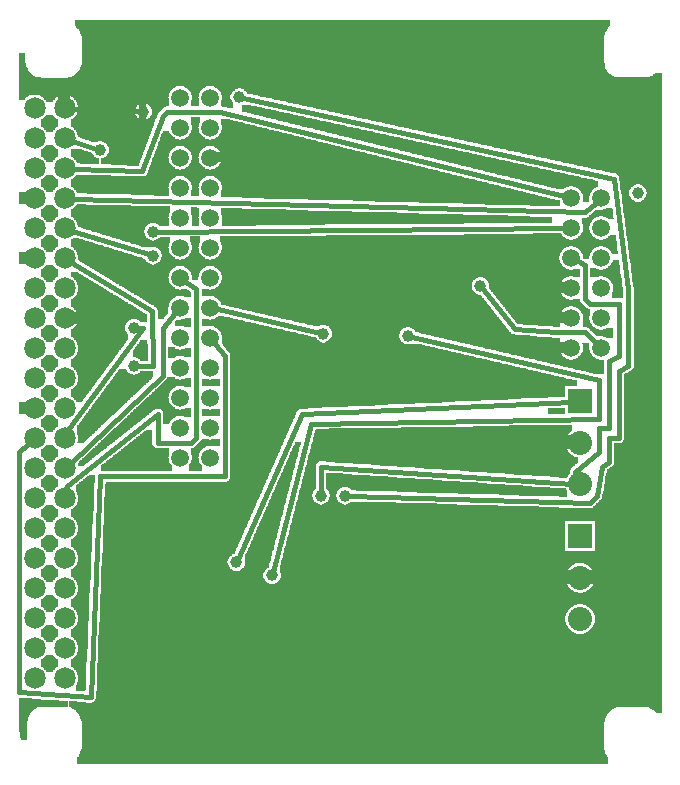
<source format=gbl>
G04 MADE WITH FRITZING*
G04 WWW.FRITZING.ORG*
G04 DOUBLE SIDED*
G04 HOLES PLATED*
G04 CONTOUR ON CENTER OF CONTOUR VECTOR*
%ASAXBY*%
%FSLAX23Y23*%
%MOIN*%
%OFA0B0*%
%SFA1.0B1.0*%
%ADD10C,0.075000*%
%ADD11C,0.039370*%
%ADD12C,0.071889*%
%ADD13C,0.071917*%
%ADD14C,0.059370*%
%ADD15C,0.080000*%
%ADD16R,0.080000X0.080000*%
%ADD17C,0.016000*%
%LNCOPPER0*%
G90*
G70*
G54D10*
X791Y2071D03*
X284Y1589D03*
X331Y2453D03*
G54D11*
X312Y2087D03*
X488Y1815D03*
X488Y1735D03*
X424Y1367D03*
X766Y713D03*
X885Y669D03*
X424Y1495D03*
X184Y1127D03*
X1048Y935D03*
X1579Y1634D03*
X1128Y935D03*
X776Y2263D03*
X2104Y1943D03*
X456Y2215D03*
X1056Y1475D03*
X1337Y1468D03*
G54D12*
X193Y326D03*
X193Y426D03*
X193Y526D03*
X193Y626D03*
G54D13*
X193Y726D03*
G54D12*
X193Y826D03*
X193Y926D03*
X193Y1026D03*
X193Y1126D03*
G54D13*
X193Y1226D03*
G54D12*
X193Y1326D03*
G54D13*
X193Y1426D03*
G54D12*
X193Y1526D03*
X193Y1626D03*
X193Y1726D03*
X193Y1826D03*
G54D13*
X193Y1926D03*
G54D12*
X193Y2026D03*
X193Y2126D03*
X193Y2226D03*
X93Y2226D03*
X93Y2126D03*
X93Y2026D03*
G54D13*
X93Y1926D03*
G54D12*
X93Y1826D03*
X93Y1726D03*
X93Y1626D03*
X93Y1526D03*
G54D13*
X93Y1426D03*
G54D12*
X93Y1326D03*
G54D13*
X93Y1226D03*
G54D12*
X93Y1126D03*
X93Y1026D03*
X93Y926D03*
X93Y826D03*
G54D13*
X93Y726D03*
G54D12*
X93Y626D03*
X93Y526D03*
X93Y426D03*
X93Y326D03*
G54D14*
X1982Y1427D03*
X1982Y1527D03*
X1982Y1627D03*
X1982Y1727D03*
X1982Y1827D03*
X1982Y1927D03*
X1982Y1427D03*
X1982Y1527D03*
X1982Y1627D03*
X1982Y1727D03*
X1982Y1827D03*
X1982Y1927D03*
X1882Y1927D03*
X1882Y1827D03*
X1882Y1727D03*
X1882Y1627D03*
X1882Y1527D03*
X1882Y1427D03*
X578Y2262D03*
X578Y2162D03*
X578Y2062D03*
X578Y1962D03*
X578Y1862D03*
X578Y1762D03*
X578Y1662D03*
X578Y1562D03*
X578Y1462D03*
X578Y1362D03*
X578Y1262D03*
X578Y1162D03*
X578Y1062D03*
X578Y2262D03*
X578Y2162D03*
X578Y2062D03*
X578Y1962D03*
X578Y1862D03*
X578Y1762D03*
X578Y1662D03*
X578Y1562D03*
X578Y1462D03*
X578Y1362D03*
X578Y1262D03*
X578Y1162D03*
X578Y1062D03*
X678Y1062D03*
X678Y1162D03*
X678Y1262D03*
X678Y1362D03*
X678Y1462D03*
X678Y1562D03*
X678Y1662D03*
X678Y1762D03*
X678Y1862D03*
X678Y1962D03*
X678Y2062D03*
X678Y2162D03*
X678Y2262D03*
G54D15*
X1912Y799D03*
X1912Y661D03*
X1912Y523D03*
X1912Y1249D03*
X1912Y1111D03*
X1912Y973D03*
G54D16*
X1912Y799D03*
X1912Y1249D03*
G54D17*
X221Y1925D02*
X1928Y1879D01*
X1928Y1879D02*
X1963Y1911D01*
D02*
X220Y2025D02*
X452Y2016D01*
D02*
X452Y2016D02*
X520Y2199D01*
X520Y2199D02*
X536Y2215D01*
X536Y2215D02*
X712Y2215D01*
X712Y2215D02*
X1857Y1933D01*
D02*
X213Y1045D02*
X520Y1335D01*
D02*
X520Y1335D02*
X520Y1495D01*
X520Y1495D02*
X562Y1543D01*
D02*
X219Y2118D02*
X299Y2091D01*
D02*
X501Y1815D02*
X1857Y1827D01*
D02*
X219Y1818D02*
X475Y1739D01*
D02*
X198Y953D02*
X200Y967D01*
D02*
X200Y967D02*
X504Y1207D01*
X504Y1207D02*
X504Y1111D01*
X504Y1111D02*
X616Y1111D01*
X616Y1111D02*
X632Y1127D01*
X632Y1127D02*
X632Y1623D01*
X632Y1623D02*
X599Y1647D01*
D02*
X217Y1712D02*
X486Y1550D01*
D02*
X486Y1550D02*
X488Y1367D01*
X488Y1367D02*
X437Y1367D01*
D02*
X72Y1108D02*
X40Y1079D01*
X40Y1079D02*
X40Y279D01*
X40Y279D02*
X280Y263D01*
X280Y263D02*
X312Y999D01*
X312Y999D02*
X728Y999D01*
X728Y999D02*
X728Y1399D01*
X728Y1399D02*
X694Y1442D01*
D02*
X772Y725D02*
X984Y1207D01*
X984Y1207D02*
X1886Y1248D01*
D02*
X889Y682D02*
X1016Y1175D01*
X1016Y1175D02*
X1976Y1191D01*
X1976Y1191D02*
X1976Y1319D01*
D02*
X1043Y1478D02*
X703Y1556D01*
D02*
X1976Y1319D02*
X1350Y1465D01*
D02*
X1904Y1716D02*
X1928Y1703D01*
X1928Y1703D02*
X1928Y1591D01*
X1928Y1591D02*
X1944Y1575D01*
X1944Y1575D02*
X2040Y1575D01*
X2040Y1575D02*
X2040Y1399D01*
X2040Y1399D02*
X2008Y1383D01*
X2008Y1383D02*
X2008Y1159D01*
X2008Y1159D02*
X1976Y1159D01*
X1976Y1159D02*
X1976Y1079D01*
X1976Y1079D02*
X1896Y1015D01*
X1896Y1015D02*
X1903Y997D01*
D02*
X437Y1495D02*
X456Y1495D01*
X456Y1495D02*
X192Y1138D01*
D02*
X1048Y949D02*
X1048Y1031D01*
X1048Y1031D02*
X1886Y975D01*
D02*
X1587Y1624D02*
X1693Y1490D01*
D02*
X1693Y1490D02*
X1832Y1479D01*
X1832Y1479D02*
X1928Y1479D01*
X1928Y1479D02*
X1964Y1445D01*
D02*
X1141Y935D02*
X1944Y911D01*
X1944Y911D02*
X1968Y935D01*
X1968Y935D02*
X1984Y1031D01*
X1984Y1031D02*
X2008Y1047D01*
X2008Y1047D02*
X2008Y1127D01*
X2008Y1127D02*
X2040Y1127D01*
X2040Y1127D02*
X2040Y1351D01*
X2040Y1351D02*
X2072Y1367D01*
X2072Y1367D02*
X2072Y1623D01*
X2072Y1623D02*
X2024Y1991D01*
X2024Y1991D02*
X789Y2260D01*
D02*
X220Y2225D02*
X443Y2216D01*
G36*
X786Y2237D02*
X786Y2235D01*
X784Y2235D01*
X784Y2215D01*
X792Y2215D01*
X792Y2213D01*
X800Y2213D01*
X800Y2211D01*
X808Y2211D01*
X808Y2209D01*
X816Y2209D01*
X816Y2207D01*
X824Y2207D01*
X824Y2205D01*
X832Y2205D01*
X832Y2203D01*
X840Y2203D01*
X840Y2201D01*
X848Y2201D01*
X848Y2199D01*
X856Y2199D01*
X856Y2197D01*
X864Y2197D01*
X864Y2195D01*
X872Y2195D01*
X872Y2193D01*
X880Y2193D01*
X880Y2191D01*
X890Y2191D01*
X890Y2189D01*
X898Y2189D01*
X898Y2187D01*
X906Y2187D01*
X906Y2185D01*
X914Y2185D01*
X914Y2183D01*
X922Y2183D01*
X922Y2181D01*
X930Y2181D01*
X930Y2179D01*
X938Y2179D01*
X938Y2177D01*
X946Y2177D01*
X946Y2175D01*
X954Y2175D01*
X954Y2173D01*
X962Y2173D01*
X962Y2171D01*
X970Y2171D01*
X970Y2169D01*
X978Y2169D01*
X978Y2167D01*
X986Y2167D01*
X986Y2165D01*
X994Y2165D01*
X994Y2163D01*
X1002Y2163D01*
X1002Y2161D01*
X1010Y2161D01*
X1010Y2159D01*
X1020Y2159D01*
X1020Y2157D01*
X1028Y2157D01*
X1028Y2155D01*
X1036Y2155D01*
X1036Y2153D01*
X1044Y2153D01*
X1044Y2151D01*
X1052Y2151D01*
X1052Y2149D01*
X1060Y2149D01*
X1060Y2147D01*
X1068Y2147D01*
X1068Y2145D01*
X1076Y2145D01*
X1076Y2143D01*
X1084Y2143D01*
X1084Y2141D01*
X1092Y2141D01*
X1092Y2139D01*
X1100Y2139D01*
X1100Y2137D01*
X1108Y2137D01*
X1108Y2135D01*
X1116Y2135D01*
X1116Y2133D01*
X1124Y2133D01*
X1124Y2131D01*
X1132Y2131D01*
X1132Y2129D01*
X1140Y2129D01*
X1140Y2127D01*
X1150Y2127D01*
X1150Y2125D01*
X1158Y2125D01*
X1158Y2123D01*
X1166Y2123D01*
X1166Y2121D01*
X1174Y2121D01*
X1174Y2119D01*
X1182Y2119D01*
X1182Y2117D01*
X1190Y2117D01*
X1190Y2115D01*
X1198Y2115D01*
X1198Y2113D01*
X1206Y2113D01*
X1206Y2111D01*
X1214Y2111D01*
X1214Y2109D01*
X1222Y2109D01*
X1222Y2107D01*
X1230Y2107D01*
X1230Y2105D01*
X1238Y2105D01*
X1238Y2103D01*
X1246Y2103D01*
X1246Y2101D01*
X1254Y2101D01*
X1254Y2099D01*
X1262Y2099D01*
X1262Y2097D01*
X1270Y2097D01*
X1270Y2095D01*
X1280Y2095D01*
X1280Y2093D01*
X1288Y2093D01*
X1288Y2091D01*
X1296Y2091D01*
X1296Y2089D01*
X1304Y2089D01*
X1304Y2087D01*
X1312Y2087D01*
X1312Y2085D01*
X1320Y2085D01*
X1320Y2083D01*
X1328Y2083D01*
X1328Y2081D01*
X1336Y2081D01*
X1336Y2079D01*
X1344Y2079D01*
X1344Y2077D01*
X1352Y2077D01*
X1352Y2075D01*
X1360Y2075D01*
X1360Y2073D01*
X1368Y2073D01*
X1368Y2071D01*
X1376Y2071D01*
X1376Y2069D01*
X1384Y2069D01*
X1384Y2067D01*
X1392Y2067D01*
X1392Y2065D01*
X1400Y2065D01*
X1400Y2063D01*
X1410Y2063D01*
X1410Y2061D01*
X1418Y2061D01*
X1418Y2059D01*
X1426Y2059D01*
X1426Y2057D01*
X1434Y2057D01*
X1434Y2055D01*
X1442Y2055D01*
X1442Y2053D01*
X1450Y2053D01*
X1450Y2051D01*
X1458Y2051D01*
X1458Y2049D01*
X1466Y2049D01*
X1466Y2047D01*
X1474Y2047D01*
X1474Y2045D01*
X1482Y2045D01*
X1482Y2043D01*
X1490Y2043D01*
X1490Y2041D01*
X1498Y2041D01*
X1498Y2039D01*
X1506Y2039D01*
X1506Y2037D01*
X1514Y2037D01*
X1514Y2035D01*
X1522Y2035D01*
X1522Y2033D01*
X1530Y2033D01*
X1530Y2031D01*
X1540Y2031D01*
X1540Y2029D01*
X1548Y2029D01*
X1548Y2027D01*
X1556Y2027D01*
X1556Y2025D01*
X1564Y2025D01*
X1564Y2023D01*
X1572Y2023D01*
X1572Y2021D01*
X1580Y2021D01*
X1580Y2019D01*
X1588Y2019D01*
X1588Y2017D01*
X1596Y2017D01*
X1596Y2015D01*
X1604Y2015D01*
X1604Y2013D01*
X1612Y2013D01*
X1612Y2011D01*
X1620Y2011D01*
X1620Y2009D01*
X1628Y2009D01*
X1628Y2007D01*
X1636Y2007D01*
X1636Y2005D01*
X1644Y2005D01*
X1644Y2003D01*
X1652Y2003D01*
X1652Y2001D01*
X1660Y2001D01*
X1660Y1999D01*
X1670Y1999D01*
X1670Y1997D01*
X1678Y1997D01*
X1678Y1995D01*
X1686Y1995D01*
X1686Y1993D01*
X1694Y1993D01*
X1694Y1991D01*
X1702Y1991D01*
X1702Y1989D01*
X1710Y1989D01*
X1710Y1987D01*
X1718Y1987D01*
X1718Y1985D01*
X1726Y1985D01*
X1726Y1983D01*
X1734Y1983D01*
X1734Y1981D01*
X1742Y1981D01*
X1742Y1979D01*
X1750Y1979D01*
X1750Y1977D01*
X1758Y1977D01*
X1758Y1975D01*
X1766Y1975D01*
X1766Y1973D01*
X1774Y1973D01*
X1774Y1971D01*
X1782Y1971D01*
X1782Y1969D01*
X1792Y1969D01*
X1792Y1967D01*
X1888Y1967D01*
X1888Y1965D01*
X1894Y1965D01*
X1894Y1963D01*
X1898Y1963D01*
X1898Y1961D01*
X1902Y1961D01*
X1902Y1959D01*
X1904Y1959D01*
X1904Y1957D01*
X1908Y1957D01*
X1908Y1955D01*
X1910Y1955D01*
X1910Y1953D01*
X1912Y1953D01*
X1912Y1949D01*
X1914Y1949D01*
X1914Y1947D01*
X1916Y1947D01*
X1916Y1943D01*
X1918Y1943D01*
X1918Y1939D01*
X1920Y1939D01*
X1920Y1933D01*
X1922Y1933D01*
X1922Y1921D01*
X1920Y1921D01*
X1920Y1913D01*
X1940Y1913D01*
X1940Y1915D01*
X1942Y1915D01*
X1942Y1935D01*
X1944Y1935D01*
X1944Y1941D01*
X1946Y1941D01*
X1946Y1945D01*
X1948Y1945D01*
X1948Y1947D01*
X1950Y1947D01*
X1950Y1951D01*
X1952Y1951D01*
X1952Y1953D01*
X1954Y1953D01*
X1954Y1955D01*
X1956Y1955D01*
X1956Y1957D01*
X1958Y1957D01*
X1958Y1959D01*
X1962Y1959D01*
X1962Y1961D01*
X1964Y1961D01*
X1964Y1963D01*
X1968Y1963D01*
X1968Y1965D01*
X1972Y1965D01*
X1972Y1985D01*
X1962Y1985D01*
X1962Y1987D01*
X1954Y1987D01*
X1954Y1989D01*
X1944Y1989D01*
X1944Y1991D01*
X1934Y1991D01*
X1934Y1993D01*
X1926Y1993D01*
X1926Y1995D01*
X1916Y1995D01*
X1916Y1997D01*
X1908Y1997D01*
X1908Y1999D01*
X1898Y1999D01*
X1898Y2001D01*
X1890Y2001D01*
X1890Y2003D01*
X1880Y2003D01*
X1880Y2005D01*
X1870Y2005D01*
X1870Y2007D01*
X1862Y2007D01*
X1862Y2009D01*
X1852Y2009D01*
X1852Y2011D01*
X1844Y2011D01*
X1844Y2013D01*
X1834Y2013D01*
X1834Y2015D01*
X1824Y2015D01*
X1824Y2017D01*
X1816Y2017D01*
X1816Y2019D01*
X1806Y2019D01*
X1806Y2021D01*
X1798Y2021D01*
X1798Y2023D01*
X1788Y2023D01*
X1788Y2025D01*
X1778Y2025D01*
X1778Y2027D01*
X1770Y2027D01*
X1770Y2029D01*
X1760Y2029D01*
X1760Y2031D01*
X1752Y2031D01*
X1752Y2033D01*
X1742Y2033D01*
X1742Y2035D01*
X1734Y2035D01*
X1734Y2037D01*
X1724Y2037D01*
X1724Y2039D01*
X1714Y2039D01*
X1714Y2041D01*
X1706Y2041D01*
X1706Y2043D01*
X1696Y2043D01*
X1696Y2045D01*
X1688Y2045D01*
X1688Y2047D01*
X1678Y2047D01*
X1678Y2049D01*
X1668Y2049D01*
X1668Y2051D01*
X1660Y2051D01*
X1660Y2053D01*
X1650Y2053D01*
X1650Y2055D01*
X1642Y2055D01*
X1642Y2057D01*
X1632Y2057D01*
X1632Y2059D01*
X1622Y2059D01*
X1622Y2061D01*
X1614Y2061D01*
X1614Y2063D01*
X1604Y2063D01*
X1604Y2065D01*
X1596Y2065D01*
X1596Y2067D01*
X1586Y2067D01*
X1586Y2069D01*
X1578Y2069D01*
X1578Y2071D01*
X1568Y2071D01*
X1568Y2073D01*
X1558Y2073D01*
X1558Y2075D01*
X1550Y2075D01*
X1550Y2077D01*
X1540Y2077D01*
X1540Y2079D01*
X1532Y2079D01*
X1532Y2081D01*
X1522Y2081D01*
X1522Y2083D01*
X1512Y2083D01*
X1512Y2085D01*
X1504Y2085D01*
X1504Y2087D01*
X1494Y2087D01*
X1494Y2089D01*
X1486Y2089D01*
X1486Y2091D01*
X1476Y2091D01*
X1476Y2093D01*
X1466Y2093D01*
X1466Y2095D01*
X1458Y2095D01*
X1458Y2097D01*
X1448Y2097D01*
X1448Y2099D01*
X1440Y2099D01*
X1440Y2101D01*
X1430Y2101D01*
X1430Y2103D01*
X1422Y2103D01*
X1422Y2105D01*
X1412Y2105D01*
X1412Y2107D01*
X1402Y2107D01*
X1402Y2109D01*
X1394Y2109D01*
X1394Y2111D01*
X1384Y2111D01*
X1384Y2113D01*
X1376Y2113D01*
X1376Y2115D01*
X1366Y2115D01*
X1366Y2117D01*
X1356Y2117D01*
X1356Y2119D01*
X1348Y2119D01*
X1348Y2121D01*
X1338Y2121D01*
X1338Y2123D01*
X1330Y2123D01*
X1330Y2125D01*
X1320Y2125D01*
X1320Y2127D01*
X1310Y2127D01*
X1310Y2129D01*
X1302Y2129D01*
X1302Y2131D01*
X1292Y2131D01*
X1292Y2133D01*
X1284Y2133D01*
X1284Y2135D01*
X1274Y2135D01*
X1274Y2137D01*
X1266Y2137D01*
X1266Y2139D01*
X1256Y2139D01*
X1256Y2141D01*
X1246Y2141D01*
X1246Y2143D01*
X1238Y2143D01*
X1238Y2145D01*
X1228Y2145D01*
X1228Y2147D01*
X1220Y2147D01*
X1220Y2149D01*
X1210Y2149D01*
X1210Y2151D01*
X1200Y2151D01*
X1200Y2153D01*
X1192Y2153D01*
X1192Y2155D01*
X1182Y2155D01*
X1182Y2157D01*
X1174Y2157D01*
X1174Y2159D01*
X1164Y2159D01*
X1164Y2161D01*
X1154Y2161D01*
X1154Y2163D01*
X1146Y2163D01*
X1146Y2165D01*
X1136Y2165D01*
X1136Y2167D01*
X1128Y2167D01*
X1128Y2169D01*
X1118Y2169D01*
X1118Y2171D01*
X1110Y2171D01*
X1110Y2173D01*
X1100Y2173D01*
X1100Y2175D01*
X1090Y2175D01*
X1090Y2177D01*
X1082Y2177D01*
X1082Y2179D01*
X1072Y2179D01*
X1072Y2181D01*
X1064Y2181D01*
X1064Y2183D01*
X1054Y2183D01*
X1054Y2185D01*
X1044Y2185D01*
X1044Y2187D01*
X1036Y2187D01*
X1036Y2189D01*
X1026Y2189D01*
X1026Y2191D01*
X1018Y2191D01*
X1018Y2193D01*
X1008Y2193D01*
X1008Y2195D01*
X998Y2195D01*
X998Y2197D01*
X990Y2197D01*
X990Y2199D01*
X980Y2199D01*
X980Y2201D01*
X972Y2201D01*
X972Y2203D01*
X962Y2203D01*
X962Y2205D01*
X954Y2205D01*
X954Y2207D01*
X944Y2207D01*
X944Y2209D01*
X934Y2209D01*
X934Y2211D01*
X926Y2211D01*
X926Y2213D01*
X916Y2213D01*
X916Y2215D01*
X908Y2215D01*
X908Y2217D01*
X898Y2217D01*
X898Y2219D01*
X888Y2219D01*
X888Y2221D01*
X880Y2221D01*
X880Y2223D01*
X870Y2223D01*
X870Y2225D01*
X862Y2225D01*
X862Y2227D01*
X852Y2227D01*
X852Y2229D01*
X842Y2229D01*
X842Y2231D01*
X834Y2231D01*
X834Y2233D01*
X824Y2233D01*
X824Y2235D01*
X816Y2235D01*
X816Y2237D01*
X786Y2237D01*
G37*
D02*
G36*
X1800Y1967D02*
X1800Y1965D01*
X1808Y1965D01*
X1808Y1963D01*
X1816Y1963D01*
X1816Y1961D01*
X1824Y1961D01*
X1824Y1959D01*
X1832Y1959D01*
X1832Y1957D01*
X1858Y1957D01*
X1858Y1959D01*
X1862Y1959D01*
X1862Y1961D01*
X1864Y1961D01*
X1864Y1963D01*
X1868Y1963D01*
X1868Y1965D01*
X1874Y1965D01*
X1874Y1967D01*
X1800Y1967D01*
G37*
D02*
G36*
X132Y2205D02*
X132Y2203D01*
X130Y2203D01*
X130Y2199D01*
X128Y2199D01*
X128Y2197D01*
X126Y2197D01*
X126Y2195D01*
X124Y2195D01*
X124Y2193D01*
X122Y2193D01*
X122Y2191D01*
X120Y2191D01*
X120Y2189D01*
X116Y2189D01*
X116Y2187D01*
X114Y2187D01*
X114Y2165D01*
X116Y2165D01*
X116Y2163D01*
X120Y2163D01*
X120Y2161D01*
X122Y2161D01*
X122Y2159D01*
X124Y2159D01*
X124Y2157D01*
X126Y2157D01*
X126Y2155D01*
X128Y2155D01*
X128Y2153D01*
X130Y2153D01*
X130Y2149D01*
X132Y2149D01*
X132Y2147D01*
X154Y2147D01*
X154Y2149D01*
X156Y2149D01*
X156Y2153D01*
X158Y2153D01*
X158Y2155D01*
X160Y2155D01*
X160Y2157D01*
X162Y2157D01*
X162Y2159D01*
X164Y2159D01*
X164Y2161D01*
X166Y2161D01*
X166Y2163D01*
X170Y2163D01*
X170Y2165D01*
X172Y2165D01*
X172Y2187D01*
X170Y2187D01*
X170Y2189D01*
X166Y2189D01*
X166Y2191D01*
X164Y2191D01*
X164Y2193D01*
X162Y2193D01*
X162Y2195D01*
X160Y2195D01*
X160Y2197D01*
X158Y2197D01*
X158Y2199D01*
X156Y2199D01*
X156Y2203D01*
X154Y2203D01*
X154Y2205D01*
X132Y2205D01*
G37*
D02*
G36*
X132Y2105D02*
X132Y2103D01*
X130Y2103D01*
X130Y2099D01*
X128Y2099D01*
X128Y2097D01*
X126Y2097D01*
X126Y2095D01*
X124Y2095D01*
X124Y2093D01*
X122Y2093D01*
X122Y2091D01*
X120Y2091D01*
X120Y2089D01*
X116Y2089D01*
X116Y2087D01*
X114Y2087D01*
X114Y2065D01*
X116Y2065D01*
X116Y2063D01*
X120Y2063D01*
X120Y2061D01*
X122Y2061D01*
X122Y2059D01*
X124Y2059D01*
X124Y2057D01*
X126Y2057D01*
X126Y2055D01*
X128Y2055D01*
X128Y2053D01*
X130Y2053D01*
X130Y2049D01*
X132Y2049D01*
X132Y2047D01*
X154Y2047D01*
X154Y2049D01*
X156Y2049D01*
X156Y2053D01*
X158Y2053D01*
X158Y2055D01*
X160Y2055D01*
X160Y2057D01*
X162Y2057D01*
X162Y2059D01*
X164Y2059D01*
X164Y2061D01*
X166Y2061D01*
X166Y2063D01*
X170Y2063D01*
X170Y2065D01*
X172Y2065D01*
X172Y2087D01*
X170Y2087D01*
X170Y2089D01*
X166Y2089D01*
X166Y2091D01*
X164Y2091D01*
X164Y2093D01*
X162Y2093D01*
X162Y2095D01*
X160Y2095D01*
X160Y2097D01*
X158Y2097D01*
X158Y2099D01*
X156Y2099D01*
X156Y2103D01*
X154Y2103D01*
X154Y2105D01*
X132Y2105D01*
G37*
D02*
G36*
X220Y2091D02*
X220Y2089D01*
X216Y2089D01*
X216Y2087D01*
X214Y2087D01*
X214Y2065D01*
X216Y2065D01*
X216Y2063D01*
X220Y2063D01*
X220Y2061D01*
X222Y2061D01*
X222Y2059D01*
X224Y2059D01*
X224Y2057D01*
X226Y2057D01*
X226Y2055D01*
X228Y2055D01*
X228Y2053D01*
X230Y2053D01*
X230Y2049D01*
X232Y2049D01*
X232Y2047D01*
X234Y2047D01*
X234Y2043D01*
X244Y2043D01*
X244Y2041D01*
X308Y2041D01*
X308Y2059D01*
X302Y2059D01*
X302Y2061D01*
X298Y2061D01*
X298Y2063D01*
X296Y2063D01*
X296Y2065D01*
X292Y2065D01*
X292Y2067D01*
X290Y2067D01*
X290Y2071D01*
X288Y2071D01*
X288Y2073D01*
X286Y2073D01*
X286Y2077D01*
X282Y2077D01*
X282Y2079D01*
X276Y2079D01*
X276Y2081D01*
X270Y2081D01*
X270Y2083D01*
X264Y2083D01*
X264Y2085D01*
X258Y2085D01*
X258Y2087D01*
X252Y2087D01*
X252Y2089D01*
X244Y2089D01*
X244Y2091D01*
X220Y2091D01*
G37*
D02*
G36*
X132Y2005D02*
X132Y2003D01*
X130Y2003D01*
X130Y1999D01*
X128Y1999D01*
X128Y1997D01*
X126Y1997D01*
X126Y1995D01*
X124Y1995D01*
X124Y1993D01*
X122Y1993D01*
X122Y1991D01*
X120Y1991D01*
X120Y1989D01*
X116Y1989D01*
X116Y1987D01*
X114Y1987D01*
X114Y1965D01*
X116Y1965D01*
X116Y1963D01*
X120Y1963D01*
X120Y1961D01*
X122Y1961D01*
X122Y1959D01*
X124Y1959D01*
X124Y1957D01*
X126Y1957D01*
X126Y1955D01*
X128Y1955D01*
X128Y1953D01*
X130Y1953D01*
X130Y1949D01*
X132Y1949D01*
X132Y1947D01*
X154Y1947D01*
X154Y1949D01*
X156Y1949D01*
X156Y1953D01*
X158Y1953D01*
X158Y1955D01*
X160Y1955D01*
X160Y1957D01*
X162Y1957D01*
X162Y1959D01*
X164Y1959D01*
X164Y1961D01*
X166Y1961D01*
X166Y1963D01*
X170Y1963D01*
X170Y1965D01*
X172Y1965D01*
X172Y1987D01*
X170Y1987D01*
X170Y1989D01*
X166Y1989D01*
X166Y1991D01*
X164Y1991D01*
X164Y1993D01*
X162Y1993D01*
X162Y1995D01*
X160Y1995D01*
X160Y1997D01*
X158Y1997D01*
X158Y1999D01*
X156Y1999D01*
X156Y2003D01*
X154Y2003D01*
X154Y2005D01*
X132Y2005D01*
G37*
D02*
G36*
X614Y2197D02*
X614Y2175D01*
X616Y2175D01*
X616Y2169D01*
X618Y2169D01*
X618Y2153D01*
X616Y2153D01*
X616Y2147D01*
X614Y2147D01*
X614Y2145D01*
X612Y2145D01*
X612Y2141D01*
X610Y2141D01*
X610Y2139D01*
X608Y2139D01*
X608Y2135D01*
X606Y2135D01*
X606Y2133D01*
X604Y2133D01*
X604Y2131D01*
X600Y2131D01*
X600Y2129D01*
X598Y2129D01*
X598Y2127D01*
X594Y2127D01*
X594Y2125D01*
X590Y2125D01*
X590Y2123D01*
X580Y2123D01*
X580Y2121D01*
X676Y2121D01*
X676Y2123D01*
X668Y2123D01*
X668Y2125D01*
X662Y2125D01*
X662Y2127D01*
X660Y2127D01*
X660Y2129D01*
X656Y2129D01*
X656Y2131D01*
X654Y2131D01*
X654Y2133D01*
X652Y2133D01*
X652Y2135D01*
X650Y2135D01*
X650Y2137D01*
X648Y2137D01*
X648Y2139D01*
X646Y2139D01*
X646Y2143D01*
X644Y2143D01*
X644Y2145D01*
X642Y2145D01*
X642Y2151D01*
X640Y2151D01*
X640Y2159D01*
X638Y2159D01*
X638Y2165D01*
X640Y2165D01*
X640Y2173D01*
X642Y2173D01*
X642Y2177D01*
X644Y2177D01*
X644Y2197D01*
X614Y2197D01*
G37*
D02*
G36*
X714Y2191D02*
X714Y2175D01*
X716Y2175D01*
X716Y2169D01*
X718Y2169D01*
X718Y2153D01*
X716Y2153D01*
X716Y2147D01*
X714Y2147D01*
X714Y2145D01*
X712Y2145D01*
X712Y2141D01*
X710Y2141D01*
X710Y2139D01*
X708Y2139D01*
X708Y2135D01*
X706Y2135D01*
X706Y2133D01*
X704Y2133D01*
X704Y2131D01*
X700Y2131D01*
X700Y2129D01*
X698Y2129D01*
X698Y2127D01*
X694Y2127D01*
X694Y2125D01*
X690Y2125D01*
X690Y2123D01*
X680Y2123D01*
X680Y2121D01*
X1014Y2121D01*
X1014Y2123D01*
X1006Y2123D01*
X1006Y2125D01*
X998Y2125D01*
X998Y2127D01*
X990Y2127D01*
X990Y2129D01*
X982Y2129D01*
X982Y2131D01*
X974Y2131D01*
X974Y2133D01*
X966Y2133D01*
X966Y2135D01*
X958Y2135D01*
X958Y2137D01*
X950Y2137D01*
X950Y2139D01*
X942Y2139D01*
X942Y2141D01*
X934Y2141D01*
X934Y2143D01*
X926Y2143D01*
X926Y2145D01*
X918Y2145D01*
X918Y2147D01*
X908Y2147D01*
X908Y2149D01*
X900Y2149D01*
X900Y2151D01*
X892Y2151D01*
X892Y2153D01*
X884Y2153D01*
X884Y2155D01*
X876Y2155D01*
X876Y2157D01*
X868Y2157D01*
X868Y2159D01*
X860Y2159D01*
X860Y2161D01*
X852Y2161D01*
X852Y2163D01*
X844Y2163D01*
X844Y2165D01*
X836Y2165D01*
X836Y2167D01*
X828Y2167D01*
X828Y2169D01*
X820Y2169D01*
X820Y2171D01*
X812Y2171D01*
X812Y2173D01*
X804Y2173D01*
X804Y2175D01*
X796Y2175D01*
X796Y2177D01*
X788Y2177D01*
X788Y2179D01*
X778Y2179D01*
X778Y2181D01*
X770Y2181D01*
X770Y2183D01*
X762Y2183D01*
X762Y2185D01*
X754Y2185D01*
X754Y2187D01*
X746Y2187D01*
X746Y2189D01*
X738Y2189D01*
X738Y2191D01*
X714Y2191D01*
G37*
D02*
G36*
X522Y2151D02*
X522Y2149D01*
X520Y2149D01*
X520Y2145D01*
X518Y2145D01*
X518Y2139D01*
X516Y2139D01*
X516Y2133D01*
X514Y2133D01*
X514Y2129D01*
X512Y2129D01*
X512Y2123D01*
X510Y2123D01*
X510Y2121D01*
X576Y2121D01*
X576Y2123D01*
X568Y2123D01*
X568Y2125D01*
X562Y2125D01*
X562Y2127D01*
X560Y2127D01*
X560Y2129D01*
X556Y2129D01*
X556Y2131D01*
X554Y2131D01*
X554Y2133D01*
X552Y2133D01*
X552Y2135D01*
X550Y2135D01*
X550Y2137D01*
X548Y2137D01*
X548Y2139D01*
X546Y2139D01*
X546Y2143D01*
X544Y2143D01*
X544Y2145D01*
X542Y2145D01*
X542Y2151D01*
X522Y2151D01*
G37*
D02*
G36*
X510Y2121D02*
X510Y2119D01*
X1022Y2119D01*
X1022Y2121D01*
X510Y2121D01*
G37*
D02*
G36*
X510Y2121D02*
X510Y2119D01*
X1022Y2119D01*
X1022Y2121D01*
X510Y2121D01*
G37*
D02*
G36*
X510Y2121D02*
X510Y2119D01*
X1022Y2119D01*
X1022Y2121D01*
X510Y2121D01*
G37*
D02*
G36*
X510Y2119D02*
X510Y2117D01*
X508Y2117D01*
X508Y2113D01*
X506Y2113D01*
X506Y2107D01*
X504Y2107D01*
X504Y2101D01*
X686Y2101D01*
X686Y2099D01*
X692Y2099D01*
X692Y2097D01*
X696Y2097D01*
X696Y2095D01*
X700Y2095D01*
X700Y2093D01*
X702Y2093D01*
X702Y2091D01*
X704Y2091D01*
X704Y2089D01*
X706Y2089D01*
X706Y2087D01*
X708Y2087D01*
X708Y2085D01*
X710Y2085D01*
X710Y2083D01*
X712Y2083D01*
X712Y2079D01*
X714Y2079D01*
X714Y2075D01*
X716Y2075D01*
X716Y2069D01*
X718Y2069D01*
X718Y2053D01*
X716Y2053D01*
X716Y2047D01*
X714Y2047D01*
X714Y2045D01*
X712Y2045D01*
X712Y2041D01*
X710Y2041D01*
X710Y2039D01*
X708Y2039D01*
X708Y2035D01*
X706Y2035D01*
X706Y2033D01*
X704Y2033D01*
X704Y2031D01*
X700Y2031D01*
X700Y2029D01*
X698Y2029D01*
X698Y2027D01*
X694Y2027D01*
X694Y2025D01*
X690Y2025D01*
X690Y2023D01*
X680Y2023D01*
X680Y2021D01*
X1420Y2021D01*
X1420Y2023D01*
X1412Y2023D01*
X1412Y2025D01*
X1404Y2025D01*
X1404Y2027D01*
X1396Y2027D01*
X1396Y2029D01*
X1388Y2029D01*
X1388Y2031D01*
X1380Y2031D01*
X1380Y2033D01*
X1372Y2033D01*
X1372Y2035D01*
X1364Y2035D01*
X1364Y2037D01*
X1356Y2037D01*
X1356Y2039D01*
X1348Y2039D01*
X1348Y2041D01*
X1340Y2041D01*
X1340Y2043D01*
X1332Y2043D01*
X1332Y2045D01*
X1324Y2045D01*
X1324Y2047D01*
X1316Y2047D01*
X1316Y2049D01*
X1308Y2049D01*
X1308Y2051D01*
X1298Y2051D01*
X1298Y2053D01*
X1290Y2053D01*
X1290Y2055D01*
X1282Y2055D01*
X1282Y2057D01*
X1274Y2057D01*
X1274Y2059D01*
X1266Y2059D01*
X1266Y2061D01*
X1258Y2061D01*
X1258Y2063D01*
X1250Y2063D01*
X1250Y2065D01*
X1242Y2065D01*
X1242Y2067D01*
X1234Y2067D01*
X1234Y2069D01*
X1226Y2069D01*
X1226Y2071D01*
X1218Y2071D01*
X1218Y2073D01*
X1210Y2073D01*
X1210Y2075D01*
X1202Y2075D01*
X1202Y2077D01*
X1194Y2077D01*
X1194Y2079D01*
X1186Y2079D01*
X1186Y2081D01*
X1178Y2081D01*
X1178Y2083D01*
X1168Y2083D01*
X1168Y2085D01*
X1160Y2085D01*
X1160Y2087D01*
X1152Y2087D01*
X1152Y2089D01*
X1144Y2089D01*
X1144Y2091D01*
X1136Y2091D01*
X1136Y2093D01*
X1128Y2093D01*
X1128Y2095D01*
X1120Y2095D01*
X1120Y2097D01*
X1112Y2097D01*
X1112Y2099D01*
X1104Y2099D01*
X1104Y2101D01*
X1096Y2101D01*
X1096Y2103D01*
X1088Y2103D01*
X1088Y2105D01*
X1080Y2105D01*
X1080Y2107D01*
X1072Y2107D01*
X1072Y2109D01*
X1064Y2109D01*
X1064Y2111D01*
X1056Y2111D01*
X1056Y2113D01*
X1048Y2113D01*
X1048Y2115D01*
X1038Y2115D01*
X1038Y2117D01*
X1030Y2117D01*
X1030Y2119D01*
X510Y2119D01*
G37*
D02*
G36*
X502Y2101D02*
X502Y2095D01*
X500Y2095D01*
X500Y2091D01*
X498Y2091D01*
X498Y2085D01*
X496Y2085D01*
X496Y2079D01*
X494Y2079D01*
X494Y2075D01*
X492Y2075D01*
X492Y2069D01*
X490Y2069D01*
X490Y2063D01*
X488Y2063D01*
X488Y2059D01*
X486Y2059D01*
X486Y2053D01*
X484Y2053D01*
X484Y2047D01*
X482Y2047D01*
X482Y2043D01*
X480Y2043D01*
X480Y2037D01*
X478Y2037D01*
X478Y2031D01*
X476Y2031D01*
X476Y2025D01*
X474Y2025D01*
X474Y2021D01*
X576Y2021D01*
X576Y2023D01*
X568Y2023D01*
X568Y2025D01*
X562Y2025D01*
X562Y2027D01*
X560Y2027D01*
X560Y2029D01*
X556Y2029D01*
X556Y2031D01*
X554Y2031D01*
X554Y2033D01*
X552Y2033D01*
X552Y2035D01*
X550Y2035D01*
X550Y2037D01*
X548Y2037D01*
X548Y2039D01*
X546Y2039D01*
X546Y2043D01*
X544Y2043D01*
X544Y2045D01*
X542Y2045D01*
X542Y2051D01*
X540Y2051D01*
X540Y2059D01*
X538Y2059D01*
X538Y2065D01*
X540Y2065D01*
X540Y2073D01*
X542Y2073D01*
X542Y2077D01*
X544Y2077D01*
X544Y2081D01*
X546Y2081D01*
X546Y2083D01*
X548Y2083D01*
X548Y2087D01*
X550Y2087D01*
X550Y2089D01*
X552Y2089D01*
X552Y2091D01*
X554Y2091D01*
X554Y2093D01*
X558Y2093D01*
X558Y2095D01*
X560Y2095D01*
X560Y2097D01*
X564Y2097D01*
X564Y2099D01*
X570Y2099D01*
X570Y2101D01*
X502Y2101D01*
G37*
D02*
G36*
X586Y2101D02*
X586Y2099D01*
X592Y2099D01*
X592Y2097D01*
X596Y2097D01*
X596Y2095D01*
X600Y2095D01*
X600Y2093D01*
X602Y2093D01*
X602Y2091D01*
X604Y2091D01*
X604Y2089D01*
X606Y2089D01*
X606Y2087D01*
X608Y2087D01*
X608Y2085D01*
X610Y2085D01*
X610Y2083D01*
X612Y2083D01*
X612Y2079D01*
X614Y2079D01*
X614Y2075D01*
X616Y2075D01*
X616Y2069D01*
X618Y2069D01*
X618Y2053D01*
X616Y2053D01*
X616Y2047D01*
X614Y2047D01*
X614Y2045D01*
X612Y2045D01*
X612Y2041D01*
X610Y2041D01*
X610Y2039D01*
X608Y2039D01*
X608Y2035D01*
X606Y2035D01*
X606Y2033D01*
X604Y2033D01*
X604Y2031D01*
X600Y2031D01*
X600Y2029D01*
X598Y2029D01*
X598Y2027D01*
X594Y2027D01*
X594Y2025D01*
X590Y2025D01*
X590Y2023D01*
X580Y2023D01*
X580Y2021D01*
X676Y2021D01*
X676Y2023D01*
X668Y2023D01*
X668Y2025D01*
X662Y2025D01*
X662Y2027D01*
X660Y2027D01*
X660Y2029D01*
X656Y2029D01*
X656Y2031D01*
X654Y2031D01*
X654Y2033D01*
X652Y2033D01*
X652Y2035D01*
X650Y2035D01*
X650Y2037D01*
X648Y2037D01*
X648Y2039D01*
X646Y2039D01*
X646Y2043D01*
X644Y2043D01*
X644Y2045D01*
X642Y2045D01*
X642Y2051D01*
X640Y2051D01*
X640Y2059D01*
X638Y2059D01*
X638Y2065D01*
X640Y2065D01*
X640Y2073D01*
X642Y2073D01*
X642Y2077D01*
X644Y2077D01*
X644Y2081D01*
X646Y2081D01*
X646Y2083D01*
X648Y2083D01*
X648Y2087D01*
X650Y2087D01*
X650Y2089D01*
X652Y2089D01*
X652Y2091D01*
X654Y2091D01*
X654Y2093D01*
X658Y2093D01*
X658Y2095D01*
X660Y2095D01*
X660Y2097D01*
X664Y2097D01*
X664Y2099D01*
X670Y2099D01*
X670Y2101D01*
X586Y2101D01*
G37*
D02*
G36*
X472Y2021D02*
X472Y2019D01*
X1428Y2019D01*
X1428Y2021D01*
X472Y2021D01*
G37*
D02*
G36*
X472Y2021D02*
X472Y2019D01*
X1428Y2019D01*
X1428Y2021D01*
X472Y2021D01*
G37*
D02*
G36*
X472Y2021D02*
X472Y2019D01*
X1428Y2019D01*
X1428Y2021D01*
X472Y2021D01*
G37*
D02*
G36*
X472Y2019D02*
X472Y2015D01*
X470Y2015D01*
X470Y2009D01*
X468Y2009D01*
X468Y2005D01*
X466Y2005D01*
X466Y2003D01*
X464Y2003D01*
X464Y2001D01*
X686Y2001D01*
X686Y1999D01*
X692Y1999D01*
X692Y1997D01*
X696Y1997D01*
X696Y1995D01*
X700Y1995D01*
X700Y1993D01*
X702Y1993D01*
X702Y1991D01*
X704Y1991D01*
X704Y1989D01*
X706Y1989D01*
X706Y1987D01*
X708Y1987D01*
X708Y1985D01*
X710Y1985D01*
X710Y1983D01*
X712Y1983D01*
X712Y1979D01*
X714Y1979D01*
X714Y1975D01*
X716Y1975D01*
X716Y1969D01*
X718Y1969D01*
X718Y1953D01*
X716Y1953D01*
X716Y1929D01*
X784Y1929D01*
X784Y1927D01*
X858Y1927D01*
X858Y1925D01*
X932Y1925D01*
X932Y1923D01*
X1006Y1923D01*
X1006Y1921D01*
X1080Y1921D01*
X1080Y1919D01*
X1154Y1919D01*
X1154Y1917D01*
X1228Y1917D01*
X1228Y1915D01*
X1302Y1915D01*
X1302Y1913D01*
X1376Y1913D01*
X1376Y1911D01*
X1448Y1911D01*
X1448Y1909D01*
X1522Y1909D01*
X1522Y1907D01*
X1596Y1907D01*
X1596Y1905D01*
X1670Y1905D01*
X1670Y1903D01*
X1744Y1903D01*
X1744Y1901D01*
X1818Y1901D01*
X1818Y1899D01*
X1844Y1899D01*
X1844Y1919D01*
X1836Y1919D01*
X1836Y1921D01*
X1828Y1921D01*
X1828Y1923D01*
X1820Y1923D01*
X1820Y1925D01*
X1810Y1925D01*
X1810Y1927D01*
X1802Y1927D01*
X1802Y1929D01*
X1794Y1929D01*
X1794Y1931D01*
X1786Y1931D01*
X1786Y1933D01*
X1778Y1933D01*
X1778Y1935D01*
X1770Y1935D01*
X1770Y1937D01*
X1762Y1937D01*
X1762Y1939D01*
X1754Y1939D01*
X1754Y1941D01*
X1746Y1941D01*
X1746Y1943D01*
X1738Y1943D01*
X1738Y1945D01*
X1730Y1945D01*
X1730Y1947D01*
X1722Y1947D01*
X1722Y1949D01*
X1714Y1949D01*
X1714Y1951D01*
X1706Y1951D01*
X1706Y1953D01*
X1698Y1953D01*
X1698Y1955D01*
X1690Y1955D01*
X1690Y1957D01*
X1680Y1957D01*
X1680Y1959D01*
X1672Y1959D01*
X1672Y1961D01*
X1664Y1961D01*
X1664Y1963D01*
X1656Y1963D01*
X1656Y1965D01*
X1648Y1965D01*
X1648Y1967D01*
X1640Y1967D01*
X1640Y1969D01*
X1632Y1969D01*
X1632Y1971D01*
X1624Y1971D01*
X1624Y1973D01*
X1616Y1973D01*
X1616Y1975D01*
X1608Y1975D01*
X1608Y1977D01*
X1600Y1977D01*
X1600Y1979D01*
X1592Y1979D01*
X1592Y1981D01*
X1584Y1981D01*
X1584Y1983D01*
X1576Y1983D01*
X1576Y1985D01*
X1568Y1985D01*
X1568Y1987D01*
X1560Y1987D01*
X1560Y1989D01*
X1550Y1989D01*
X1550Y1991D01*
X1542Y1991D01*
X1542Y1993D01*
X1534Y1993D01*
X1534Y1995D01*
X1526Y1995D01*
X1526Y1997D01*
X1518Y1997D01*
X1518Y1999D01*
X1510Y1999D01*
X1510Y2001D01*
X1502Y2001D01*
X1502Y2003D01*
X1494Y2003D01*
X1494Y2005D01*
X1486Y2005D01*
X1486Y2007D01*
X1478Y2007D01*
X1478Y2009D01*
X1470Y2009D01*
X1470Y2011D01*
X1462Y2011D01*
X1462Y2013D01*
X1454Y2013D01*
X1454Y2015D01*
X1446Y2015D01*
X1446Y2017D01*
X1438Y2017D01*
X1438Y2019D01*
X472Y2019D01*
G37*
D02*
G36*
X232Y2005D02*
X232Y2003D01*
X230Y2003D01*
X230Y1999D01*
X400Y1999D01*
X400Y2001D01*
X348Y2001D01*
X348Y2003D01*
X296Y2003D01*
X296Y2005D01*
X232Y2005D01*
G37*
D02*
G36*
X460Y2001D02*
X460Y1999D01*
X570Y1999D01*
X570Y2001D01*
X460Y2001D01*
G37*
D02*
G36*
X586Y2001D02*
X586Y1999D01*
X592Y1999D01*
X592Y1997D01*
X596Y1997D01*
X596Y1995D01*
X600Y1995D01*
X600Y1993D01*
X602Y1993D01*
X602Y1991D01*
X604Y1991D01*
X604Y1989D01*
X606Y1989D01*
X606Y1987D01*
X608Y1987D01*
X608Y1985D01*
X610Y1985D01*
X610Y1983D01*
X612Y1983D01*
X612Y1979D01*
X614Y1979D01*
X614Y1975D01*
X616Y1975D01*
X616Y1969D01*
X618Y1969D01*
X618Y1953D01*
X616Y1953D01*
X616Y1933D01*
X642Y1933D01*
X642Y1951D01*
X640Y1951D01*
X640Y1959D01*
X638Y1959D01*
X638Y1965D01*
X640Y1965D01*
X640Y1973D01*
X642Y1973D01*
X642Y1977D01*
X644Y1977D01*
X644Y1981D01*
X646Y1981D01*
X646Y1983D01*
X648Y1983D01*
X648Y1987D01*
X650Y1987D01*
X650Y1989D01*
X652Y1989D01*
X652Y1991D01*
X654Y1991D01*
X654Y1993D01*
X658Y1993D01*
X658Y1995D01*
X660Y1995D01*
X660Y1997D01*
X664Y1997D01*
X664Y1999D01*
X670Y1999D01*
X670Y2001D01*
X586Y2001D01*
G37*
D02*
G36*
X228Y1999D02*
X228Y1997D01*
X564Y1997D01*
X564Y1999D01*
X228Y1999D01*
G37*
D02*
G36*
X228Y1999D02*
X228Y1997D01*
X564Y1997D01*
X564Y1999D01*
X228Y1999D01*
G37*
D02*
G36*
X226Y1997D02*
X226Y1995D01*
X224Y1995D01*
X224Y1993D01*
X222Y1993D01*
X222Y1991D01*
X220Y1991D01*
X220Y1989D01*
X216Y1989D01*
X216Y1987D01*
X214Y1987D01*
X214Y1965D01*
X216Y1965D01*
X216Y1963D01*
X220Y1963D01*
X220Y1961D01*
X222Y1961D01*
X222Y1959D01*
X224Y1959D01*
X224Y1957D01*
X226Y1957D01*
X226Y1955D01*
X228Y1955D01*
X228Y1953D01*
X230Y1953D01*
X230Y1949D01*
X232Y1949D01*
X232Y1947D01*
X234Y1947D01*
X234Y1943D01*
X268Y1943D01*
X268Y1941D01*
X342Y1941D01*
X342Y1939D01*
X416Y1939D01*
X416Y1937D01*
X490Y1937D01*
X490Y1935D01*
X540Y1935D01*
X540Y1959D01*
X538Y1959D01*
X538Y1965D01*
X540Y1965D01*
X540Y1973D01*
X542Y1973D01*
X542Y1977D01*
X544Y1977D01*
X544Y1981D01*
X546Y1981D01*
X546Y1983D01*
X548Y1983D01*
X548Y1987D01*
X550Y1987D01*
X550Y1989D01*
X552Y1989D01*
X552Y1991D01*
X554Y1991D01*
X554Y1993D01*
X558Y1993D01*
X558Y1995D01*
X560Y1995D01*
X560Y1997D01*
X226Y1997D01*
G37*
D02*
G36*
X132Y1905D02*
X132Y1903D01*
X130Y1903D01*
X130Y1899D01*
X128Y1899D01*
X128Y1897D01*
X126Y1897D01*
X126Y1895D01*
X124Y1895D01*
X124Y1893D01*
X122Y1893D01*
X122Y1891D01*
X120Y1891D01*
X120Y1889D01*
X116Y1889D01*
X116Y1887D01*
X114Y1887D01*
X114Y1865D01*
X116Y1865D01*
X116Y1863D01*
X120Y1863D01*
X120Y1861D01*
X122Y1861D01*
X122Y1859D01*
X124Y1859D01*
X124Y1857D01*
X126Y1857D01*
X126Y1855D01*
X128Y1855D01*
X128Y1853D01*
X130Y1853D01*
X130Y1849D01*
X132Y1849D01*
X132Y1847D01*
X154Y1847D01*
X154Y1849D01*
X156Y1849D01*
X156Y1853D01*
X158Y1853D01*
X158Y1855D01*
X160Y1855D01*
X160Y1857D01*
X162Y1857D01*
X162Y1859D01*
X164Y1859D01*
X164Y1861D01*
X166Y1861D01*
X166Y1863D01*
X170Y1863D01*
X170Y1865D01*
X172Y1865D01*
X172Y1887D01*
X170Y1887D01*
X170Y1889D01*
X166Y1889D01*
X166Y1891D01*
X164Y1891D01*
X164Y1893D01*
X162Y1893D01*
X162Y1895D01*
X160Y1895D01*
X160Y1897D01*
X158Y1897D01*
X158Y1899D01*
X156Y1899D01*
X156Y1903D01*
X154Y1903D01*
X154Y1905D01*
X132Y1905D01*
G37*
D02*
G36*
X614Y1897D02*
X614Y1875D01*
X616Y1875D01*
X616Y1869D01*
X618Y1869D01*
X618Y1835D01*
X640Y1835D01*
X640Y1859D01*
X638Y1859D01*
X638Y1865D01*
X640Y1865D01*
X640Y1873D01*
X642Y1873D01*
X642Y1895D01*
X636Y1895D01*
X636Y1897D01*
X614Y1897D01*
G37*
D02*
G36*
X716Y1893D02*
X716Y1869D01*
X718Y1869D01*
X718Y1835D01*
X832Y1835D01*
X832Y1837D01*
X1062Y1837D01*
X1062Y1839D01*
X1294Y1839D01*
X1294Y1841D01*
X1524Y1841D01*
X1524Y1843D01*
X1754Y1843D01*
X1754Y1845D01*
X1818Y1845D01*
X1818Y1865D01*
X1744Y1865D01*
X1744Y1867D01*
X1670Y1867D01*
X1670Y1869D01*
X1596Y1869D01*
X1596Y1871D01*
X1522Y1871D01*
X1522Y1873D01*
X1448Y1873D01*
X1448Y1875D01*
X1374Y1875D01*
X1374Y1877D01*
X1300Y1877D01*
X1300Y1879D01*
X1226Y1879D01*
X1226Y1881D01*
X1152Y1881D01*
X1152Y1883D01*
X1078Y1883D01*
X1078Y1885D01*
X1004Y1885D01*
X1004Y1887D01*
X932Y1887D01*
X932Y1889D01*
X858Y1889D01*
X858Y1891D01*
X784Y1891D01*
X784Y1893D01*
X716Y1893D01*
G37*
D02*
G36*
X132Y1805D02*
X132Y1803D01*
X130Y1803D01*
X130Y1799D01*
X128Y1799D01*
X128Y1797D01*
X126Y1797D01*
X126Y1795D01*
X124Y1795D01*
X124Y1793D01*
X122Y1793D01*
X122Y1791D01*
X120Y1791D01*
X120Y1789D01*
X116Y1789D01*
X116Y1787D01*
X114Y1787D01*
X114Y1765D01*
X116Y1765D01*
X116Y1763D01*
X120Y1763D01*
X120Y1761D01*
X122Y1761D01*
X122Y1759D01*
X124Y1759D01*
X124Y1757D01*
X126Y1757D01*
X126Y1755D01*
X128Y1755D01*
X128Y1753D01*
X130Y1753D01*
X130Y1749D01*
X132Y1749D01*
X132Y1747D01*
X154Y1747D01*
X154Y1749D01*
X156Y1749D01*
X156Y1753D01*
X158Y1753D01*
X158Y1755D01*
X160Y1755D01*
X160Y1757D01*
X162Y1757D01*
X162Y1759D01*
X164Y1759D01*
X164Y1761D01*
X166Y1761D01*
X166Y1763D01*
X170Y1763D01*
X170Y1765D01*
X172Y1765D01*
X172Y1787D01*
X170Y1787D01*
X170Y1789D01*
X166Y1789D01*
X166Y1791D01*
X164Y1791D01*
X164Y1793D01*
X162Y1793D01*
X162Y1795D01*
X160Y1795D01*
X160Y1797D01*
X158Y1797D01*
X158Y1799D01*
X156Y1799D01*
X156Y1803D01*
X154Y1803D01*
X154Y1805D01*
X132Y1805D01*
G37*
D02*
G36*
X132Y1705D02*
X132Y1703D01*
X130Y1703D01*
X130Y1699D01*
X128Y1699D01*
X128Y1697D01*
X126Y1697D01*
X126Y1695D01*
X124Y1695D01*
X124Y1693D01*
X122Y1693D01*
X122Y1691D01*
X120Y1691D01*
X120Y1689D01*
X116Y1689D01*
X116Y1687D01*
X114Y1687D01*
X114Y1665D01*
X116Y1665D01*
X116Y1663D01*
X120Y1663D01*
X120Y1661D01*
X122Y1661D01*
X122Y1659D01*
X124Y1659D01*
X124Y1657D01*
X126Y1657D01*
X126Y1655D01*
X128Y1655D01*
X128Y1653D01*
X130Y1653D01*
X130Y1649D01*
X132Y1649D01*
X132Y1647D01*
X154Y1647D01*
X154Y1649D01*
X156Y1649D01*
X156Y1653D01*
X158Y1653D01*
X158Y1655D01*
X160Y1655D01*
X160Y1657D01*
X162Y1657D01*
X162Y1659D01*
X164Y1659D01*
X164Y1661D01*
X166Y1661D01*
X166Y1663D01*
X170Y1663D01*
X170Y1665D01*
X172Y1665D01*
X172Y1687D01*
X170Y1687D01*
X170Y1689D01*
X166Y1689D01*
X166Y1691D01*
X164Y1691D01*
X164Y1693D01*
X162Y1693D01*
X162Y1695D01*
X160Y1695D01*
X160Y1697D01*
X158Y1697D01*
X158Y1699D01*
X156Y1699D01*
X156Y1703D01*
X154Y1703D01*
X154Y1705D01*
X132Y1705D01*
G37*
D02*
G36*
X2020Y1721D02*
X2020Y1715D01*
X2018Y1715D01*
X2018Y1711D01*
X2016Y1711D01*
X2016Y1707D01*
X2014Y1707D01*
X2014Y1705D01*
X2012Y1705D01*
X2012Y1703D01*
X2010Y1703D01*
X2010Y1699D01*
X2006Y1699D01*
X2006Y1697D01*
X2004Y1697D01*
X2004Y1695D01*
X2002Y1695D01*
X2002Y1693D01*
X1998Y1693D01*
X1998Y1691D01*
X1994Y1691D01*
X1994Y1689D01*
X1988Y1689D01*
X1988Y1687D01*
X2046Y1687D01*
X2046Y1691D01*
X2044Y1691D01*
X2044Y1705D01*
X2042Y1705D01*
X2042Y1721D01*
X2020Y1721D01*
G37*
D02*
G36*
X1946Y1693D02*
X1946Y1687D01*
X1976Y1687D01*
X1976Y1689D01*
X1970Y1689D01*
X1970Y1691D01*
X1966Y1691D01*
X1966Y1693D01*
X1946Y1693D01*
G37*
D02*
G36*
X1946Y1687D02*
X1946Y1685D01*
X2046Y1685D01*
X2046Y1687D01*
X1946Y1687D01*
G37*
D02*
G36*
X1946Y1687D02*
X1946Y1685D01*
X2046Y1685D01*
X2046Y1687D01*
X1946Y1687D01*
G37*
D02*
G36*
X1946Y1685D02*
X1946Y1667D01*
X1988Y1667D01*
X1988Y1665D01*
X1994Y1665D01*
X1994Y1663D01*
X1998Y1663D01*
X1998Y1661D01*
X2002Y1661D01*
X2002Y1659D01*
X2004Y1659D01*
X2004Y1657D01*
X2008Y1657D01*
X2008Y1655D01*
X2010Y1655D01*
X2010Y1653D01*
X2012Y1653D01*
X2012Y1649D01*
X2014Y1649D01*
X2014Y1647D01*
X2016Y1647D01*
X2016Y1643D01*
X2018Y1643D01*
X2018Y1639D01*
X2020Y1639D01*
X2020Y1633D01*
X2022Y1633D01*
X2022Y1621D01*
X2020Y1621D01*
X2020Y1615D01*
X2018Y1615D01*
X2018Y1593D01*
X2054Y1593D01*
X2054Y1629D01*
X2052Y1629D01*
X2052Y1645D01*
X2050Y1645D01*
X2050Y1659D01*
X2048Y1659D01*
X2048Y1675D01*
X2046Y1675D01*
X2046Y1685D01*
X1946Y1685D01*
G37*
D02*
G36*
X1946Y1667D02*
X1946Y1663D01*
X1968Y1663D01*
X1968Y1665D01*
X1974Y1665D01*
X1974Y1667D01*
X1946Y1667D01*
G37*
D02*
G36*
X214Y1681D02*
X214Y1665D01*
X216Y1665D01*
X216Y1663D01*
X220Y1663D01*
X220Y1661D01*
X222Y1661D01*
X222Y1659D01*
X224Y1659D01*
X224Y1657D01*
X226Y1657D01*
X226Y1655D01*
X228Y1655D01*
X228Y1653D01*
X230Y1653D01*
X230Y1649D01*
X232Y1649D01*
X232Y1647D01*
X234Y1647D01*
X234Y1643D01*
X236Y1643D01*
X236Y1637D01*
X238Y1637D01*
X238Y1615D01*
X236Y1615D01*
X236Y1609D01*
X234Y1609D01*
X234Y1605D01*
X232Y1605D01*
X232Y1603D01*
X230Y1603D01*
X230Y1599D01*
X228Y1599D01*
X228Y1597D01*
X226Y1597D01*
X226Y1595D01*
X224Y1595D01*
X224Y1593D01*
X222Y1593D01*
X222Y1591D01*
X220Y1591D01*
X220Y1589D01*
X216Y1589D01*
X216Y1587D01*
X214Y1587D01*
X214Y1565D01*
X216Y1565D01*
X216Y1563D01*
X220Y1563D01*
X220Y1561D01*
X222Y1561D01*
X222Y1559D01*
X224Y1559D01*
X224Y1557D01*
X226Y1557D01*
X226Y1555D01*
X228Y1555D01*
X228Y1553D01*
X230Y1553D01*
X230Y1549D01*
X232Y1549D01*
X232Y1547D01*
X234Y1547D01*
X234Y1543D01*
X236Y1543D01*
X236Y1537D01*
X238Y1537D01*
X238Y1525D01*
X430Y1525D01*
X430Y1523D01*
X434Y1523D01*
X434Y1521D01*
X438Y1521D01*
X438Y1519D01*
X440Y1519D01*
X440Y1517D01*
X444Y1517D01*
X444Y1515D01*
X446Y1515D01*
X446Y1513D01*
X468Y1513D01*
X468Y1539D01*
X466Y1539D01*
X466Y1541D01*
X462Y1541D01*
X462Y1543D01*
X460Y1543D01*
X460Y1545D01*
X456Y1545D01*
X456Y1547D01*
X452Y1547D01*
X452Y1549D01*
X450Y1549D01*
X450Y1551D01*
X446Y1551D01*
X446Y1553D01*
X442Y1553D01*
X442Y1555D01*
X440Y1555D01*
X440Y1557D01*
X436Y1557D01*
X436Y1559D01*
X432Y1559D01*
X432Y1561D01*
X430Y1561D01*
X430Y1563D01*
X426Y1563D01*
X426Y1565D01*
X424Y1565D01*
X424Y1567D01*
X420Y1567D01*
X420Y1569D01*
X416Y1569D01*
X416Y1571D01*
X414Y1571D01*
X414Y1573D01*
X410Y1573D01*
X410Y1575D01*
X406Y1575D01*
X406Y1577D01*
X404Y1577D01*
X404Y1579D01*
X400Y1579D01*
X400Y1581D01*
X396Y1581D01*
X396Y1583D01*
X394Y1583D01*
X394Y1585D01*
X390Y1585D01*
X390Y1587D01*
X386Y1587D01*
X386Y1589D01*
X384Y1589D01*
X384Y1591D01*
X380Y1591D01*
X380Y1593D01*
X376Y1593D01*
X376Y1595D01*
X374Y1595D01*
X374Y1597D01*
X370Y1597D01*
X370Y1599D01*
X366Y1599D01*
X366Y1601D01*
X364Y1601D01*
X364Y1603D01*
X360Y1603D01*
X360Y1605D01*
X356Y1605D01*
X356Y1607D01*
X354Y1607D01*
X354Y1609D01*
X350Y1609D01*
X350Y1611D01*
X346Y1611D01*
X346Y1613D01*
X344Y1613D01*
X344Y1615D01*
X340Y1615D01*
X340Y1617D01*
X336Y1617D01*
X336Y1619D01*
X334Y1619D01*
X334Y1621D01*
X330Y1621D01*
X330Y1623D01*
X326Y1623D01*
X326Y1625D01*
X324Y1625D01*
X324Y1627D01*
X320Y1627D01*
X320Y1629D01*
X318Y1629D01*
X318Y1631D01*
X314Y1631D01*
X314Y1633D01*
X310Y1633D01*
X310Y1635D01*
X308Y1635D01*
X308Y1637D01*
X304Y1637D01*
X304Y1639D01*
X300Y1639D01*
X300Y1641D01*
X298Y1641D01*
X298Y1643D01*
X294Y1643D01*
X294Y1645D01*
X290Y1645D01*
X290Y1647D01*
X288Y1647D01*
X288Y1649D01*
X284Y1649D01*
X284Y1651D01*
X280Y1651D01*
X280Y1653D01*
X278Y1653D01*
X278Y1655D01*
X274Y1655D01*
X274Y1657D01*
X270Y1657D01*
X270Y1659D01*
X268Y1659D01*
X268Y1661D01*
X264Y1661D01*
X264Y1663D01*
X260Y1663D01*
X260Y1665D01*
X258Y1665D01*
X258Y1667D01*
X254Y1667D01*
X254Y1669D01*
X250Y1669D01*
X250Y1671D01*
X248Y1671D01*
X248Y1673D01*
X244Y1673D01*
X244Y1675D01*
X240Y1675D01*
X240Y1677D01*
X238Y1677D01*
X238Y1679D01*
X234Y1679D01*
X234Y1681D01*
X214Y1681D01*
G37*
D02*
G36*
X238Y1525D02*
X238Y1515D01*
X236Y1515D01*
X236Y1509D01*
X234Y1509D01*
X234Y1505D01*
X232Y1505D01*
X232Y1503D01*
X230Y1503D01*
X230Y1499D01*
X228Y1499D01*
X228Y1497D01*
X226Y1497D01*
X226Y1495D01*
X224Y1495D01*
X224Y1493D01*
X222Y1493D01*
X222Y1491D01*
X220Y1491D01*
X220Y1489D01*
X216Y1489D01*
X216Y1487D01*
X214Y1487D01*
X214Y1465D01*
X216Y1465D01*
X216Y1463D01*
X220Y1463D01*
X220Y1461D01*
X222Y1461D01*
X222Y1459D01*
X224Y1459D01*
X224Y1457D01*
X226Y1457D01*
X226Y1455D01*
X228Y1455D01*
X228Y1453D01*
X230Y1453D01*
X230Y1449D01*
X232Y1449D01*
X232Y1447D01*
X234Y1447D01*
X234Y1443D01*
X236Y1443D01*
X236Y1437D01*
X238Y1437D01*
X238Y1415D01*
X236Y1415D01*
X236Y1409D01*
X234Y1409D01*
X234Y1405D01*
X232Y1405D01*
X232Y1403D01*
X230Y1403D01*
X230Y1399D01*
X228Y1399D01*
X228Y1397D01*
X226Y1397D01*
X226Y1395D01*
X224Y1395D01*
X224Y1393D01*
X222Y1393D01*
X222Y1391D01*
X220Y1391D01*
X220Y1389D01*
X216Y1389D01*
X216Y1387D01*
X214Y1387D01*
X214Y1365D01*
X216Y1365D01*
X216Y1363D01*
X220Y1363D01*
X220Y1361D01*
X222Y1361D01*
X222Y1359D01*
X224Y1359D01*
X224Y1357D01*
X226Y1357D01*
X226Y1355D01*
X228Y1355D01*
X228Y1353D01*
X230Y1353D01*
X230Y1349D01*
X232Y1349D01*
X232Y1347D01*
X234Y1347D01*
X234Y1343D01*
X236Y1343D01*
X236Y1337D01*
X238Y1337D01*
X238Y1315D01*
X236Y1315D01*
X236Y1309D01*
X234Y1309D01*
X234Y1305D01*
X232Y1305D01*
X232Y1303D01*
X230Y1303D01*
X230Y1299D01*
X228Y1299D01*
X228Y1297D01*
X226Y1297D01*
X226Y1295D01*
X224Y1295D01*
X224Y1293D01*
X222Y1293D01*
X222Y1291D01*
X220Y1291D01*
X220Y1289D01*
X216Y1289D01*
X216Y1287D01*
X214Y1287D01*
X214Y1265D01*
X216Y1265D01*
X216Y1263D01*
X220Y1263D01*
X220Y1261D01*
X222Y1261D01*
X222Y1259D01*
X224Y1259D01*
X224Y1257D01*
X226Y1257D01*
X226Y1255D01*
X228Y1255D01*
X228Y1253D01*
X230Y1253D01*
X230Y1249D01*
X232Y1249D01*
X232Y1247D01*
X252Y1247D01*
X252Y1251D01*
X254Y1251D01*
X254Y1253D01*
X256Y1253D01*
X256Y1257D01*
X258Y1257D01*
X258Y1259D01*
X260Y1259D01*
X260Y1261D01*
X262Y1261D01*
X262Y1265D01*
X264Y1265D01*
X264Y1267D01*
X266Y1267D01*
X266Y1269D01*
X268Y1269D01*
X268Y1273D01*
X270Y1273D01*
X270Y1275D01*
X272Y1275D01*
X272Y1277D01*
X274Y1277D01*
X274Y1281D01*
X276Y1281D01*
X276Y1283D01*
X278Y1283D01*
X278Y1285D01*
X280Y1285D01*
X280Y1289D01*
X282Y1289D01*
X282Y1291D01*
X284Y1291D01*
X284Y1293D01*
X286Y1293D01*
X286Y1297D01*
X288Y1297D01*
X288Y1299D01*
X290Y1299D01*
X290Y1303D01*
X292Y1303D01*
X292Y1305D01*
X294Y1305D01*
X294Y1307D01*
X296Y1307D01*
X296Y1311D01*
X298Y1311D01*
X298Y1313D01*
X300Y1313D01*
X300Y1315D01*
X302Y1315D01*
X302Y1319D01*
X304Y1319D01*
X304Y1321D01*
X306Y1321D01*
X306Y1323D01*
X308Y1323D01*
X308Y1327D01*
X310Y1327D01*
X310Y1329D01*
X312Y1329D01*
X312Y1331D01*
X314Y1331D01*
X314Y1335D01*
X316Y1335D01*
X316Y1337D01*
X318Y1337D01*
X318Y1339D01*
X320Y1339D01*
X320Y1343D01*
X322Y1343D01*
X322Y1345D01*
X324Y1345D01*
X324Y1349D01*
X326Y1349D01*
X326Y1351D01*
X328Y1351D01*
X328Y1353D01*
X330Y1353D01*
X330Y1357D01*
X332Y1357D01*
X332Y1359D01*
X334Y1359D01*
X334Y1361D01*
X336Y1361D01*
X336Y1365D01*
X338Y1365D01*
X338Y1367D01*
X340Y1367D01*
X340Y1369D01*
X342Y1369D01*
X342Y1373D01*
X344Y1373D01*
X344Y1375D01*
X346Y1375D01*
X346Y1377D01*
X348Y1377D01*
X348Y1381D01*
X350Y1381D01*
X350Y1383D01*
X352Y1383D01*
X352Y1385D01*
X354Y1385D01*
X354Y1389D01*
X356Y1389D01*
X356Y1391D01*
X358Y1391D01*
X358Y1395D01*
X360Y1395D01*
X360Y1397D01*
X362Y1397D01*
X362Y1399D01*
X364Y1399D01*
X364Y1403D01*
X366Y1403D01*
X366Y1405D01*
X368Y1405D01*
X368Y1407D01*
X370Y1407D01*
X370Y1411D01*
X372Y1411D01*
X372Y1413D01*
X374Y1413D01*
X374Y1415D01*
X376Y1415D01*
X376Y1419D01*
X378Y1419D01*
X378Y1421D01*
X380Y1421D01*
X380Y1423D01*
X382Y1423D01*
X382Y1427D01*
X384Y1427D01*
X384Y1429D01*
X386Y1429D01*
X386Y1431D01*
X388Y1431D01*
X388Y1435D01*
X390Y1435D01*
X390Y1437D01*
X392Y1437D01*
X392Y1441D01*
X394Y1441D01*
X394Y1443D01*
X396Y1443D01*
X396Y1445D01*
X398Y1445D01*
X398Y1449D01*
X400Y1449D01*
X400Y1451D01*
X402Y1451D01*
X402Y1453D01*
X404Y1453D01*
X404Y1475D01*
X402Y1475D01*
X402Y1479D01*
X400Y1479D01*
X400Y1481D01*
X398Y1481D01*
X398Y1485D01*
X396Y1485D01*
X396Y1489D01*
X394Y1489D01*
X394Y1501D01*
X396Y1501D01*
X396Y1505D01*
X398Y1505D01*
X398Y1509D01*
X400Y1509D01*
X400Y1511D01*
X402Y1511D01*
X402Y1515D01*
X404Y1515D01*
X404Y1517D01*
X408Y1517D01*
X408Y1519D01*
X410Y1519D01*
X410Y1521D01*
X414Y1521D01*
X414Y1523D01*
X418Y1523D01*
X418Y1525D01*
X238Y1525D01*
G37*
D02*
G36*
X132Y1605D02*
X132Y1603D01*
X130Y1603D01*
X130Y1599D01*
X128Y1599D01*
X128Y1597D01*
X126Y1597D01*
X126Y1595D01*
X124Y1595D01*
X124Y1593D01*
X122Y1593D01*
X122Y1591D01*
X120Y1591D01*
X120Y1589D01*
X116Y1589D01*
X116Y1587D01*
X114Y1587D01*
X114Y1565D01*
X116Y1565D01*
X116Y1563D01*
X120Y1563D01*
X120Y1561D01*
X122Y1561D01*
X122Y1559D01*
X124Y1559D01*
X124Y1557D01*
X126Y1557D01*
X126Y1555D01*
X128Y1555D01*
X128Y1553D01*
X130Y1553D01*
X130Y1549D01*
X132Y1549D01*
X132Y1547D01*
X154Y1547D01*
X154Y1549D01*
X156Y1549D01*
X156Y1553D01*
X158Y1553D01*
X158Y1555D01*
X160Y1555D01*
X160Y1557D01*
X162Y1557D01*
X162Y1559D01*
X164Y1559D01*
X164Y1561D01*
X166Y1561D01*
X166Y1563D01*
X170Y1563D01*
X170Y1565D01*
X172Y1565D01*
X172Y1587D01*
X170Y1587D01*
X170Y1589D01*
X166Y1589D01*
X166Y1591D01*
X164Y1591D01*
X164Y1593D01*
X162Y1593D01*
X162Y1595D01*
X160Y1595D01*
X160Y1597D01*
X158Y1597D01*
X158Y1599D01*
X156Y1599D01*
X156Y1603D01*
X154Y1603D01*
X154Y1605D01*
X132Y1605D01*
G37*
D02*
G36*
X594Y1527D02*
X594Y1525D01*
X590Y1525D01*
X590Y1523D01*
X580Y1523D01*
X580Y1521D01*
X566Y1521D01*
X566Y1519D01*
X564Y1519D01*
X564Y1517D01*
X562Y1517D01*
X562Y1501D01*
X586Y1501D01*
X586Y1499D01*
X592Y1499D01*
X592Y1497D01*
X614Y1497D01*
X614Y1527D01*
X594Y1527D01*
G37*
D02*
G36*
X132Y1505D02*
X132Y1503D01*
X130Y1503D01*
X130Y1499D01*
X128Y1499D01*
X128Y1497D01*
X126Y1497D01*
X126Y1495D01*
X124Y1495D01*
X124Y1493D01*
X122Y1493D01*
X122Y1491D01*
X120Y1491D01*
X120Y1489D01*
X116Y1489D01*
X116Y1487D01*
X114Y1487D01*
X114Y1465D01*
X116Y1465D01*
X116Y1463D01*
X120Y1463D01*
X120Y1461D01*
X122Y1461D01*
X122Y1459D01*
X124Y1459D01*
X124Y1457D01*
X126Y1457D01*
X126Y1455D01*
X128Y1455D01*
X128Y1453D01*
X130Y1453D01*
X130Y1449D01*
X132Y1449D01*
X132Y1447D01*
X154Y1447D01*
X154Y1449D01*
X156Y1449D01*
X156Y1453D01*
X158Y1453D01*
X158Y1455D01*
X160Y1455D01*
X160Y1457D01*
X162Y1457D01*
X162Y1459D01*
X164Y1459D01*
X164Y1461D01*
X166Y1461D01*
X166Y1463D01*
X170Y1463D01*
X170Y1465D01*
X172Y1465D01*
X172Y1487D01*
X170Y1487D01*
X170Y1489D01*
X166Y1489D01*
X166Y1491D01*
X164Y1491D01*
X164Y1493D01*
X162Y1493D01*
X162Y1495D01*
X160Y1495D01*
X160Y1497D01*
X158Y1497D01*
X158Y1499D01*
X156Y1499D01*
X156Y1503D01*
X154Y1503D01*
X154Y1505D01*
X132Y1505D01*
G37*
D02*
G36*
X448Y1455D02*
X448Y1453D01*
X446Y1453D01*
X446Y1449D01*
X444Y1449D01*
X444Y1447D01*
X442Y1447D01*
X442Y1445D01*
X440Y1445D01*
X440Y1441D01*
X438Y1441D01*
X438Y1439D01*
X436Y1439D01*
X436Y1437D01*
X434Y1437D01*
X434Y1433D01*
X432Y1433D01*
X432Y1431D01*
X430Y1431D01*
X430Y1429D01*
X428Y1429D01*
X428Y1425D01*
X426Y1425D01*
X426Y1423D01*
X424Y1423D01*
X424Y1421D01*
X422Y1421D01*
X422Y1417D01*
X420Y1417D01*
X420Y1397D01*
X430Y1397D01*
X430Y1395D01*
X434Y1395D01*
X434Y1393D01*
X438Y1393D01*
X438Y1391D01*
X440Y1391D01*
X440Y1389D01*
X444Y1389D01*
X444Y1387D01*
X446Y1387D01*
X446Y1385D01*
X470Y1385D01*
X470Y1439D01*
X468Y1439D01*
X468Y1455D01*
X448Y1455D01*
G37*
D02*
G36*
X538Y1429D02*
X538Y1427D01*
X560Y1427D01*
X560Y1429D01*
X538Y1429D01*
G37*
D02*
G36*
X538Y1427D02*
X538Y1421D01*
X576Y1421D01*
X576Y1423D01*
X568Y1423D01*
X568Y1425D01*
X562Y1425D01*
X562Y1427D01*
X538Y1427D01*
G37*
D02*
G36*
X594Y1427D02*
X594Y1425D01*
X590Y1425D01*
X590Y1423D01*
X580Y1423D01*
X580Y1421D01*
X614Y1421D01*
X614Y1427D01*
X594Y1427D01*
G37*
D02*
G36*
X538Y1421D02*
X538Y1419D01*
X614Y1419D01*
X614Y1421D01*
X538Y1421D01*
G37*
D02*
G36*
X538Y1421D02*
X538Y1419D01*
X614Y1419D01*
X614Y1421D01*
X538Y1421D01*
G37*
D02*
G36*
X538Y1419D02*
X538Y1401D01*
X586Y1401D01*
X586Y1399D01*
X592Y1399D01*
X592Y1397D01*
X614Y1397D01*
X614Y1419D01*
X538Y1419D01*
G37*
D02*
G36*
X538Y1401D02*
X538Y1393D01*
X558Y1393D01*
X558Y1395D01*
X560Y1395D01*
X560Y1397D01*
X564Y1397D01*
X564Y1399D01*
X570Y1399D01*
X570Y1401D01*
X538Y1401D01*
G37*
D02*
G36*
X132Y1405D02*
X132Y1403D01*
X130Y1403D01*
X130Y1399D01*
X128Y1399D01*
X128Y1397D01*
X126Y1397D01*
X126Y1395D01*
X124Y1395D01*
X124Y1393D01*
X122Y1393D01*
X122Y1391D01*
X120Y1391D01*
X120Y1389D01*
X116Y1389D01*
X116Y1387D01*
X114Y1387D01*
X114Y1365D01*
X116Y1365D01*
X116Y1363D01*
X120Y1363D01*
X120Y1361D01*
X122Y1361D01*
X122Y1359D01*
X124Y1359D01*
X124Y1357D01*
X126Y1357D01*
X126Y1355D01*
X128Y1355D01*
X128Y1353D01*
X130Y1353D01*
X130Y1349D01*
X132Y1349D01*
X132Y1347D01*
X154Y1347D01*
X154Y1349D01*
X156Y1349D01*
X156Y1353D01*
X158Y1353D01*
X158Y1355D01*
X160Y1355D01*
X160Y1357D01*
X162Y1357D01*
X162Y1359D01*
X164Y1359D01*
X164Y1361D01*
X166Y1361D01*
X166Y1363D01*
X170Y1363D01*
X170Y1365D01*
X172Y1365D01*
X172Y1387D01*
X170Y1387D01*
X170Y1389D01*
X166Y1389D01*
X166Y1391D01*
X164Y1391D01*
X164Y1393D01*
X162Y1393D01*
X162Y1395D01*
X160Y1395D01*
X160Y1397D01*
X158Y1397D01*
X158Y1399D01*
X156Y1399D01*
X156Y1403D01*
X154Y1403D01*
X154Y1405D01*
X132Y1405D01*
G37*
D02*
G36*
X376Y1357D02*
X376Y1355D01*
X374Y1355D01*
X374Y1353D01*
X372Y1353D01*
X372Y1349D01*
X370Y1349D01*
X370Y1347D01*
X368Y1347D01*
X368Y1345D01*
X366Y1345D01*
X366Y1341D01*
X364Y1341D01*
X364Y1339D01*
X362Y1339D01*
X362Y1337D01*
X420Y1337D01*
X420Y1339D01*
X414Y1339D01*
X414Y1341D01*
X410Y1341D01*
X410Y1343D01*
X408Y1343D01*
X408Y1345D01*
X404Y1345D01*
X404Y1347D01*
X402Y1347D01*
X402Y1351D01*
X400Y1351D01*
X400Y1353D01*
X398Y1353D01*
X398Y1357D01*
X376Y1357D01*
G37*
D02*
G36*
X446Y1349D02*
X446Y1347D01*
X444Y1347D01*
X444Y1345D01*
X440Y1345D01*
X440Y1343D01*
X438Y1343D01*
X438Y1341D01*
X434Y1341D01*
X434Y1339D01*
X428Y1339D01*
X428Y1337D01*
X488Y1337D01*
X488Y1349D01*
X446Y1349D01*
G37*
D02*
G36*
X360Y1337D02*
X360Y1335D01*
X488Y1335D01*
X488Y1337D01*
X360Y1337D01*
G37*
D02*
G36*
X360Y1337D02*
X360Y1335D01*
X488Y1335D01*
X488Y1337D01*
X360Y1337D01*
G37*
D02*
G36*
X360Y1335D02*
X360Y1333D01*
X358Y1333D01*
X358Y1331D01*
X356Y1331D01*
X356Y1329D01*
X354Y1329D01*
X354Y1325D01*
X352Y1325D01*
X352Y1323D01*
X350Y1323D01*
X350Y1319D01*
X348Y1319D01*
X348Y1317D01*
X346Y1317D01*
X346Y1315D01*
X344Y1315D01*
X344Y1311D01*
X342Y1311D01*
X342Y1309D01*
X340Y1309D01*
X340Y1307D01*
X338Y1307D01*
X338Y1303D01*
X336Y1303D01*
X336Y1301D01*
X334Y1301D01*
X334Y1299D01*
X332Y1299D01*
X332Y1295D01*
X330Y1295D01*
X330Y1293D01*
X328Y1293D01*
X328Y1291D01*
X326Y1291D01*
X326Y1287D01*
X324Y1287D01*
X324Y1285D01*
X322Y1285D01*
X322Y1283D01*
X320Y1283D01*
X320Y1279D01*
X318Y1279D01*
X318Y1277D01*
X316Y1277D01*
X316Y1273D01*
X314Y1273D01*
X314Y1271D01*
X312Y1271D01*
X312Y1269D01*
X310Y1269D01*
X310Y1265D01*
X308Y1265D01*
X308Y1263D01*
X306Y1263D01*
X306Y1261D01*
X304Y1261D01*
X304Y1257D01*
X302Y1257D01*
X302Y1255D01*
X300Y1255D01*
X300Y1253D01*
X298Y1253D01*
X298Y1249D01*
X296Y1249D01*
X296Y1247D01*
X294Y1247D01*
X294Y1245D01*
X292Y1245D01*
X292Y1241D01*
X290Y1241D01*
X290Y1239D01*
X288Y1239D01*
X288Y1237D01*
X286Y1237D01*
X286Y1233D01*
X284Y1233D01*
X284Y1231D01*
X282Y1231D01*
X282Y1227D01*
X280Y1227D01*
X280Y1225D01*
X278Y1225D01*
X278Y1223D01*
X276Y1223D01*
X276Y1219D01*
X274Y1219D01*
X274Y1217D01*
X272Y1217D01*
X272Y1215D01*
X270Y1215D01*
X270Y1211D01*
X268Y1211D01*
X268Y1209D01*
X266Y1209D01*
X266Y1207D01*
X264Y1207D01*
X264Y1203D01*
X262Y1203D01*
X262Y1201D01*
X260Y1201D01*
X260Y1199D01*
X258Y1199D01*
X258Y1195D01*
X256Y1195D01*
X256Y1193D01*
X254Y1193D01*
X254Y1191D01*
X252Y1191D01*
X252Y1187D01*
X250Y1187D01*
X250Y1185D01*
X248Y1185D01*
X248Y1181D01*
X246Y1181D01*
X246Y1179D01*
X244Y1179D01*
X244Y1177D01*
X242Y1177D01*
X242Y1173D01*
X240Y1173D01*
X240Y1171D01*
X238Y1171D01*
X238Y1169D01*
X236Y1169D01*
X236Y1165D01*
X234Y1165D01*
X234Y1143D01*
X236Y1143D01*
X236Y1137D01*
X238Y1137D01*
X238Y1115D01*
X236Y1115D01*
X236Y1109D01*
X256Y1109D01*
X256Y1111D01*
X258Y1111D01*
X258Y1113D01*
X260Y1113D01*
X260Y1115D01*
X262Y1115D01*
X262Y1117D01*
X264Y1117D01*
X264Y1119D01*
X266Y1119D01*
X266Y1121D01*
X268Y1121D01*
X268Y1123D01*
X270Y1123D01*
X270Y1125D01*
X272Y1125D01*
X272Y1127D01*
X274Y1127D01*
X274Y1129D01*
X276Y1129D01*
X276Y1131D01*
X278Y1131D01*
X278Y1133D01*
X280Y1133D01*
X280Y1135D01*
X284Y1135D01*
X284Y1137D01*
X286Y1137D01*
X286Y1139D01*
X288Y1139D01*
X288Y1141D01*
X290Y1141D01*
X290Y1143D01*
X292Y1143D01*
X292Y1145D01*
X294Y1145D01*
X294Y1147D01*
X296Y1147D01*
X296Y1149D01*
X298Y1149D01*
X298Y1151D01*
X300Y1151D01*
X300Y1153D01*
X302Y1153D01*
X302Y1155D01*
X304Y1155D01*
X304Y1157D01*
X306Y1157D01*
X306Y1159D01*
X308Y1159D01*
X308Y1161D01*
X310Y1161D01*
X310Y1163D01*
X312Y1163D01*
X312Y1165D01*
X314Y1165D01*
X314Y1167D01*
X316Y1167D01*
X316Y1169D01*
X320Y1169D01*
X320Y1171D01*
X322Y1171D01*
X322Y1173D01*
X324Y1173D01*
X324Y1175D01*
X326Y1175D01*
X326Y1177D01*
X328Y1177D01*
X328Y1179D01*
X330Y1179D01*
X330Y1181D01*
X332Y1181D01*
X332Y1183D01*
X334Y1183D01*
X334Y1185D01*
X336Y1185D01*
X336Y1187D01*
X338Y1187D01*
X338Y1189D01*
X340Y1189D01*
X340Y1191D01*
X342Y1191D01*
X342Y1193D01*
X344Y1193D01*
X344Y1195D01*
X346Y1195D01*
X346Y1197D01*
X348Y1197D01*
X348Y1199D01*
X350Y1199D01*
X350Y1201D01*
X352Y1201D01*
X352Y1203D01*
X356Y1203D01*
X356Y1205D01*
X358Y1205D01*
X358Y1207D01*
X360Y1207D01*
X360Y1209D01*
X362Y1209D01*
X362Y1211D01*
X364Y1211D01*
X364Y1213D01*
X366Y1213D01*
X366Y1215D01*
X368Y1215D01*
X368Y1217D01*
X370Y1217D01*
X370Y1219D01*
X372Y1219D01*
X372Y1221D01*
X374Y1221D01*
X374Y1223D01*
X376Y1223D01*
X376Y1225D01*
X378Y1225D01*
X378Y1227D01*
X380Y1227D01*
X380Y1229D01*
X382Y1229D01*
X382Y1231D01*
X384Y1231D01*
X384Y1233D01*
X386Y1233D01*
X386Y1235D01*
X388Y1235D01*
X388Y1237D01*
X392Y1237D01*
X392Y1239D01*
X394Y1239D01*
X394Y1241D01*
X396Y1241D01*
X396Y1243D01*
X398Y1243D01*
X398Y1245D01*
X400Y1245D01*
X400Y1247D01*
X402Y1247D01*
X402Y1249D01*
X404Y1249D01*
X404Y1251D01*
X406Y1251D01*
X406Y1253D01*
X408Y1253D01*
X408Y1255D01*
X410Y1255D01*
X410Y1257D01*
X412Y1257D01*
X412Y1259D01*
X414Y1259D01*
X414Y1261D01*
X416Y1261D01*
X416Y1263D01*
X418Y1263D01*
X418Y1265D01*
X420Y1265D01*
X420Y1267D01*
X422Y1267D01*
X422Y1269D01*
X424Y1269D01*
X424Y1271D01*
X428Y1271D01*
X428Y1273D01*
X430Y1273D01*
X430Y1275D01*
X432Y1275D01*
X432Y1277D01*
X434Y1277D01*
X434Y1279D01*
X436Y1279D01*
X436Y1281D01*
X438Y1281D01*
X438Y1283D01*
X440Y1283D01*
X440Y1285D01*
X442Y1285D01*
X442Y1287D01*
X444Y1287D01*
X444Y1289D01*
X446Y1289D01*
X446Y1291D01*
X448Y1291D01*
X448Y1293D01*
X450Y1293D01*
X450Y1295D01*
X452Y1295D01*
X452Y1297D01*
X454Y1297D01*
X454Y1299D01*
X456Y1299D01*
X456Y1301D01*
X458Y1301D01*
X458Y1303D01*
X460Y1303D01*
X460Y1305D01*
X464Y1305D01*
X464Y1307D01*
X466Y1307D01*
X466Y1309D01*
X468Y1309D01*
X468Y1311D01*
X470Y1311D01*
X470Y1313D01*
X472Y1313D01*
X472Y1315D01*
X474Y1315D01*
X474Y1317D01*
X476Y1317D01*
X476Y1319D01*
X478Y1319D01*
X478Y1321D01*
X480Y1321D01*
X480Y1323D01*
X482Y1323D01*
X482Y1325D01*
X484Y1325D01*
X484Y1327D01*
X486Y1327D01*
X486Y1329D01*
X488Y1329D01*
X488Y1335D01*
X360Y1335D01*
G37*
D02*
G36*
X536Y1329D02*
X536Y1327D01*
X560Y1327D01*
X560Y1329D01*
X536Y1329D01*
G37*
D02*
G36*
X536Y1327D02*
X536Y1325D01*
X534Y1325D01*
X534Y1323D01*
X532Y1323D01*
X532Y1321D01*
X576Y1321D01*
X576Y1323D01*
X568Y1323D01*
X568Y1325D01*
X562Y1325D01*
X562Y1327D01*
X536Y1327D01*
G37*
D02*
G36*
X594Y1327D02*
X594Y1325D01*
X590Y1325D01*
X590Y1323D01*
X580Y1323D01*
X580Y1321D01*
X614Y1321D01*
X614Y1327D01*
X594Y1327D01*
G37*
D02*
G36*
X530Y1321D02*
X530Y1319D01*
X614Y1319D01*
X614Y1321D01*
X530Y1321D01*
G37*
D02*
G36*
X530Y1321D02*
X530Y1319D01*
X614Y1319D01*
X614Y1321D01*
X530Y1321D01*
G37*
D02*
G36*
X528Y1319D02*
X528Y1317D01*
X526Y1317D01*
X526Y1315D01*
X524Y1315D01*
X524Y1313D01*
X522Y1313D01*
X522Y1311D01*
X520Y1311D01*
X520Y1309D01*
X518Y1309D01*
X518Y1307D01*
X516Y1307D01*
X516Y1305D01*
X514Y1305D01*
X514Y1303D01*
X512Y1303D01*
X512Y1301D01*
X586Y1301D01*
X586Y1299D01*
X592Y1299D01*
X592Y1297D01*
X614Y1297D01*
X614Y1319D01*
X528Y1319D01*
G37*
D02*
G36*
X510Y1301D02*
X510Y1299D01*
X508Y1299D01*
X508Y1297D01*
X504Y1297D01*
X504Y1295D01*
X502Y1295D01*
X502Y1293D01*
X500Y1293D01*
X500Y1291D01*
X498Y1291D01*
X498Y1289D01*
X496Y1289D01*
X496Y1287D01*
X494Y1287D01*
X494Y1285D01*
X492Y1285D01*
X492Y1283D01*
X490Y1283D01*
X490Y1281D01*
X488Y1281D01*
X488Y1279D01*
X486Y1279D01*
X486Y1277D01*
X484Y1277D01*
X484Y1275D01*
X482Y1275D01*
X482Y1273D01*
X480Y1273D01*
X480Y1271D01*
X478Y1271D01*
X478Y1269D01*
X476Y1269D01*
X476Y1267D01*
X474Y1267D01*
X474Y1265D01*
X472Y1265D01*
X472Y1263D01*
X468Y1263D01*
X468Y1261D01*
X466Y1261D01*
X466Y1259D01*
X464Y1259D01*
X464Y1257D01*
X462Y1257D01*
X462Y1255D01*
X460Y1255D01*
X460Y1253D01*
X458Y1253D01*
X458Y1251D01*
X456Y1251D01*
X456Y1249D01*
X454Y1249D01*
X454Y1247D01*
X452Y1247D01*
X452Y1245D01*
X450Y1245D01*
X450Y1243D01*
X448Y1243D01*
X448Y1241D01*
X446Y1241D01*
X446Y1239D01*
X444Y1239D01*
X444Y1237D01*
X442Y1237D01*
X442Y1235D01*
X440Y1235D01*
X440Y1233D01*
X438Y1233D01*
X438Y1231D01*
X436Y1231D01*
X436Y1229D01*
X432Y1229D01*
X432Y1227D01*
X430Y1227D01*
X430Y1225D01*
X510Y1225D01*
X510Y1223D01*
X514Y1223D01*
X514Y1221D01*
X576Y1221D01*
X576Y1223D01*
X568Y1223D01*
X568Y1225D01*
X562Y1225D01*
X562Y1227D01*
X560Y1227D01*
X560Y1229D01*
X556Y1229D01*
X556Y1231D01*
X554Y1231D01*
X554Y1233D01*
X552Y1233D01*
X552Y1235D01*
X550Y1235D01*
X550Y1237D01*
X548Y1237D01*
X548Y1239D01*
X546Y1239D01*
X546Y1243D01*
X544Y1243D01*
X544Y1245D01*
X542Y1245D01*
X542Y1251D01*
X540Y1251D01*
X540Y1259D01*
X538Y1259D01*
X538Y1265D01*
X540Y1265D01*
X540Y1273D01*
X542Y1273D01*
X542Y1277D01*
X544Y1277D01*
X544Y1281D01*
X546Y1281D01*
X546Y1283D01*
X548Y1283D01*
X548Y1287D01*
X550Y1287D01*
X550Y1289D01*
X552Y1289D01*
X552Y1291D01*
X554Y1291D01*
X554Y1293D01*
X558Y1293D01*
X558Y1295D01*
X560Y1295D01*
X560Y1297D01*
X564Y1297D01*
X564Y1299D01*
X570Y1299D01*
X570Y1301D01*
X510Y1301D01*
G37*
D02*
G36*
X594Y1227D02*
X594Y1225D01*
X590Y1225D01*
X590Y1223D01*
X580Y1223D01*
X580Y1221D01*
X614Y1221D01*
X614Y1227D01*
X594Y1227D01*
G37*
D02*
G36*
X428Y1225D02*
X428Y1223D01*
X426Y1223D01*
X426Y1221D01*
X424Y1221D01*
X424Y1219D01*
X422Y1219D01*
X422Y1217D01*
X420Y1217D01*
X420Y1215D01*
X418Y1215D01*
X418Y1213D01*
X416Y1213D01*
X416Y1211D01*
X414Y1211D01*
X414Y1209D01*
X412Y1209D01*
X412Y1207D01*
X410Y1207D01*
X410Y1205D01*
X408Y1205D01*
X408Y1203D01*
X406Y1203D01*
X406Y1201D01*
X404Y1201D01*
X404Y1199D01*
X402Y1199D01*
X402Y1197D01*
X400Y1197D01*
X400Y1195D01*
X396Y1195D01*
X396Y1193D01*
X394Y1193D01*
X394Y1191D01*
X392Y1191D01*
X392Y1189D01*
X390Y1189D01*
X390Y1187D01*
X388Y1187D01*
X388Y1185D01*
X386Y1185D01*
X386Y1183D01*
X384Y1183D01*
X384Y1181D01*
X382Y1181D01*
X382Y1179D01*
X380Y1179D01*
X380Y1177D01*
X378Y1177D01*
X378Y1175D01*
X376Y1175D01*
X376Y1173D01*
X374Y1173D01*
X374Y1171D01*
X372Y1171D01*
X372Y1169D01*
X370Y1169D01*
X370Y1167D01*
X368Y1167D01*
X368Y1165D01*
X366Y1165D01*
X366Y1163D01*
X364Y1163D01*
X364Y1161D01*
X360Y1161D01*
X360Y1159D01*
X358Y1159D01*
X358Y1157D01*
X356Y1157D01*
X356Y1155D01*
X354Y1155D01*
X354Y1153D01*
X352Y1153D01*
X352Y1151D01*
X350Y1151D01*
X350Y1149D01*
X348Y1149D01*
X348Y1147D01*
X346Y1147D01*
X346Y1145D01*
X344Y1145D01*
X344Y1143D01*
X342Y1143D01*
X342Y1141D01*
X340Y1141D01*
X340Y1139D01*
X338Y1139D01*
X338Y1137D01*
X336Y1137D01*
X336Y1135D01*
X334Y1135D01*
X334Y1133D01*
X332Y1133D01*
X332Y1131D01*
X330Y1131D01*
X330Y1129D01*
X328Y1129D01*
X328Y1127D01*
X324Y1127D01*
X324Y1125D01*
X322Y1125D01*
X322Y1123D01*
X320Y1123D01*
X320Y1121D01*
X318Y1121D01*
X318Y1119D01*
X316Y1119D01*
X316Y1117D01*
X314Y1117D01*
X314Y1115D01*
X312Y1115D01*
X312Y1113D01*
X310Y1113D01*
X310Y1111D01*
X308Y1111D01*
X308Y1109D01*
X306Y1109D01*
X306Y1107D01*
X304Y1107D01*
X304Y1105D01*
X302Y1105D01*
X302Y1103D01*
X300Y1103D01*
X300Y1101D01*
X298Y1101D01*
X298Y1099D01*
X296Y1099D01*
X296Y1097D01*
X294Y1097D01*
X294Y1095D01*
X292Y1095D01*
X292Y1093D01*
X288Y1093D01*
X288Y1091D01*
X286Y1091D01*
X286Y1089D01*
X284Y1089D01*
X284Y1087D01*
X282Y1087D01*
X282Y1085D01*
X280Y1085D01*
X280Y1083D01*
X278Y1083D01*
X278Y1081D01*
X276Y1081D01*
X276Y1079D01*
X274Y1079D01*
X274Y1077D01*
X272Y1077D01*
X272Y1075D01*
X270Y1075D01*
X270Y1073D01*
X268Y1073D01*
X268Y1071D01*
X266Y1071D01*
X266Y1069D01*
X264Y1069D01*
X264Y1067D01*
X262Y1067D01*
X262Y1065D01*
X260Y1065D01*
X260Y1063D01*
X258Y1063D01*
X258Y1061D01*
X256Y1061D01*
X256Y1059D01*
X252Y1059D01*
X252Y1057D01*
X250Y1057D01*
X250Y1055D01*
X248Y1055D01*
X248Y1053D01*
X246Y1053D01*
X246Y1051D01*
X244Y1051D01*
X244Y1049D01*
X242Y1049D01*
X242Y1047D01*
X240Y1047D01*
X240Y1045D01*
X238Y1045D01*
X238Y1035D01*
X258Y1035D01*
X258Y1037D01*
X260Y1037D01*
X260Y1039D01*
X264Y1039D01*
X264Y1041D01*
X266Y1041D01*
X266Y1043D01*
X268Y1043D01*
X268Y1045D01*
X270Y1045D01*
X270Y1047D01*
X274Y1047D01*
X274Y1049D01*
X276Y1049D01*
X276Y1051D01*
X278Y1051D01*
X278Y1053D01*
X282Y1053D01*
X282Y1055D01*
X284Y1055D01*
X284Y1057D01*
X286Y1057D01*
X286Y1059D01*
X288Y1059D01*
X288Y1061D01*
X292Y1061D01*
X292Y1063D01*
X294Y1063D01*
X294Y1065D01*
X296Y1065D01*
X296Y1067D01*
X298Y1067D01*
X298Y1069D01*
X302Y1069D01*
X302Y1071D01*
X304Y1071D01*
X304Y1073D01*
X306Y1073D01*
X306Y1075D01*
X308Y1075D01*
X308Y1077D01*
X312Y1077D01*
X312Y1079D01*
X314Y1079D01*
X314Y1081D01*
X316Y1081D01*
X316Y1083D01*
X320Y1083D01*
X320Y1085D01*
X322Y1085D01*
X322Y1087D01*
X324Y1087D01*
X324Y1089D01*
X326Y1089D01*
X326Y1091D01*
X330Y1091D01*
X330Y1093D01*
X332Y1093D01*
X332Y1095D01*
X334Y1095D01*
X334Y1097D01*
X336Y1097D01*
X336Y1099D01*
X340Y1099D01*
X340Y1101D01*
X342Y1101D01*
X342Y1103D01*
X344Y1103D01*
X344Y1105D01*
X346Y1105D01*
X346Y1107D01*
X350Y1107D01*
X350Y1109D01*
X352Y1109D01*
X352Y1111D01*
X354Y1111D01*
X354Y1113D01*
X358Y1113D01*
X358Y1115D01*
X360Y1115D01*
X360Y1117D01*
X362Y1117D01*
X362Y1119D01*
X364Y1119D01*
X364Y1121D01*
X368Y1121D01*
X368Y1123D01*
X370Y1123D01*
X370Y1125D01*
X372Y1125D01*
X372Y1127D01*
X374Y1127D01*
X374Y1129D01*
X378Y1129D01*
X378Y1131D01*
X380Y1131D01*
X380Y1133D01*
X382Y1133D01*
X382Y1135D01*
X384Y1135D01*
X384Y1137D01*
X388Y1137D01*
X388Y1139D01*
X390Y1139D01*
X390Y1141D01*
X392Y1141D01*
X392Y1143D01*
X396Y1143D01*
X396Y1145D01*
X398Y1145D01*
X398Y1147D01*
X400Y1147D01*
X400Y1149D01*
X402Y1149D01*
X402Y1151D01*
X406Y1151D01*
X406Y1153D01*
X408Y1153D01*
X408Y1155D01*
X410Y1155D01*
X410Y1157D01*
X412Y1157D01*
X412Y1159D01*
X416Y1159D01*
X416Y1161D01*
X418Y1161D01*
X418Y1163D01*
X420Y1163D01*
X420Y1165D01*
X422Y1165D01*
X422Y1167D01*
X426Y1167D01*
X426Y1169D01*
X428Y1169D01*
X428Y1171D01*
X430Y1171D01*
X430Y1173D01*
X434Y1173D01*
X434Y1175D01*
X436Y1175D01*
X436Y1177D01*
X438Y1177D01*
X438Y1179D01*
X440Y1179D01*
X440Y1181D01*
X444Y1181D01*
X444Y1183D01*
X446Y1183D01*
X446Y1185D01*
X448Y1185D01*
X448Y1187D01*
X450Y1187D01*
X450Y1189D01*
X454Y1189D01*
X454Y1191D01*
X456Y1191D01*
X456Y1193D01*
X458Y1193D01*
X458Y1195D01*
X460Y1195D01*
X460Y1197D01*
X464Y1197D01*
X464Y1199D01*
X466Y1199D01*
X466Y1201D01*
X468Y1201D01*
X468Y1203D01*
X472Y1203D01*
X472Y1205D01*
X474Y1205D01*
X474Y1207D01*
X476Y1207D01*
X476Y1209D01*
X478Y1209D01*
X478Y1211D01*
X482Y1211D01*
X482Y1213D01*
X484Y1213D01*
X484Y1215D01*
X486Y1215D01*
X486Y1217D01*
X488Y1217D01*
X488Y1219D01*
X492Y1219D01*
X492Y1221D01*
X494Y1221D01*
X494Y1223D01*
X498Y1223D01*
X498Y1225D01*
X428Y1225D01*
G37*
D02*
G36*
X516Y1221D02*
X516Y1219D01*
X614Y1219D01*
X614Y1221D01*
X516Y1221D01*
G37*
D02*
G36*
X516Y1221D02*
X516Y1219D01*
X614Y1219D01*
X614Y1221D01*
X516Y1221D01*
G37*
D02*
G36*
X518Y1219D02*
X518Y1217D01*
X520Y1217D01*
X520Y1213D01*
X522Y1213D01*
X522Y1201D01*
X586Y1201D01*
X586Y1199D01*
X592Y1199D01*
X592Y1197D01*
X614Y1197D01*
X614Y1219D01*
X518Y1219D01*
G37*
D02*
G36*
X522Y1201D02*
X522Y1173D01*
X542Y1173D01*
X542Y1177D01*
X544Y1177D01*
X544Y1181D01*
X546Y1181D01*
X546Y1183D01*
X548Y1183D01*
X548Y1187D01*
X550Y1187D01*
X550Y1189D01*
X552Y1189D01*
X552Y1191D01*
X554Y1191D01*
X554Y1193D01*
X558Y1193D01*
X558Y1195D01*
X560Y1195D01*
X560Y1197D01*
X564Y1197D01*
X564Y1199D01*
X570Y1199D01*
X570Y1201D01*
X522Y1201D01*
G37*
D02*
G36*
X690Y1325D02*
X690Y1323D01*
X680Y1323D01*
X680Y1321D01*
X710Y1321D01*
X710Y1325D01*
X690Y1325D01*
G37*
D02*
G36*
X650Y1323D02*
X650Y1321D01*
X676Y1321D01*
X676Y1323D01*
X650Y1323D01*
G37*
D02*
G36*
X650Y1321D02*
X650Y1319D01*
X710Y1319D01*
X710Y1321D01*
X650Y1321D01*
G37*
D02*
G36*
X650Y1321D02*
X650Y1319D01*
X710Y1319D01*
X710Y1321D01*
X650Y1321D01*
G37*
D02*
G36*
X650Y1319D02*
X650Y1301D01*
X686Y1301D01*
X686Y1299D01*
X710Y1299D01*
X710Y1319D01*
X650Y1319D01*
G37*
D02*
G36*
X650Y1301D02*
X650Y1299D01*
X670Y1299D01*
X670Y1301D01*
X650Y1301D01*
G37*
D02*
G36*
X132Y1305D02*
X132Y1303D01*
X130Y1303D01*
X130Y1299D01*
X128Y1299D01*
X128Y1297D01*
X126Y1297D01*
X126Y1295D01*
X124Y1295D01*
X124Y1293D01*
X122Y1293D01*
X122Y1291D01*
X120Y1291D01*
X120Y1289D01*
X116Y1289D01*
X116Y1287D01*
X114Y1287D01*
X114Y1265D01*
X116Y1265D01*
X116Y1263D01*
X120Y1263D01*
X120Y1261D01*
X122Y1261D01*
X122Y1259D01*
X124Y1259D01*
X124Y1257D01*
X126Y1257D01*
X126Y1255D01*
X128Y1255D01*
X128Y1253D01*
X130Y1253D01*
X130Y1249D01*
X132Y1249D01*
X132Y1247D01*
X154Y1247D01*
X154Y1249D01*
X156Y1249D01*
X156Y1253D01*
X158Y1253D01*
X158Y1255D01*
X160Y1255D01*
X160Y1257D01*
X162Y1257D01*
X162Y1259D01*
X164Y1259D01*
X164Y1261D01*
X166Y1261D01*
X166Y1263D01*
X170Y1263D01*
X170Y1265D01*
X172Y1265D01*
X172Y1287D01*
X170Y1287D01*
X170Y1289D01*
X166Y1289D01*
X166Y1291D01*
X164Y1291D01*
X164Y1293D01*
X162Y1293D01*
X162Y1295D01*
X160Y1295D01*
X160Y1297D01*
X158Y1297D01*
X158Y1299D01*
X156Y1299D01*
X156Y1303D01*
X154Y1303D01*
X154Y1305D01*
X132Y1305D01*
G37*
D02*
G36*
X1806Y1227D02*
X1806Y1207D01*
X1862Y1207D01*
X1862Y1227D01*
X1806Y1227D01*
G37*
D02*
G36*
X690Y1225D02*
X690Y1223D01*
X680Y1223D01*
X680Y1221D01*
X710Y1221D01*
X710Y1225D01*
X690Y1225D01*
G37*
D02*
G36*
X650Y1223D02*
X650Y1221D01*
X676Y1221D01*
X676Y1223D01*
X650Y1223D01*
G37*
D02*
G36*
X650Y1221D02*
X650Y1219D01*
X710Y1219D01*
X710Y1221D01*
X650Y1221D01*
G37*
D02*
G36*
X650Y1221D02*
X650Y1219D01*
X710Y1219D01*
X710Y1221D01*
X650Y1221D01*
G37*
D02*
G36*
X650Y1219D02*
X650Y1201D01*
X686Y1201D01*
X686Y1199D01*
X710Y1199D01*
X710Y1219D01*
X650Y1219D01*
G37*
D02*
G36*
X650Y1201D02*
X650Y1199D01*
X670Y1199D01*
X670Y1201D01*
X650Y1201D01*
G37*
D02*
G36*
X132Y1205D02*
X132Y1203D01*
X130Y1203D01*
X130Y1199D01*
X128Y1199D01*
X128Y1197D01*
X126Y1197D01*
X126Y1195D01*
X124Y1195D01*
X124Y1193D01*
X122Y1193D01*
X122Y1191D01*
X120Y1191D01*
X120Y1189D01*
X116Y1189D01*
X116Y1187D01*
X114Y1187D01*
X114Y1165D01*
X116Y1165D01*
X116Y1163D01*
X120Y1163D01*
X120Y1161D01*
X122Y1161D01*
X122Y1159D01*
X124Y1159D01*
X124Y1157D01*
X126Y1157D01*
X126Y1155D01*
X128Y1155D01*
X128Y1153D01*
X130Y1153D01*
X130Y1149D01*
X132Y1149D01*
X132Y1147D01*
X154Y1147D01*
X154Y1149D01*
X156Y1149D01*
X156Y1153D01*
X158Y1153D01*
X158Y1155D01*
X160Y1155D01*
X160Y1157D01*
X162Y1157D01*
X162Y1159D01*
X164Y1159D01*
X164Y1161D01*
X166Y1161D01*
X166Y1163D01*
X170Y1163D01*
X170Y1165D01*
X172Y1165D01*
X172Y1187D01*
X170Y1187D01*
X170Y1189D01*
X166Y1189D01*
X166Y1191D01*
X164Y1191D01*
X164Y1193D01*
X162Y1193D01*
X162Y1195D01*
X160Y1195D01*
X160Y1197D01*
X158Y1197D01*
X158Y1199D01*
X156Y1199D01*
X156Y1203D01*
X154Y1203D01*
X154Y1205D01*
X132Y1205D01*
G37*
D02*
G36*
X466Y1155D02*
X466Y1153D01*
X464Y1153D01*
X464Y1151D01*
X460Y1151D01*
X460Y1149D01*
X458Y1149D01*
X458Y1147D01*
X456Y1147D01*
X456Y1145D01*
X454Y1145D01*
X454Y1143D01*
X450Y1143D01*
X450Y1141D01*
X448Y1141D01*
X448Y1139D01*
X446Y1139D01*
X446Y1137D01*
X444Y1137D01*
X444Y1135D01*
X440Y1135D01*
X440Y1133D01*
X438Y1133D01*
X438Y1131D01*
X436Y1131D01*
X436Y1129D01*
X432Y1129D01*
X432Y1127D01*
X430Y1127D01*
X430Y1125D01*
X428Y1125D01*
X428Y1123D01*
X426Y1123D01*
X426Y1121D01*
X422Y1121D01*
X422Y1119D01*
X420Y1119D01*
X420Y1117D01*
X418Y1117D01*
X418Y1115D01*
X416Y1115D01*
X416Y1113D01*
X412Y1113D01*
X412Y1111D01*
X410Y1111D01*
X410Y1109D01*
X408Y1109D01*
X408Y1107D01*
X406Y1107D01*
X406Y1105D01*
X402Y1105D01*
X402Y1103D01*
X400Y1103D01*
X400Y1101D01*
X398Y1101D01*
X398Y1099D01*
X394Y1099D01*
X394Y1097D01*
X392Y1097D01*
X392Y1095D01*
X390Y1095D01*
X390Y1093D01*
X388Y1093D01*
X388Y1091D01*
X384Y1091D01*
X384Y1089D01*
X382Y1089D01*
X382Y1087D01*
X380Y1087D01*
X380Y1085D01*
X378Y1085D01*
X378Y1083D01*
X374Y1083D01*
X374Y1081D01*
X372Y1081D01*
X372Y1079D01*
X370Y1079D01*
X370Y1077D01*
X368Y1077D01*
X368Y1075D01*
X364Y1075D01*
X364Y1073D01*
X362Y1073D01*
X362Y1071D01*
X360Y1071D01*
X360Y1069D01*
X356Y1069D01*
X356Y1067D01*
X354Y1067D01*
X354Y1065D01*
X352Y1065D01*
X352Y1063D01*
X350Y1063D01*
X350Y1061D01*
X346Y1061D01*
X346Y1059D01*
X344Y1059D01*
X344Y1057D01*
X342Y1057D01*
X342Y1055D01*
X340Y1055D01*
X340Y1053D01*
X336Y1053D01*
X336Y1051D01*
X334Y1051D01*
X334Y1049D01*
X332Y1049D01*
X332Y1047D01*
X330Y1047D01*
X330Y1045D01*
X326Y1045D01*
X326Y1043D01*
X324Y1043D01*
X324Y1041D01*
X322Y1041D01*
X322Y1039D01*
X318Y1039D01*
X318Y1037D01*
X316Y1037D01*
X316Y1017D01*
X550Y1017D01*
X550Y1037D01*
X548Y1037D01*
X548Y1039D01*
X546Y1039D01*
X546Y1043D01*
X544Y1043D01*
X544Y1045D01*
X542Y1045D01*
X542Y1051D01*
X540Y1051D01*
X540Y1059D01*
X538Y1059D01*
X538Y1065D01*
X540Y1065D01*
X540Y1073D01*
X542Y1073D01*
X542Y1093D01*
X498Y1093D01*
X498Y1095D01*
X494Y1095D01*
X494Y1097D01*
X492Y1097D01*
X492Y1099D01*
X490Y1099D01*
X490Y1101D01*
X488Y1101D01*
X488Y1105D01*
X486Y1105D01*
X486Y1155D01*
X466Y1155D01*
G37*
D02*
G36*
X690Y1125D02*
X690Y1123D01*
X680Y1123D01*
X680Y1121D01*
X710Y1121D01*
X710Y1125D01*
X690Y1125D01*
G37*
D02*
G36*
X650Y1123D02*
X650Y1121D01*
X676Y1121D01*
X676Y1123D01*
X650Y1123D01*
G37*
D02*
G36*
X648Y1121D02*
X648Y1119D01*
X710Y1119D01*
X710Y1121D01*
X648Y1121D01*
G37*
D02*
G36*
X648Y1121D02*
X648Y1119D01*
X710Y1119D01*
X710Y1121D01*
X648Y1121D01*
G37*
D02*
G36*
X648Y1119D02*
X648Y1117D01*
X646Y1117D01*
X646Y1115D01*
X644Y1115D01*
X644Y1113D01*
X642Y1113D01*
X642Y1111D01*
X640Y1111D01*
X640Y1109D01*
X638Y1109D01*
X638Y1107D01*
X636Y1107D01*
X636Y1105D01*
X634Y1105D01*
X634Y1103D01*
X632Y1103D01*
X632Y1101D01*
X686Y1101D01*
X686Y1099D01*
X710Y1099D01*
X710Y1119D01*
X648Y1119D01*
G37*
D02*
G36*
X630Y1101D02*
X630Y1099D01*
X628Y1099D01*
X628Y1097D01*
X626Y1097D01*
X626Y1095D01*
X622Y1095D01*
X622Y1093D01*
X616Y1093D01*
X616Y1069D01*
X618Y1069D01*
X618Y1053D01*
X616Y1053D01*
X616Y1047D01*
X614Y1047D01*
X614Y1045D01*
X612Y1045D01*
X612Y1041D01*
X610Y1041D01*
X610Y1039D01*
X608Y1039D01*
X608Y1017D01*
X650Y1017D01*
X650Y1037D01*
X648Y1037D01*
X648Y1039D01*
X646Y1039D01*
X646Y1043D01*
X644Y1043D01*
X644Y1045D01*
X642Y1045D01*
X642Y1051D01*
X640Y1051D01*
X640Y1059D01*
X638Y1059D01*
X638Y1065D01*
X640Y1065D01*
X640Y1073D01*
X642Y1073D01*
X642Y1077D01*
X644Y1077D01*
X644Y1081D01*
X646Y1081D01*
X646Y1083D01*
X648Y1083D01*
X648Y1087D01*
X650Y1087D01*
X650Y1089D01*
X652Y1089D01*
X652Y1091D01*
X654Y1091D01*
X654Y1093D01*
X658Y1093D01*
X658Y1095D01*
X660Y1095D01*
X660Y1097D01*
X664Y1097D01*
X664Y1099D01*
X670Y1099D01*
X670Y1101D01*
X630Y1101D01*
G37*
D02*
G36*
X132Y1105D02*
X132Y1103D01*
X130Y1103D01*
X130Y1099D01*
X128Y1099D01*
X128Y1097D01*
X126Y1097D01*
X126Y1095D01*
X124Y1095D01*
X124Y1093D01*
X122Y1093D01*
X122Y1091D01*
X120Y1091D01*
X120Y1089D01*
X116Y1089D01*
X116Y1087D01*
X114Y1087D01*
X114Y1065D01*
X116Y1065D01*
X116Y1063D01*
X120Y1063D01*
X120Y1061D01*
X122Y1061D01*
X122Y1059D01*
X124Y1059D01*
X124Y1057D01*
X126Y1057D01*
X126Y1055D01*
X128Y1055D01*
X128Y1053D01*
X130Y1053D01*
X130Y1049D01*
X132Y1049D01*
X132Y1047D01*
X154Y1047D01*
X154Y1049D01*
X156Y1049D01*
X156Y1053D01*
X158Y1053D01*
X158Y1055D01*
X160Y1055D01*
X160Y1057D01*
X162Y1057D01*
X162Y1059D01*
X164Y1059D01*
X164Y1061D01*
X166Y1061D01*
X166Y1063D01*
X170Y1063D01*
X170Y1065D01*
X172Y1065D01*
X172Y1087D01*
X170Y1087D01*
X170Y1089D01*
X166Y1089D01*
X166Y1091D01*
X164Y1091D01*
X164Y1093D01*
X162Y1093D01*
X162Y1095D01*
X160Y1095D01*
X160Y1097D01*
X158Y1097D01*
X158Y1099D01*
X156Y1099D01*
X156Y1103D01*
X154Y1103D01*
X154Y1105D01*
X132Y1105D01*
G37*
D02*
G36*
X132Y1005D02*
X132Y1003D01*
X130Y1003D01*
X130Y999D01*
X128Y999D01*
X128Y997D01*
X126Y997D01*
X126Y995D01*
X124Y995D01*
X124Y993D01*
X122Y993D01*
X122Y991D01*
X120Y991D01*
X120Y989D01*
X116Y989D01*
X116Y987D01*
X114Y987D01*
X114Y965D01*
X116Y965D01*
X116Y963D01*
X120Y963D01*
X120Y961D01*
X122Y961D01*
X122Y959D01*
X124Y959D01*
X124Y957D01*
X126Y957D01*
X126Y955D01*
X128Y955D01*
X128Y953D01*
X130Y953D01*
X130Y949D01*
X132Y949D01*
X132Y947D01*
X154Y947D01*
X154Y949D01*
X156Y949D01*
X156Y953D01*
X158Y953D01*
X158Y955D01*
X160Y955D01*
X160Y957D01*
X162Y957D01*
X162Y959D01*
X164Y959D01*
X164Y961D01*
X166Y961D01*
X166Y963D01*
X170Y963D01*
X170Y965D01*
X172Y965D01*
X172Y987D01*
X170Y987D01*
X170Y989D01*
X166Y989D01*
X166Y991D01*
X164Y991D01*
X164Y993D01*
X162Y993D01*
X162Y995D01*
X160Y995D01*
X160Y997D01*
X158Y997D01*
X158Y999D01*
X156Y999D01*
X156Y1003D01*
X154Y1003D01*
X154Y1005D01*
X132Y1005D01*
G37*
D02*
G36*
X274Y1003D02*
X274Y1001D01*
X270Y1001D01*
X270Y999D01*
X268Y999D01*
X268Y997D01*
X266Y997D01*
X266Y995D01*
X264Y995D01*
X264Y993D01*
X260Y993D01*
X260Y991D01*
X258Y991D01*
X258Y989D01*
X256Y989D01*
X256Y987D01*
X254Y987D01*
X254Y985D01*
X250Y985D01*
X250Y983D01*
X248Y983D01*
X248Y981D01*
X246Y981D01*
X246Y979D01*
X242Y979D01*
X242Y977D01*
X240Y977D01*
X240Y975D01*
X238Y975D01*
X238Y973D01*
X236Y973D01*
X236Y971D01*
X232Y971D01*
X232Y969D01*
X230Y969D01*
X230Y949D01*
X232Y949D01*
X232Y947D01*
X234Y947D01*
X234Y943D01*
X236Y943D01*
X236Y937D01*
X238Y937D01*
X238Y915D01*
X236Y915D01*
X236Y909D01*
X234Y909D01*
X234Y905D01*
X232Y905D01*
X232Y903D01*
X230Y903D01*
X230Y899D01*
X228Y899D01*
X228Y897D01*
X226Y897D01*
X226Y895D01*
X224Y895D01*
X224Y893D01*
X222Y893D01*
X222Y891D01*
X220Y891D01*
X220Y889D01*
X216Y889D01*
X216Y887D01*
X214Y887D01*
X214Y865D01*
X216Y865D01*
X216Y863D01*
X220Y863D01*
X220Y861D01*
X222Y861D01*
X222Y859D01*
X224Y859D01*
X224Y857D01*
X226Y857D01*
X226Y855D01*
X228Y855D01*
X228Y853D01*
X230Y853D01*
X230Y849D01*
X232Y849D01*
X232Y847D01*
X234Y847D01*
X234Y843D01*
X236Y843D01*
X236Y837D01*
X238Y837D01*
X238Y815D01*
X236Y815D01*
X236Y809D01*
X234Y809D01*
X234Y805D01*
X232Y805D01*
X232Y803D01*
X230Y803D01*
X230Y799D01*
X228Y799D01*
X228Y797D01*
X226Y797D01*
X226Y795D01*
X224Y795D01*
X224Y793D01*
X222Y793D01*
X222Y791D01*
X220Y791D01*
X220Y789D01*
X216Y789D01*
X216Y787D01*
X214Y787D01*
X214Y765D01*
X216Y765D01*
X216Y763D01*
X220Y763D01*
X220Y761D01*
X222Y761D01*
X222Y759D01*
X224Y759D01*
X224Y757D01*
X226Y757D01*
X226Y755D01*
X228Y755D01*
X228Y753D01*
X230Y753D01*
X230Y749D01*
X232Y749D01*
X232Y747D01*
X234Y747D01*
X234Y743D01*
X236Y743D01*
X236Y737D01*
X238Y737D01*
X238Y715D01*
X236Y715D01*
X236Y709D01*
X234Y709D01*
X234Y705D01*
X232Y705D01*
X232Y703D01*
X230Y703D01*
X230Y699D01*
X228Y699D01*
X228Y697D01*
X226Y697D01*
X226Y695D01*
X224Y695D01*
X224Y693D01*
X222Y693D01*
X222Y691D01*
X220Y691D01*
X220Y689D01*
X216Y689D01*
X216Y687D01*
X214Y687D01*
X214Y665D01*
X216Y665D01*
X216Y663D01*
X220Y663D01*
X220Y661D01*
X222Y661D01*
X222Y659D01*
X224Y659D01*
X224Y657D01*
X226Y657D01*
X226Y655D01*
X228Y655D01*
X228Y653D01*
X230Y653D01*
X230Y649D01*
X232Y649D01*
X232Y647D01*
X234Y647D01*
X234Y643D01*
X236Y643D01*
X236Y637D01*
X238Y637D01*
X238Y615D01*
X236Y615D01*
X236Y609D01*
X234Y609D01*
X234Y605D01*
X232Y605D01*
X232Y603D01*
X230Y603D01*
X230Y599D01*
X228Y599D01*
X228Y597D01*
X226Y597D01*
X226Y595D01*
X224Y595D01*
X224Y593D01*
X222Y593D01*
X222Y591D01*
X220Y591D01*
X220Y589D01*
X216Y589D01*
X216Y587D01*
X214Y587D01*
X214Y565D01*
X216Y565D01*
X216Y563D01*
X220Y563D01*
X220Y561D01*
X222Y561D01*
X222Y559D01*
X224Y559D01*
X224Y557D01*
X226Y557D01*
X226Y555D01*
X228Y555D01*
X228Y553D01*
X230Y553D01*
X230Y549D01*
X232Y549D01*
X232Y547D01*
X234Y547D01*
X234Y543D01*
X236Y543D01*
X236Y537D01*
X238Y537D01*
X238Y515D01*
X236Y515D01*
X236Y509D01*
X234Y509D01*
X234Y505D01*
X232Y505D01*
X232Y503D01*
X230Y503D01*
X230Y499D01*
X228Y499D01*
X228Y497D01*
X226Y497D01*
X226Y495D01*
X224Y495D01*
X224Y493D01*
X222Y493D01*
X222Y491D01*
X220Y491D01*
X220Y489D01*
X216Y489D01*
X216Y487D01*
X214Y487D01*
X214Y465D01*
X216Y465D01*
X216Y463D01*
X220Y463D01*
X220Y461D01*
X222Y461D01*
X222Y459D01*
X224Y459D01*
X224Y457D01*
X226Y457D01*
X226Y455D01*
X228Y455D01*
X228Y453D01*
X230Y453D01*
X230Y449D01*
X232Y449D01*
X232Y447D01*
X234Y447D01*
X234Y443D01*
X236Y443D01*
X236Y437D01*
X238Y437D01*
X238Y415D01*
X236Y415D01*
X236Y409D01*
X234Y409D01*
X234Y405D01*
X232Y405D01*
X232Y403D01*
X230Y403D01*
X230Y399D01*
X228Y399D01*
X228Y397D01*
X226Y397D01*
X226Y395D01*
X224Y395D01*
X224Y393D01*
X222Y393D01*
X222Y391D01*
X220Y391D01*
X220Y389D01*
X216Y389D01*
X216Y387D01*
X214Y387D01*
X214Y365D01*
X216Y365D01*
X216Y363D01*
X220Y363D01*
X220Y361D01*
X222Y361D01*
X222Y359D01*
X224Y359D01*
X224Y357D01*
X226Y357D01*
X226Y355D01*
X228Y355D01*
X228Y353D01*
X230Y353D01*
X230Y349D01*
X232Y349D01*
X232Y347D01*
X234Y347D01*
X234Y343D01*
X236Y343D01*
X236Y337D01*
X238Y337D01*
X238Y315D01*
X236Y315D01*
X236Y309D01*
X234Y309D01*
X234Y305D01*
X232Y305D01*
X232Y285D01*
X236Y285D01*
X236Y283D01*
X262Y283D01*
X262Y287D01*
X264Y287D01*
X264Y333D01*
X266Y333D01*
X266Y379D01*
X268Y379D01*
X268Y425D01*
X270Y425D01*
X270Y471D01*
X272Y471D01*
X272Y517D01*
X274Y517D01*
X274Y563D01*
X276Y563D01*
X276Y609D01*
X278Y609D01*
X278Y655D01*
X280Y655D01*
X280Y701D01*
X282Y701D01*
X282Y747D01*
X284Y747D01*
X284Y793D01*
X286Y793D01*
X286Y839D01*
X288Y839D01*
X288Y885D01*
X290Y885D01*
X290Y931D01*
X292Y931D01*
X292Y977D01*
X294Y977D01*
X294Y1003D01*
X274Y1003D01*
G37*
D02*
G36*
X132Y905D02*
X132Y903D01*
X130Y903D01*
X130Y899D01*
X128Y899D01*
X128Y897D01*
X126Y897D01*
X126Y895D01*
X124Y895D01*
X124Y893D01*
X122Y893D01*
X122Y891D01*
X120Y891D01*
X120Y889D01*
X116Y889D01*
X116Y887D01*
X114Y887D01*
X114Y865D01*
X116Y865D01*
X116Y863D01*
X120Y863D01*
X120Y861D01*
X122Y861D01*
X122Y859D01*
X124Y859D01*
X124Y857D01*
X126Y857D01*
X126Y855D01*
X128Y855D01*
X128Y853D01*
X130Y853D01*
X130Y849D01*
X132Y849D01*
X132Y847D01*
X154Y847D01*
X154Y849D01*
X156Y849D01*
X156Y853D01*
X158Y853D01*
X158Y855D01*
X160Y855D01*
X160Y857D01*
X162Y857D01*
X162Y859D01*
X164Y859D01*
X164Y861D01*
X166Y861D01*
X166Y863D01*
X170Y863D01*
X170Y865D01*
X172Y865D01*
X172Y887D01*
X170Y887D01*
X170Y889D01*
X166Y889D01*
X166Y891D01*
X164Y891D01*
X164Y893D01*
X162Y893D01*
X162Y895D01*
X160Y895D01*
X160Y897D01*
X158Y897D01*
X158Y899D01*
X156Y899D01*
X156Y903D01*
X154Y903D01*
X154Y905D01*
X132Y905D01*
G37*
D02*
G36*
X132Y805D02*
X132Y803D01*
X130Y803D01*
X130Y799D01*
X128Y799D01*
X128Y797D01*
X126Y797D01*
X126Y795D01*
X124Y795D01*
X124Y793D01*
X122Y793D01*
X122Y791D01*
X120Y791D01*
X120Y789D01*
X116Y789D01*
X116Y787D01*
X114Y787D01*
X114Y765D01*
X116Y765D01*
X116Y763D01*
X120Y763D01*
X120Y761D01*
X122Y761D01*
X122Y759D01*
X124Y759D01*
X124Y757D01*
X126Y757D01*
X126Y755D01*
X128Y755D01*
X128Y753D01*
X130Y753D01*
X130Y749D01*
X132Y749D01*
X132Y747D01*
X154Y747D01*
X154Y749D01*
X156Y749D01*
X156Y753D01*
X158Y753D01*
X158Y755D01*
X160Y755D01*
X160Y757D01*
X162Y757D01*
X162Y759D01*
X164Y759D01*
X164Y761D01*
X166Y761D01*
X166Y763D01*
X170Y763D01*
X170Y765D01*
X172Y765D01*
X172Y787D01*
X170Y787D01*
X170Y789D01*
X166Y789D01*
X166Y791D01*
X164Y791D01*
X164Y793D01*
X162Y793D01*
X162Y795D01*
X160Y795D01*
X160Y797D01*
X158Y797D01*
X158Y799D01*
X156Y799D01*
X156Y803D01*
X154Y803D01*
X154Y805D01*
X132Y805D01*
G37*
D02*
G36*
X132Y705D02*
X132Y703D01*
X130Y703D01*
X130Y699D01*
X128Y699D01*
X128Y697D01*
X126Y697D01*
X126Y695D01*
X124Y695D01*
X124Y693D01*
X122Y693D01*
X122Y691D01*
X120Y691D01*
X120Y689D01*
X116Y689D01*
X116Y687D01*
X114Y687D01*
X114Y665D01*
X116Y665D01*
X116Y663D01*
X120Y663D01*
X120Y661D01*
X122Y661D01*
X122Y659D01*
X124Y659D01*
X124Y657D01*
X126Y657D01*
X126Y655D01*
X128Y655D01*
X128Y653D01*
X130Y653D01*
X130Y649D01*
X132Y649D01*
X132Y647D01*
X154Y647D01*
X154Y649D01*
X156Y649D01*
X156Y653D01*
X158Y653D01*
X158Y655D01*
X160Y655D01*
X160Y657D01*
X162Y657D01*
X162Y659D01*
X164Y659D01*
X164Y661D01*
X166Y661D01*
X166Y663D01*
X170Y663D01*
X170Y665D01*
X172Y665D01*
X172Y687D01*
X170Y687D01*
X170Y689D01*
X166Y689D01*
X166Y691D01*
X164Y691D01*
X164Y693D01*
X162Y693D01*
X162Y695D01*
X160Y695D01*
X160Y697D01*
X158Y697D01*
X158Y699D01*
X156Y699D01*
X156Y703D01*
X154Y703D01*
X154Y705D01*
X132Y705D01*
G37*
D02*
G36*
X132Y605D02*
X132Y603D01*
X130Y603D01*
X130Y599D01*
X128Y599D01*
X128Y597D01*
X126Y597D01*
X126Y595D01*
X124Y595D01*
X124Y593D01*
X122Y593D01*
X122Y591D01*
X120Y591D01*
X120Y589D01*
X116Y589D01*
X116Y587D01*
X114Y587D01*
X114Y565D01*
X116Y565D01*
X116Y563D01*
X120Y563D01*
X120Y561D01*
X122Y561D01*
X122Y559D01*
X124Y559D01*
X124Y557D01*
X126Y557D01*
X126Y555D01*
X128Y555D01*
X128Y553D01*
X130Y553D01*
X130Y549D01*
X132Y549D01*
X132Y547D01*
X154Y547D01*
X154Y549D01*
X156Y549D01*
X156Y553D01*
X158Y553D01*
X158Y555D01*
X160Y555D01*
X160Y557D01*
X162Y557D01*
X162Y559D01*
X164Y559D01*
X164Y561D01*
X166Y561D01*
X166Y563D01*
X170Y563D01*
X170Y565D01*
X172Y565D01*
X172Y587D01*
X170Y587D01*
X170Y589D01*
X166Y589D01*
X166Y591D01*
X164Y591D01*
X164Y593D01*
X162Y593D01*
X162Y595D01*
X160Y595D01*
X160Y597D01*
X158Y597D01*
X158Y599D01*
X156Y599D01*
X156Y603D01*
X154Y603D01*
X154Y605D01*
X132Y605D01*
G37*
D02*
G36*
X132Y505D02*
X132Y503D01*
X130Y503D01*
X130Y499D01*
X128Y499D01*
X128Y497D01*
X126Y497D01*
X126Y495D01*
X124Y495D01*
X124Y493D01*
X122Y493D01*
X122Y491D01*
X120Y491D01*
X120Y489D01*
X116Y489D01*
X116Y487D01*
X114Y487D01*
X114Y465D01*
X116Y465D01*
X116Y463D01*
X120Y463D01*
X120Y461D01*
X122Y461D01*
X122Y459D01*
X124Y459D01*
X124Y457D01*
X126Y457D01*
X126Y455D01*
X128Y455D01*
X128Y453D01*
X130Y453D01*
X130Y449D01*
X132Y449D01*
X132Y447D01*
X154Y447D01*
X154Y449D01*
X156Y449D01*
X156Y453D01*
X158Y453D01*
X158Y455D01*
X160Y455D01*
X160Y457D01*
X162Y457D01*
X162Y459D01*
X164Y459D01*
X164Y461D01*
X166Y461D01*
X166Y463D01*
X170Y463D01*
X170Y465D01*
X172Y465D01*
X172Y487D01*
X170Y487D01*
X170Y489D01*
X166Y489D01*
X166Y491D01*
X164Y491D01*
X164Y493D01*
X162Y493D01*
X162Y495D01*
X160Y495D01*
X160Y497D01*
X158Y497D01*
X158Y499D01*
X156Y499D01*
X156Y503D01*
X154Y503D01*
X154Y505D01*
X132Y505D01*
G37*
D02*
G36*
X132Y405D02*
X132Y403D01*
X130Y403D01*
X130Y399D01*
X128Y399D01*
X128Y397D01*
X126Y397D01*
X126Y395D01*
X124Y395D01*
X124Y393D01*
X122Y393D01*
X122Y391D01*
X120Y391D01*
X120Y389D01*
X116Y389D01*
X116Y387D01*
X114Y387D01*
X114Y365D01*
X116Y365D01*
X116Y363D01*
X120Y363D01*
X120Y361D01*
X122Y361D01*
X122Y359D01*
X124Y359D01*
X124Y357D01*
X126Y357D01*
X126Y355D01*
X128Y355D01*
X128Y353D01*
X130Y353D01*
X130Y349D01*
X132Y349D01*
X132Y347D01*
X154Y347D01*
X154Y349D01*
X156Y349D01*
X156Y353D01*
X158Y353D01*
X158Y355D01*
X160Y355D01*
X160Y357D01*
X162Y357D01*
X162Y359D01*
X164Y359D01*
X164Y361D01*
X166Y361D01*
X166Y363D01*
X170Y363D01*
X170Y365D01*
X172Y365D01*
X172Y387D01*
X170Y387D01*
X170Y389D01*
X166Y389D01*
X166Y391D01*
X164Y391D01*
X164Y393D01*
X162Y393D01*
X162Y395D01*
X160Y395D01*
X160Y397D01*
X158Y397D01*
X158Y399D01*
X156Y399D01*
X156Y403D01*
X154Y403D01*
X154Y405D01*
X132Y405D01*
G37*
D02*
G36*
X40Y259D02*
X40Y157D01*
X42Y157D01*
X42Y147D01*
X44Y147D01*
X44Y135D01*
X46Y135D01*
X46Y127D01*
X48Y127D01*
X48Y121D01*
X68Y121D01*
X68Y185D01*
X70Y185D01*
X70Y193D01*
X72Y193D01*
X72Y197D01*
X74Y197D01*
X74Y201D01*
X76Y201D01*
X76Y205D01*
X78Y205D01*
X78Y209D01*
X80Y209D01*
X80Y211D01*
X82Y211D01*
X82Y213D01*
X84Y213D01*
X84Y215D01*
X86Y215D01*
X86Y217D01*
X88Y217D01*
X88Y219D01*
X90Y219D01*
X90Y221D01*
X92Y221D01*
X92Y223D01*
X96Y223D01*
X96Y225D01*
X98Y225D01*
X98Y227D01*
X102Y227D01*
X102Y229D01*
X108Y229D01*
X108Y231D01*
X204Y231D01*
X204Y251D01*
X174Y251D01*
X174Y253D01*
X144Y253D01*
X144Y255D01*
X114Y255D01*
X114Y257D01*
X84Y257D01*
X84Y259D01*
X40Y259D01*
G37*
D02*
G36*
X228Y2519D02*
X228Y2499D01*
X230Y2499D01*
X230Y2497D01*
X232Y2497D01*
X232Y2495D01*
X234Y2495D01*
X234Y2493D01*
X236Y2493D01*
X236Y2491D01*
X238Y2491D01*
X238Y2489D01*
X240Y2489D01*
X240Y2485D01*
X242Y2485D01*
X242Y2483D01*
X244Y2483D01*
X244Y2479D01*
X246Y2479D01*
X246Y2475D01*
X248Y2475D01*
X248Y2467D01*
X250Y2467D01*
X250Y2371D01*
X248Y2371D01*
X248Y2363D01*
X246Y2363D01*
X246Y2359D01*
X244Y2359D01*
X244Y2355D01*
X242Y2355D01*
X242Y2351D01*
X240Y2351D01*
X240Y2349D01*
X238Y2349D01*
X238Y2347D01*
X236Y2347D01*
X236Y2345D01*
X234Y2345D01*
X234Y2343D01*
X232Y2343D01*
X232Y2341D01*
X230Y2341D01*
X230Y2339D01*
X228Y2339D01*
X228Y2337D01*
X226Y2337D01*
X226Y2335D01*
X222Y2335D01*
X222Y2333D01*
X218Y2333D01*
X218Y2331D01*
X214Y2331D01*
X214Y2329D01*
X2034Y2329D01*
X2034Y2331D01*
X2026Y2331D01*
X2026Y2333D01*
X2022Y2333D01*
X2022Y2335D01*
X2018Y2335D01*
X2018Y2337D01*
X2014Y2337D01*
X2014Y2339D01*
X2010Y2339D01*
X2010Y2341D01*
X2008Y2341D01*
X2008Y2343D01*
X2006Y2343D01*
X2006Y2345D01*
X2004Y2345D01*
X2004Y2347D01*
X2002Y2347D01*
X2002Y2351D01*
X2000Y2351D01*
X2000Y2353D01*
X1998Y2353D01*
X1998Y2357D01*
X1996Y2357D01*
X1996Y2363D01*
X1994Y2363D01*
X1994Y2377D01*
X1992Y2377D01*
X1992Y2469D01*
X1994Y2469D01*
X1994Y2477D01*
X1996Y2477D01*
X1996Y2481D01*
X1998Y2481D01*
X1998Y2485D01*
X2000Y2485D01*
X2000Y2489D01*
X2002Y2489D01*
X2002Y2491D01*
X2004Y2491D01*
X2004Y2493D01*
X2006Y2493D01*
X2006Y2497D01*
X2008Y2497D01*
X2008Y2499D01*
X2010Y2499D01*
X2010Y2519D01*
X228Y2519D01*
G37*
D02*
G36*
X42Y2411D02*
X42Y2399D01*
X40Y2399D01*
X40Y2327D01*
X116Y2327D01*
X116Y2329D01*
X100Y2329D01*
X100Y2331D01*
X94Y2331D01*
X94Y2333D01*
X92Y2333D01*
X92Y2335D01*
X88Y2335D01*
X88Y2337D01*
X86Y2337D01*
X86Y2339D01*
X84Y2339D01*
X84Y2341D01*
X82Y2341D01*
X82Y2343D01*
X80Y2343D01*
X80Y2345D01*
X78Y2345D01*
X78Y2347D01*
X76Y2347D01*
X76Y2349D01*
X74Y2349D01*
X74Y2351D01*
X72Y2351D01*
X72Y2355D01*
X70Y2355D01*
X70Y2359D01*
X68Y2359D01*
X68Y2363D01*
X66Y2363D01*
X66Y2369D01*
X64Y2369D01*
X64Y2377D01*
X62Y2377D01*
X62Y2411D01*
X42Y2411D01*
G37*
D02*
G36*
X2164Y2345D02*
X2164Y2343D01*
X2162Y2343D01*
X2162Y2341D01*
X2160Y2341D01*
X2160Y2339D01*
X2156Y2339D01*
X2156Y2337D01*
X2154Y2337D01*
X2154Y2335D01*
X2150Y2335D01*
X2150Y2333D01*
X2144Y2333D01*
X2144Y2331D01*
X2138Y2331D01*
X2138Y2329D01*
X2184Y2329D01*
X2184Y2345D01*
X2164Y2345D01*
G37*
D02*
G36*
X204Y2329D02*
X204Y2327D01*
X2184Y2327D01*
X2184Y2329D01*
X204Y2329D01*
G37*
D02*
G36*
X204Y2329D02*
X204Y2327D01*
X2184Y2327D01*
X2184Y2329D01*
X204Y2329D01*
G37*
D02*
G36*
X40Y2327D02*
X40Y2325D01*
X2184Y2325D01*
X2184Y2327D01*
X40Y2327D01*
G37*
D02*
G36*
X40Y2327D02*
X40Y2325D01*
X2184Y2325D01*
X2184Y2327D01*
X40Y2327D01*
G37*
D02*
G36*
X40Y2325D02*
X40Y2301D01*
X686Y2301D01*
X686Y2299D01*
X692Y2299D01*
X692Y2297D01*
X696Y2297D01*
X696Y2295D01*
X700Y2295D01*
X700Y2293D01*
X782Y2293D01*
X782Y2291D01*
X786Y2291D01*
X786Y2289D01*
X790Y2289D01*
X790Y2287D01*
X792Y2287D01*
X792Y2285D01*
X796Y2285D01*
X796Y2283D01*
X798Y2283D01*
X798Y2279D01*
X800Y2279D01*
X800Y2277D01*
X802Y2277D01*
X802Y2275D01*
X810Y2275D01*
X810Y2273D01*
X820Y2273D01*
X820Y2271D01*
X828Y2271D01*
X828Y2269D01*
X838Y2269D01*
X838Y2267D01*
X846Y2267D01*
X846Y2265D01*
X856Y2265D01*
X856Y2263D01*
X866Y2263D01*
X866Y2261D01*
X874Y2261D01*
X874Y2259D01*
X884Y2259D01*
X884Y2257D01*
X892Y2257D01*
X892Y2255D01*
X902Y2255D01*
X902Y2253D01*
X912Y2253D01*
X912Y2251D01*
X920Y2251D01*
X920Y2249D01*
X930Y2249D01*
X930Y2247D01*
X938Y2247D01*
X938Y2245D01*
X948Y2245D01*
X948Y2243D01*
X956Y2243D01*
X956Y2241D01*
X966Y2241D01*
X966Y2239D01*
X976Y2239D01*
X976Y2237D01*
X984Y2237D01*
X984Y2235D01*
X994Y2235D01*
X994Y2233D01*
X1002Y2233D01*
X1002Y2231D01*
X1012Y2231D01*
X1012Y2229D01*
X1022Y2229D01*
X1022Y2227D01*
X1030Y2227D01*
X1030Y2225D01*
X1040Y2225D01*
X1040Y2223D01*
X1048Y2223D01*
X1048Y2221D01*
X1058Y2221D01*
X1058Y2219D01*
X1068Y2219D01*
X1068Y2217D01*
X1076Y2217D01*
X1076Y2215D01*
X1086Y2215D01*
X1086Y2213D01*
X1094Y2213D01*
X1094Y2211D01*
X1104Y2211D01*
X1104Y2209D01*
X1112Y2209D01*
X1112Y2207D01*
X1122Y2207D01*
X1122Y2205D01*
X1132Y2205D01*
X1132Y2203D01*
X1140Y2203D01*
X1140Y2201D01*
X1150Y2201D01*
X1150Y2199D01*
X1158Y2199D01*
X1158Y2197D01*
X1168Y2197D01*
X1168Y2195D01*
X1178Y2195D01*
X1178Y2193D01*
X1186Y2193D01*
X1186Y2191D01*
X1196Y2191D01*
X1196Y2189D01*
X1204Y2189D01*
X1204Y2187D01*
X1214Y2187D01*
X1214Y2185D01*
X1224Y2185D01*
X1224Y2183D01*
X1232Y2183D01*
X1232Y2181D01*
X1242Y2181D01*
X1242Y2179D01*
X1250Y2179D01*
X1250Y2177D01*
X1260Y2177D01*
X1260Y2175D01*
X1268Y2175D01*
X1268Y2173D01*
X1278Y2173D01*
X1278Y2171D01*
X1288Y2171D01*
X1288Y2169D01*
X1296Y2169D01*
X1296Y2167D01*
X1306Y2167D01*
X1306Y2165D01*
X1314Y2165D01*
X1314Y2163D01*
X1324Y2163D01*
X1324Y2161D01*
X1334Y2161D01*
X1334Y2159D01*
X1342Y2159D01*
X1342Y2157D01*
X1352Y2157D01*
X1352Y2155D01*
X1360Y2155D01*
X1360Y2153D01*
X1370Y2153D01*
X1370Y2151D01*
X1380Y2151D01*
X1380Y2149D01*
X1388Y2149D01*
X1388Y2147D01*
X1398Y2147D01*
X1398Y2145D01*
X1406Y2145D01*
X1406Y2143D01*
X1416Y2143D01*
X1416Y2141D01*
X1424Y2141D01*
X1424Y2139D01*
X1434Y2139D01*
X1434Y2137D01*
X1444Y2137D01*
X1444Y2135D01*
X1452Y2135D01*
X1452Y2133D01*
X1462Y2133D01*
X1462Y2131D01*
X1470Y2131D01*
X1470Y2129D01*
X1480Y2129D01*
X1480Y2127D01*
X1490Y2127D01*
X1490Y2125D01*
X1498Y2125D01*
X1498Y2123D01*
X1508Y2123D01*
X1508Y2121D01*
X1516Y2121D01*
X1516Y2119D01*
X1526Y2119D01*
X1526Y2117D01*
X1536Y2117D01*
X1536Y2115D01*
X1544Y2115D01*
X1544Y2113D01*
X1554Y2113D01*
X1554Y2111D01*
X1562Y2111D01*
X1562Y2109D01*
X1572Y2109D01*
X1572Y2107D01*
X1580Y2107D01*
X1580Y2105D01*
X1590Y2105D01*
X1590Y2103D01*
X1600Y2103D01*
X1600Y2101D01*
X1608Y2101D01*
X1608Y2099D01*
X1618Y2099D01*
X1618Y2097D01*
X1626Y2097D01*
X1626Y2095D01*
X1636Y2095D01*
X1636Y2093D01*
X1646Y2093D01*
X1646Y2091D01*
X1654Y2091D01*
X1654Y2089D01*
X1664Y2089D01*
X1664Y2087D01*
X1672Y2087D01*
X1672Y2085D01*
X1682Y2085D01*
X1682Y2083D01*
X1692Y2083D01*
X1692Y2081D01*
X1700Y2081D01*
X1700Y2079D01*
X1710Y2079D01*
X1710Y2077D01*
X1718Y2077D01*
X1718Y2075D01*
X1728Y2075D01*
X1728Y2073D01*
X1736Y2073D01*
X1736Y2071D01*
X1746Y2071D01*
X1746Y2069D01*
X1756Y2069D01*
X1756Y2067D01*
X1764Y2067D01*
X1764Y2065D01*
X1774Y2065D01*
X1774Y2063D01*
X1782Y2063D01*
X1782Y2061D01*
X1792Y2061D01*
X1792Y2059D01*
X1802Y2059D01*
X1802Y2057D01*
X1810Y2057D01*
X1810Y2055D01*
X1820Y2055D01*
X1820Y2053D01*
X1828Y2053D01*
X1828Y2051D01*
X1838Y2051D01*
X1838Y2049D01*
X1848Y2049D01*
X1848Y2047D01*
X1856Y2047D01*
X1856Y2045D01*
X1866Y2045D01*
X1866Y2043D01*
X1874Y2043D01*
X1874Y2041D01*
X1884Y2041D01*
X1884Y2039D01*
X1892Y2039D01*
X1892Y2037D01*
X1902Y2037D01*
X1902Y2035D01*
X1912Y2035D01*
X1912Y2033D01*
X1920Y2033D01*
X1920Y2031D01*
X1930Y2031D01*
X1930Y2029D01*
X1938Y2029D01*
X1938Y2027D01*
X1948Y2027D01*
X1948Y2025D01*
X1958Y2025D01*
X1958Y2023D01*
X1966Y2023D01*
X1966Y2021D01*
X1976Y2021D01*
X1976Y2019D01*
X1984Y2019D01*
X1984Y2017D01*
X1994Y2017D01*
X1994Y2015D01*
X2004Y2015D01*
X2004Y2013D01*
X2012Y2013D01*
X2012Y2011D01*
X2022Y2011D01*
X2022Y2009D01*
X2030Y2009D01*
X2030Y2007D01*
X2034Y2007D01*
X2034Y2005D01*
X2036Y2005D01*
X2036Y2003D01*
X2038Y2003D01*
X2038Y2001D01*
X2040Y2001D01*
X2040Y1997D01*
X2042Y1997D01*
X2042Y1985D01*
X2044Y1985D01*
X2044Y1973D01*
X2110Y1973D01*
X2110Y1971D01*
X2114Y1971D01*
X2114Y1969D01*
X2118Y1969D01*
X2118Y1967D01*
X2120Y1967D01*
X2120Y1965D01*
X2124Y1965D01*
X2124Y1963D01*
X2126Y1963D01*
X2126Y1959D01*
X2128Y1959D01*
X2128Y1957D01*
X2130Y1957D01*
X2130Y1953D01*
X2132Y1953D01*
X2132Y1947D01*
X2134Y1947D01*
X2134Y1939D01*
X2132Y1939D01*
X2132Y1933D01*
X2130Y1933D01*
X2130Y1929D01*
X2128Y1929D01*
X2128Y1927D01*
X2126Y1927D01*
X2126Y1923D01*
X2124Y1923D01*
X2124Y1921D01*
X2120Y1921D01*
X2120Y1919D01*
X2118Y1919D01*
X2118Y1917D01*
X2114Y1917D01*
X2114Y1915D01*
X2108Y1915D01*
X2108Y1913D01*
X2184Y1913D01*
X2184Y2325D01*
X40Y2325D01*
G37*
D02*
G36*
X40Y2301D02*
X40Y2271D01*
X204Y2271D01*
X204Y2269D01*
X210Y2269D01*
X210Y2267D01*
X214Y2267D01*
X214Y2265D01*
X216Y2265D01*
X216Y2263D01*
X220Y2263D01*
X220Y2261D01*
X222Y2261D01*
X222Y2259D01*
X224Y2259D01*
X224Y2257D01*
X226Y2257D01*
X226Y2255D01*
X228Y2255D01*
X228Y2253D01*
X230Y2253D01*
X230Y2249D01*
X232Y2249D01*
X232Y2247D01*
X234Y2247D01*
X234Y2245D01*
X462Y2245D01*
X462Y2243D01*
X466Y2243D01*
X466Y2241D01*
X470Y2241D01*
X470Y2239D01*
X472Y2239D01*
X472Y2237D01*
X476Y2237D01*
X476Y2235D01*
X478Y2235D01*
X478Y2231D01*
X480Y2231D01*
X480Y2229D01*
X482Y2229D01*
X482Y2225D01*
X484Y2225D01*
X484Y2219D01*
X486Y2219D01*
X486Y2211D01*
X484Y2211D01*
X484Y2205D01*
X482Y2205D01*
X482Y2201D01*
X480Y2201D01*
X480Y2199D01*
X478Y2199D01*
X478Y2195D01*
X476Y2195D01*
X476Y2193D01*
X472Y2193D01*
X472Y2191D01*
X470Y2191D01*
X470Y2189D01*
X466Y2189D01*
X466Y2187D01*
X460Y2187D01*
X460Y2185D01*
X496Y2185D01*
X496Y2189D01*
X498Y2189D01*
X498Y2195D01*
X500Y2195D01*
X500Y2199D01*
X502Y2199D01*
X502Y2205D01*
X504Y2205D01*
X504Y2209D01*
X506Y2209D01*
X506Y2211D01*
X508Y2211D01*
X508Y2213D01*
X510Y2213D01*
X510Y2215D01*
X512Y2215D01*
X512Y2217D01*
X514Y2217D01*
X514Y2219D01*
X516Y2219D01*
X516Y2221D01*
X518Y2221D01*
X518Y2223D01*
X520Y2223D01*
X520Y2225D01*
X522Y2225D01*
X522Y2227D01*
X524Y2227D01*
X524Y2229D01*
X526Y2229D01*
X526Y2231D01*
X530Y2231D01*
X530Y2233D01*
X540Y2233D01*
X540Y2259D01*
X538Y2259D01*
X538Y2265D01*
X540Y2265D01*
X540Y2273D01*
X542Y2273D01*
X542Y2277D01*
X544Y2277D01*
X544Y2281D01*
X546Y2281D01*
X546Y2283D01*
X548Y2283D01*
X548Y2287D01*
X550Y2287D01*
X550Y2289D01*
X552Y2289D01*
X552Y2291D01*
X554Y2291D01*
X554Y2293D01*
X558Y2293D01*
X558Y2295D01*
X560Y2295D01*
X560Y2297D01*
X564Y2297D01*
X564Y2299D01*
X570Y2299D01*
X570Y2301D01*
X40Y2301D01*
G37*
D02*
G36*
X586Y2301D02*
X586Y2299D01*
X592Y2299D01*
X592Y2297D01*
X596Y2297D01*
X596Y2295D01*
X600Y2295D01*
X600Y2293D01*
X602Y2293D01*
X602Y2291D01*
X604Y2291D01*
X604Y2289D01*
X606Y2289D01*
X606Y2287D01*
X608Y2287D01*
X608Y2285D01*
X610Y2285D01*
X610Y2283D01*
X612Y2283D01*
X612Y2279D01*
X614Y2279D01*
X614Y2275D01*
X616Y2275D01*
X616Y2269D01*
X618Y2269D01*
X618Y2253D01*
X616Y2253D01*
X616Y2233D01*
X640Y2233D01*
X640Y2259D01*
X638Y2259D01*
X638Y2265D01*
X640Y2265D01*
X640Y2273D01*
X642Y2273D01*
X642Y2277D01*
X644Y2277D01*
X644Y2281D01*
X646Y2281D01*
X646Y2283D01*
X648Y2283D01*
X648Y2287D01*
X650Y2287D01*
X650Y2289D01*
X652Y2289D01*
X652Y2291D01*
X654Y2291D01*
X654Y2293D01*
X658Y2293D01*
X658Y2295D01*
X660Y2295D01*
X660Y2297D01*
X664Y2297D01*
X664Y2299D01*
X670Y2299D01*
X670Y2301D01*
X586Y2301D01*
G37*
D02*
G36*
X702Y2293D02*
X702Y2291D01*
X704Y2291D01*
X704Y2289D01*
X706Y2289D01*
X706Y2287D01*
X708Y2287D01*
X708Y2285D01*
X710Y2285D01*
X710Y2283D01*
X712Y2283D01*
X712Y2279D01*
X714Y2279D01*
X714Y2275D01*
X716Y2275D01*
X716Y2269D01*
X718Y2269D01*
X718Y2253D01*
X716Y2253D01*
X716Y2233D01*
X718Y2233D01*
X718Y2231D01*
X726Y2231D01*
X726Y2229D01*
X734Y2229D01*
X734Y2227D01*
X756Y2227D01*
X756Y2243D01*
X754Y2243D01*
X754Y2247D01*
X752Y2247D01*
X752Y2249D01*
X750Y2249D01*
X750Y2253D01*
X748Y2253D01*
X748Y2257D01*
X746Y2257D01*
X746Y2269D01*
X748Y2269D01*
X748Y2273D01*
X750Y2273D01*
X750Y2277D01*
X752Y2277D01*
X752Y2279D01*
X754Y2279D01*
X754Y2283D01*
X756Y2283D01*
X756Y2285D01*
X760Y2285D01*
X760Y2287D01*
X762Y2287D01*
X762Y2289D01*
X766Y2289D01*
X766Y2291D01*
X770Y2291D01*
X770Y2293D01*
X702Y2293D01*
G37*
D02*
G36*
X40Y2271D02*
X40Y2255D01*
X60Y2255D01*
X60Y2257D01*
X62Y2257D01*
X62Y2259D01*
X64Y2259D01*
X64Y2261D01*
X66Y2261D01*
X66Y2263D01*
X70Y2263D01*
X70Y2265D01*
X72Y2265D01*
X72Y2267D01*
X76Y2267D01*
X76Y2269D01*
X82Y2269D01*
X82Y2271D01*
X40Y2271D01*
G37*
D02*
G36*
X104Y2271D02*
X104Y2269D01*
X110Y2269D01*
X110Y2267D01*
X114Y2267D01*
X114Y2265D01*
X116Y2265D01*
X116Y2263D01*
X120Y2263D01*
X120Y2261D01*
X122Y2261D01*
X122Y2259D01*
X124Y2259D01*
X124Y2257D01*
X126Y2257D01*
X126Y2255D01*
X128Y2255D01*
X128Y2253D01*
X130Y2253D01*
X130Y2249D01*
X132Y2249D01*
X132Y2247D01*
X154Y2247D01*
X154Y2249D01*
X156Y2249D01*
X156Y2253D01*
X158Y2253D01*
X158Y2255D01*
X160Y2255D01*
X160Y2257D01*
X162Y2257D01*
X162Y2259D01*
X164Y2259D01*
X164Y2261D01*
X166Y2261D01*
X166Y2263D01*
X170Y2263D01*
X170Y2265D01*
X172Y2265D01*
X172Y2267D01*
X176Y2267D01*
X176Y2269D01*
X182Y2269D01*
X182Y2271D01*
X104Y2271D01*
G37*
D02*
G36*
X234Y2245D02*
X234Y2243D01*
X236Y2243D01*
X236Y2237D01*
X238Y2237D01*
X238Y2215D01*
X236Y2215D01*
X236Y2209D01*
X234Y2209D01*
X234Y2205D01*
X232Y2205D01*
X232Y2203D01*
X230Y2203D01*
X230Y2199D01*
X228Y2199D01*
X228Y2197D01*
X226Y2197D01*
X226Y2195D01*
X224Y2195D01*
X224Y2193D01*
X222Y2193D01*
X222Y2191D01*
X220Y2191D01*
X220Y2189D01*
X216Y2189D01*
X216Y2187D01*
X214Y2187D01*
X214Y2185D01*
X452Y2185D01*
X452Y2187D01*
X446Y2187D01*
X446Y2189D01*
X442Y2189D01*
X442Y2191D01*
X440Y2191D01*
X440Y2193D01*
X436Y2193D01*
X436Y2195D01*
X434Y2195D01*
X434Y2199D01*
X432Y2199D01*
X432Y2201D01*
X430Y2201D01*
X430Y2205D01*
X428Y2205D01*
X428Y2209D01*
X426Y2209D01*
X426Y2221D01*
X428Y2221D01*
X428Y2225D01*
X430Y2225D01*
X430Y2229D01*
X432Y2229D01*
X432Y2231D01*
X434Y2231D01*
X434Y2235D01*
X436Y2235D01*
X436Y2237D01*
X440Y2237D01*
X440Y2239D01*
X442Y2239D01*
X442Y2241D01*
X446Y2241D01*
X446Y2243D01*
X450Y2243D01*
X450Y2245D01*
X234Y2245D01*
G37*
D02*
G36*
X214Y2185D02*
X214Y2183D01*
X496Y2183D01*
X496Y2185D01*
X214Y2185D01*
G37*
D02*
G36*
X214Y2185D02*
X214Y2183D01*
X496Y2183D01*
X496Y2185D01*
X214Y2185D01*
G37*
D02*
G36*
X214Y2183D02*
X214Y2165D01*
X216Y2165D01*
X216Y2163D01*
X220Y2163D01*
X220Y2161D01*
X222Y2161D01*
X222Y2159D01*
X224Y2159D01*
X224Y2157D01*
X226Y2157D01*
X226Y2155D01*
X228Y2155D01*
X228Y2153D01*
X230Y2153D01*
X230Y2149D01*
X232Y2149D01*
X232Y2147D01*
X234Y2147D01*
X234Y2143D01*
X236Y2143D01*
X236Y2137D01*
X238Y2137D01*
X238Y2129D01*
X244Y2129D01*
X244Y2127D01*
X250Y2127D01*
X250Y2125D01*
X256Y2125D01*
X256Y2123D01*
X262Y2123D01*
X262Y2121D01*
X270Y2121D01*
X270Y2119D01*
X276Y2119D01*
X276Y2117D01*
X318Y2117D01*
X318Y2115D01*
X322Y2115D01*
X322Y2113D01*
X326Y2113D01*
X326Y2111D01*
X328Y2111D01*
X328Y2109D01*
X332Y2109D01*
X332Y2107D01*
X334Y2107D01*
X334Y2103D01*
X336Y2103D01*
X336Y2101D01*
X338Y2101D01*
X338Y2097D01*
X340Y2097D01*
X340Y2091D01*
X342Y2091D01*
X342Y2083D01*
X340Y2083D01*
X340Y2077D01*
X338Y2077D01*
X338Y2073D01*
X336Y2073D01*
X336Y2071D01*
X334Y2071D01*
X334Y2067D01*
X332Y2067D01*
X332Y2065D01*
X328Y2065D01*
X328Y2063D01*
X326Y2063D01*
X326Y2061D01*
X322Y2061D01*
X322Y2059D01*
X316Y2059D01*
X316Y2039D01*
X348Y2039D01*
X348Y2037D01*
X400Y2037D01*
X400Y2035D01*
X440Y2035D01*
X440Y2037D01*
X442Y2037D01*
X442Y2043D01*
X444Y2043D01*
X444Y2049D01*
X446Y2049D01*
X446Y2053D01*
X448Y2053D01*
X448Y2059D01*
X450Y2059D01*
X450Y2065D01*
X452Y2065D01*
X452Y2071D01*
X454Y2071D01*
X454Y2075D01*
X456Y2075D01*
X456Y2081D01*
X458Y2081D01*
X458Y2087D01*
X460Y2087D01*
X460Y2091D01*
X462Y2091D01*
X462Y2097D01*
X464Y2097D01*
X464Y2103D01*
X466Y2103D01*
X466Y2107D01*
X468Y2107D01*
X468Y2113D01*
X470Y2113D01*
X470Y2119D01*
X472Y2119D01*
X472Y2125D01*
X474Y2125D01*
X474Y2129D01*
X476Y2129D01*
X476Y2135D01*
X478Y2135D01*
X478Y2141D01*
X480Y2141D01*
X480Y2145D01*
X482Y2145D01*
X482Y2151D01*
X484Y2151D01*
X484Y2157D01*
X486Y2157D01*
X486Y2161D01*
X488Y2161D01*
X488Y2167D01*
X490Y2167D01*
X490Y2173D01*
X492Y2173D01*
X492Y2179D01*
X494Y2179D01*
X494Y2183D01*
X214Y2183D01*
G37*
D02*
G36*
X282Y2117D02*
X282Y2115D01*
X306Y2115D01*
X306Y2117D01*
X282Y2117D01*
G37*
D02*
G36*
X2044Y1973D02*
X2044Y1969D01*
X2046Y1969D01*
X2046Y1953D01*
X2048Y1953D01*
X2048Y1939D01*
X2050Y1939D01*
X2050Y1923D01*
X2052Y1923D01*
X2052Y1913D01*
X2100Y1913D01*
X2100Y1915D01*
X2094Y1915D01*
X2094Y1917D01*
X2090Y1917D01*
X2090Y1919D01*
X2088Y1919D01*
X2088Y1921D01*
X2084Y1921D01*
X2084Y1923D01*
X2082Y1923D01*
X2082Y1927D01*
X2080Y1927D01*
X2080Y1929D01*
X2078Y1929D01*
X2078Y1933D01*
X2076Y1933D01*
X2076Y1937D01*
X2074Y1937D01*
X2074Y1949D01*
X2076Y1949D01*
X2076Y1953D01*
X2078Y1953D01*
X2078Y1957D01*
X2080Y1957D01*
X2080Y1959D01*
X2082Y1959D01*
X2082Y1963D01*
X2084Y1963D01*
X2084Y1965D01*
X2088Y1965D01*
X2088Y1967D01*
X2090Y1967D01*
X2090Y1969D01*
X2094Y1969D01*
X2094Y1971D01*
X2098Y1971D01*
X2098Y1973D01*
X2044Y1973D01*
G37*
D02*
G36*
X2052Y1913D02*
X2052Y1911D01*
X2184Y1911D01*
X2184Y1913D01*
X2052Y1913D01*
G37*
D02*
G36*
X2052Y1913D02*
X2052Y1911D01*
X2184Y1911D01*
X2184Y1913D01*
X2052Y1913D01*
G37*
D02*
G36*
X2052Y1911D02*
X2052Y1907D01*
X2054Y1907D01*
X2054Y1893D01*
X2056Y1893D01*
X2056Y1877D01*
X2058Y1877D01*
X2058Y1861D01*
X2060Y1861D01*
X2060Y1847D01*
X2062Y1847D01*
X2062Y1831D01*
X2064Y1831D01*
X2064Y1815D01*
X2066Y1815D01*
X2066Y1801D01*
X2068Y1801D01*
X2068Y1785D01*
X2070Y1785D01*
X2070Y1769D01*
X2072Y1769D01*
X2072Y1755D01*
X2074Y1755D01*
X2074Y1739D01*
X2076Y1739D01*
X2076Y1723D01*
X2078Y1723D01*
X2078Y1709D01*
X2080Y1709D01*
X2080Y1693D01*
X2082Y1693D01*
X2082Y1677D01*
X2084Y1677D01*
X2084Y1663D01*
X2086Y1663D01*
X2086Y1647D01*
X2088Y1647D01*
X2088Y1631D01*
X2090Y1631D01*
X2090Y1361D01*
X2088Y1361D01*
X2088Y1357D01*
X2086Y1357D01*
X2086Y1355D01*
X2084Y1355D01*
X2084Y1353D01*
X2082Y1353D01*
X2082Y1351D01*
X2078Y1351D01*
X2078Y1349D01*
X2074Y1349D01*
X2074Y1347D01*
X2070Y1347D01*
X2070Y1345D01*
X2066Y1345D01*
X2066Y1343D01*
X2062Y1343D01*
X2062Y1341D01*
X2058Y1341D01*
X2058Y1121D01*
X2056Y1121D01*
X2056Y1117D01*
X2054Y1117D01*
X2054Y1115D01*
X2052Y1115D01*
X2052Y1113D01*
X2050Y1113D01*
X2050Y1111D01*
X2046Y1111D01*
X2046Y1109D01*
X2026Y1109D01*
X2026Y1041D01*
X2024Y1041D01*
X2024Y1037D01*
X2022Y1037D01*
X2022Y1035D01*
X2020Y1035D01*
X2020Y1033D01*
X2018Y1033D01*
X2018Y1031D01*
X2014Y1031D01*
X2014Y1029D01*
X2012Y1029D01*
X2012Y1027D01*
X2008Y1027D01*
X2008Y1025D01*
X2006Y1025D01*
X2006Y1023D01*
X2002Y1023D01*
X2002Y1021D01*
X2000Y1021D01*
X2000Y1011D01*
X1998Y1011D01*
X1998Y999D01*
X1996Y999D01*
X1996Y987D01*
X1994Y987D01*
X1994Y975D01*
X1992Y975D01*
X1992Y963D01*
X1990Y963D01*
X1990Y951D01*
X1988Y951D01*
X1988Y939D01*
X1986Y939D01*
X1986Y929D01*
X1984Y929D01*
X1984Y925D01*
X1982Y925D01*
X1982Y923D01*
X1980Y923D01*
X1980Y921D01*
X1978Y921D01*
X1978Y919D01*
X1976Y919D01*
X1976Y917D01*
X1974Y917D01*
X1974Y915D01*
X1972Y915D01*
X1972Y913D01*
X1970Y913D01*
X1970Y911D01*
X1968Y911D01*
X1968Y909D01*
X1966Y909D01*
X1966Y907D01*
X1964Y907D01*
X1964Y905D01*
X1962Y905D01*
X1962Y903D01*
X1960Y903D01*
X1960Y901D01*
X1958Y901D01*
X1958Y899D01*
X1956Y899D01*
X1956Y897D01*
X1954Y897D01*
X1954Y895D01*
X1950Y895D01*
X1950Y893D01*
X2184Y893D01*
X2184Y1911D01*
X2052Y1911D01*
G37*
D02*
G36*
X234Y1907D02*
X234Y1905D01*
X232Y1905D01*
X232Y1903D01*
X230Y1903D01*
X230Y1899D01*
X228Y1899D01*
X228Y1897D01*
X226Y1897D01*
X226Y1895D01*
X224Y1895D01*
X224Y1893D01*
X222Y1893D01*
X222Y1891D01*
X220Y1891D01*
X220Y1889D01*
X216Y1889D01*
X216Y1887D01*
X214Y1887D01*
X214Y1865D01*
X216Y1865D01*
X216Y1863D01*
X220Y1863D01*
X220Y1861D01*
X222Y1861D01*
X222Y1859D01*
X224Y1859D01*
X224Y1857D01*
X226Y1857D01*
X226Y1855D01*
X228Y1855D01*
X228Y1853D01*
X230Y1853D01*
X230Y1849D01*
X232Y1849D01*
X232Y1847D01*
X234Y1847D01*
X234Y1845D01*
X494Y1845D01*
X494Y1843D01*
X498Y1843D01*
X498Y1841D01*
X502Y1841D01*
X502Y1839D01*
X504Y1839D01*
X504Y1837D01*
X508Y1837D01*
X508Y1835D01*
X510Y1835D01*
X510Y1833D01*
X540Y1833D01*
X540Y1859D01*
X538Y1859D01*
X538Y1865D01*
X540Y1865D01*
X540Y1873D01*
X542Y1873D01*
X542Y1877D01*
X544Y1877D01*
X544Y1899D01*
X488Y1899D01*
X488Y1901D01*
X414Y1901D01*
X414Y1903D01*
X340Y1903D01*
X340Y1905D01*
X266Y1905D01*
X266Y1907D01*
X234Y1907D01*
G37*
D02*
G36*
X1998Y1893D02*
X1998Y1891D01*
X1994Y1891D01*
X1994Y1889D01*
X1988Y1889D01*
X1988Y1887D01*
X1962Y1887D01*
X1962Y1885D01*
X1960Y1885D01*
X1960Y1883D01*
X1958Y1883D01*
X1958Y1881D01*
X1956Y1881D01*
X1956Y1879D01*
X1954Y1879D01*
X1954Y1877D01*
X1952Y1877D01*
X1952Y1875D01*
X1950Y1875D01*
X1950Y1873D01*
X1948Y1873D01*
X1948Y1871D01*
X1944Y1871D01*
X1944Y1869D01*
X1942Y1869D01*
X1942Y1867D01*
X1988Y1867D01*
X1988Y1865D01*
X1994Y1865D01*
X1994Y1863D01*
X1998Y1863D01*
X1998Y1861D01*
X2002Y1861D01*
X2002Y1859D01*
X2004Y1859D01*
X2004Y1857D01*
X2024Y1857D01*
X2024Y1859D01*
X2022Y1859D01*
X2022Y1875D01*
X2020Y1875D01*
X2020Y1889D01*
X2018Y1889D01*
X2018Y1893D01*
X1998Y1893D01*
G37*
D02*
G36*
X1940Y1867D02*
X1940Y1865D01*
X1938Y1865D01*
X1938Y1863D01*
X1934Y1863D01*
X1934Y1861D01*
X1918Y1861D01*
X1918Y1839D01*
X1920Y1839D01*
X1920Y1833D01*
X1922Y1833D01*
X1922Y1821D01*
X1920Y1821D01*
X1920Y1815D01*
X1918Y1815D01*
X1918Y1811D01*
X1916Y1811D01*
X1916Y1807D01*
X1914Y1807D01*
X1914Y1805D01*
X1912Y1805D01*
X1912Y1803D01*
X1910Y1803D01*
X1910Y1799D01*
X1906Y1799D01*
X1906Y1797D01*
X1904Y1797D01*
X1904Y1795D01*
X1902Y1795D01*
X1902Y1793D01*
X1898Y1793D01*
X1898Y1791D01*
X1894Y1791D01*
X1894Y1789D01*
X1888Y1789D01*
X1888Y1787D01*
X1976Y1787D01*
X1976Y1789D01*
X1970Y1789D01*
X1970Y1791D01*
X1966Y1791D01*
X1966Y1793D01*
X1962Y1793D01*
X1962Y1795D01*
X1960Y1795D01*
X1960Y1797D01*
X1956Y1797D01*
X1956Y1799D01*
X1954Y1799D01*
X1954Y1801D01*
X1952Y1801D01*
X1952Y1803D01*
X1950Y1803D01*
X1950Y1807D01*
X1948Y1807D01*
X1948Y1809D01*
X1946Y1809D01*
X1946Y1813D01*
X1944Y1813D01*
X1944Y1819D01*
X1942Y1819D01*
X1942Y1835D01*
X1944Y1835D01*
X1944Y1841D01*
X1946Y1841D01*
X1946Y1845D01*
X1948Y1845D01*
X1948Y1847D01*
X1950Y1847D01*
X1950Y1851D01*
X1952Y1851D01*
X1952Y1853D01*
X1954Y1853D01*
X1954Y1855D01*
X1956Y1855D01*
X1956Y1857D01*
X1958Y1857D01*
X1958Y1859D01*
X1962Y1859D01*
X1962Y1861D01*
X1964Y1861D01*
X1964Y1863D01*
X1968Y1863D01*
X1968Y1865D01*
X1974Y1865D01*
X1974Y1867D01*
X1940Y1867D01*
G37*
D02*
G36*
X234Y1845D02*
X234Y1843D01*
X236Y1843D01*
X236Y1837D01*
X238Y1837D01*
X238Y1831D01*
X242Y1831D01*
X242Y1829D01*
X248Y1829D01*
X248Y1827D01*
X254Y1827D01*
X254Y1825D01*
X260Y1825D01*
X260Y1823D01*
X266Y1823D01*
X266Y1821D01*
X274Y1821D01*
X274Y1819D01*
X280Y1819D01*
X280Y1817D01*
X286Y1817D01*
X286Y1815D01*
X292Y1815D01*
X292Y1813D01*
X300Y1813D01*
X300Y1811D01*
X306Y1811D01*
X306Y1809D01*
X312Y1809D01*
X312Y1807D01*
X318Y1807D01*
X318Y1805D01*
X326Y1805D01*
X326Y1803D01*
X332Y1803D01*
X332Y1801D01*
X338Y1801D01*
X338Y1799D01*
X344Y1799D01*
X344Y1797D01*
X352Y1797D01*
X352Y1795D01*
X358Y1795D01*
X358Y1793D01*
X364Y1793D01*
X364Y1791D01*
X370Y1791D01*
X370Y1789D01*
X378Y1789D01*
X378Y1787D01*
X384Y1787D01*
X384Y1785D01*
X484Y1785D01*
X484Y1787D01*
X478Y1787D01*
X478Y1789D01*
X474Y1789D01*
X474Y1791D01*
X472Y1791D01*
X472Y1793D01*
X468Y1793D01*
X468Y1795D01*
X466Y1795D01*
X466Y1799D01*
X464Y1799D01*
X464Y1801D01*
X462Y1801D01*
X462Y1805D01*
X460Y1805D01*
X460Y1809D01*
X458Y1809D01*
X458Y1821D01*
X460Y1821D01*
X460Y1825D01*
X462Y1825D01*
X462Y1829D01*
X464Y1829D01*
X464Y1831D01*
X466Y1831D01*
X466Y1835D01*
X468Y1835D01*
X468Y1837D01*
X472Y1837D01*
X472Y1839D01*
X474Y1839D01*
X474Y1841D01*
X478Y1841D01*
X478Y1843D01*
X482Y1843D01*
X482Y1845D01*
X234Y1845D01*
G37*
D02*
G36*
X1756Y1809D02*
X1756Y1807D01*
X1526Y1807D01*
X1526Y1805D01*
X1294Y1805D01*
X1294Y1803D01*
X1064Y1803D01*
X1064Y1801D01*
X834Y1801D01*
X834Y1799D01*
X712Y1799D01*
X712Y1787D01*
X1876Y1787D01*
X1876Y1789D01*
X1870Y1789D01*
X1870Y1791D01*
X1866Y1791D01*
X1866Y1793D01*
X1862Y1793D01*
X1862Y1795D01*
X1860Y1795D01*
X1860Y1797D01*
X1856Y1797D01*
X1856Y1799D01*
X1854Y1799D01*
X1854Y1801D01*
X1852Y1801D01*
X1852Y1803D01*
X1850Y1803D01*
X1850Y1807D01*
X1848Y1807D01*
X1848Y1809D01*
X1756Y1809D01*
G37*
D02*
G36*
X2010Y1803D02*
X2010Y1799D01*
X2006Y1799D01*
X2006Y1797D01*
X2004Y1797D01*
X2004Y1795D01*
X2002Y1795D01*
X2002Y1793D01*
X1998Y1793D01*
X1998Y1791D01*
X1994Y1791D01*
X1994Y1789D01*
X1988Y1789D01*
X1988Y1787D01*
X2032Y1787D01*
X2032Y1797D01*
X2030Y1797D01*
X2030Y1803D01*
X2010Y1803D01*
G37*
D02*
G36*
X612Y1799D02*
X612Y1779D01*
X614Y1779D01*
X614Y1775D01*
X616Y1775D01*
X616Y1769D01*
X618Y1769D01*
X618Y1753D01*
X616Y1753D01*
X616Y1747D01*
X614Y1747D01*
X614Y1745D01*
X612Y1745D01*
X612Y1741D01*
X610Y1741D01*
X610Y1739D01*
X608Y1739D01*
X608Y1735D01*
X606Y1735D01*
X606Y1733D01*
X604Y1733D01*
X604Y1731D01*
X600Y1731D01*
X600Y1729D01*
X598Y1729D01*
X598Y1727D01*
X594Y1727D01*
X594Y1725D01*
X590Y1725D01*
X590Y1723D01*
X580Y1723D01*
X580Y1721D01*
X676Y1721D01*
X676Y1723D01*
X668Y1723D01*
X668Y1725D01*
X662Y1725D01*
X662Y1727D01*
X660Y1727D01*
X660Y1729D01*
X656Y1729D01*
X656Y1731D01*
X654Y1731D01*
X654Y1733D01*
X652Y1733D01*
X652Y1735D01*
X650Y1735D01*
X650Y1737D01*
X648Y1737D01*
X648Y1739D01*
X646Y1739D01*
X646Y1743D01*
X644Y1743D01*
X644Y1745D01*
X642Y1745D01*
X642Y1751D01*
X640Y1751D01*
X640Y1759D01*
X638Y1759D01*
X638Y1765D01*
X640Y1765D01*
X640Y1773D01*
X642Y1773D01*
X642Y1777D01*
X644Y1777D01*
X644Y1799D01*
X612Y1799D01*
G37*
D02*
G36*
X510Y1797D02*
X510Y1795D01*
X508Y1795D01*
X508Y1793D01*
X504Y1793D01*
X504Y1791D01*
X502Y1791D01*
X502Y1789D01*
X498Y1789D01*
X498Y1787D01*
X492Y1787D01*
X492Y1785D01*
X544Y1785D01*
X544Y1797D01*
X510Y1797D01*
G37*
D02*
G36*
X222Y1793D02*
X222Y1791D01*
X220Y1791D01*
X220Y1789D01*
X216Y1789D01*
X216Y1787D01*
X214Y1787D01*
X214Y1765D01*
X216Y1765D01*
X216Y1763D01*
X220Y1763D01*
X220Y1761D01*
X222Y1761D01*
X222Y1759D01*
X224Y1759D01*
X224Y1757D01*
X226Y1757D01*
X226Y1755D01*
X228Y1755D01*
X228Y1753D01*
X230Y1753D01*
X230Y1749D01*
X232Y1749D01*
X232Y1747D01*
X234Y1747D01*
X234Y1743D01*
X236Y1743D01*
X236Y1737D01*
X238Y1737D01*
X238Y1719D01*
X240Y1719D01*
X240Y1717D01*
X244Y1717D01*
X244Y1715D01*
X248Y1715D01*
X248Y1713D01*
X250Y1713D01*
X250Y1711D01*
X254Y1711D01*
X254Y1709D01*
X258Y1709D01*
X258Y1707D01*
X260Y1707D01*
X260Y1705D01*
X484Y1705D01*
X484Y1707D01*
X478Y1707D01*
X478Y1709D01*
X474Y1709D01*
X474Y1711D01*
X472Y1711D01*
X472Y1713D01*
X468Y1713D01*
X468Y1715D01*
X466Y1715D01*
X466Y1719D01*
X464Y1719D01*
X464Y1721D01*
X462Y1721D01*
X462Y1725D01*
X456Y1725D01*
X456Y1727D01*
X450Y1727D01*
X450Y1729D01*
X444Y1729D01*
X444Y1731D01*
X436Y1731D01*
X436Y1733D01*
X430Y1733D01*
X430Y1735D01*
X424Y1735D01*
X424Y1737D01*
X418Y1737D01*
X418Y1739D01*
X410Y1739D01*
X410Y1741D01*
X404Y1741D01*
X404Y1743D01*
X398Y1743D01*
X398Y1745D01*
X392Y1745D01*
X392Y1747D01*
X384Y1747D01*
X384Y1749D01*
X378Y1749D01*
X378Y1751D01*
X372Y1751D01*
X372Y1753D01*
X366Y1753D01*
X366Y1755D01*
X358Y1755D01*
X358Y1757D01*
X352Y1757D01*
X352Y1759D01*
X346Y1759D01*
X346Y1761D01*
X340Y1761D01*
X340Y1763D01*
X332Y1763D01*
X332Y1765D01*
X326Y1765D01*
X326Y1767D01*
X320Y1767D01*
X320Y1769D01*
X314Y1769D01*
X314Y1771D01*
X306Y1771D01*
X306Y1773D01*
X300Y1773D01*
X300Y1775D01*
X294Y1775D01*
X294Y1777D01*
X288Y1777D01*
X288Y1779D01*
X280Y1779D01*
X280Y1781D01*
X274Y1781D01*
X274Y1783D01*
X268Y1783D01*
X268Y1785D01*
X262Y1785D01*
X262Y1787D01*
X256Y1787D01*
X256Y1789D01*
X248Y1789D01*
X248Y1791D01*
X242Y1791D01*
X242Y1793D01*
X222Y1793D01*
G37*
D02*
G36*
X712Y1787D02*
X712Y1785D01*
X2032Y1785D01*
X2032Y1787D01*
X712Y1787D01*
G37*
D02*
G36*
X712Y1787D02*
X712Y1785D01*
X2032Y1785D01*
X2032Y1787D01*
X712Y1787D01*
G37*
D02*
G36*
X712Y1787D02*
X712Y1785D01*
X2032Y1785D01*
X2032Y1787D01*
X712Y1787D01*
G37*
D02*
G36*
X390Y1785D02*
X390Y1783D01*
X544Y1783D01*
X544Y1785D01*
X390Y1785D01*
G37*
D02*
G36*
X390Y1785D02*
X390Y1783D01*
X544Y1783D01*
X544Y1785D01*
X390Y1785D01*
G37*
D02*
G36*
X712Y1785D02*
X712Y1779D01*
X714Y1779D01*
X714Y1775D01*
X716Y1775D01*
X716Y1769D01*
X718Y1769D01*
X718Y1767D01*
X1988Y1767D01*
X1988Y1765D01*
X1994Y1765D01*
X1994Y1763D01*
X1998Y1763D01*
X1998Y1761D01*
X2002Y1761D01*
X2002Y1759D01*
X2004Y1759D01*
X2004Y1757D01*
X2008Y1757D01*
X2008Y1755D01*
X2010Y1755D01*
X2010Y1753D01*
X2012Y1753D01*
X2012Y1749D01*
X2014Y1749D01*
X2014Y1747D01*
X2016Y1747D01*
X2016Y1743D01*
X2018Y1743D01*
X2018Y1739D01*
X2038Y1739D01*
X2038Y1751D01*
X2036Y1751D01*
X2036Y1767D01*
X2034Y1767D01*
X2034Y1783D01*
X2032Y1783D01*
X2032Y1785D01*
X712Y1785D01*
G37*
D02*
G36*
X396Y1783D02*
X396Y1781D01*
X404Y1781D01*
X404Y1779D01*
X410Y1779D01*
X410Y1777D01*
X416Y1777D01*
X416Y1775D01*
X422Y1775D01*
X422Y1773D01*
X430Y1773D01*
X430Y1771D01*
X436Y1771D01*
X436Y1769D01*
X442Y1769D01*
X442Y1767D01*
X448Y1767D01*
X448Y1765D01*
X494Y1765D01*
X494Y1763D01*
X498Y1763D01*
X498Y1761D01*
X502Y1761D01*
X502Y1759D01*
X504Y1759D01*
X504Y1757D01*
X508Y1757D01*
X508Y1755D01*
X510Y1755D01*
X510Y1751D01*
X512Y1751D01*
X512Y1749D01*
X514Y1749D01*
X514Y1745D01*
X516Y1745D01*
X516Y1739D01*
X518Y1739D01*
X518Y1731D01*
X516Y1731D01*
X516Y1725D01*
X514Y1725D01*
X514Y1721D01*
X576Y1721D01*
X576Y1723D01*
X568Y1723D01*
X568Y1725D01*
X562Y1725D01*
X562Y1727D01*
X560Y1727D01*
X560Y1729D01*
X556Y1729D01*
X556Y1731D01*
X554Y1731D01*
X554Y1733D01*
X552Y1733D01*
X552Y1735D01*
X550Y1735D01*
X550Y1737D01*
X548Y1737D01*
X548Y1739D01*
X546Y1739D01*
X546Y1743D01*
X544Y1743D01*
X544Y1745D01*
X542Y1745D01*
X542Y1751D01*
X540Y1751D01*
X540Y1759D01*
X538Y1759D01*
X538Y1765D01*
X540Y1765D01*
X540Y1773D01*
X542Y1773D01*
X542Y1777D01*
X544Y1777D01*
X544Y1783D01*
X396Y1783D01*
G37*
D02*
G36*
X718Y1767D02*
X718Y1753D01*
X716Y1753D01*
X716Y1747D01*
X714Y1747D01*
X714Y1745D01*
X712Y1745D01*
X712Y1741D01*
X710Y1741D01*
X710Y1739D01*
X708Y1739D01*
X708Y1735D01*
X706Y1735D01*
X706Y1733D01*
X704Y1733D01*
X704Y1731D01*
X700Y1731D01*
X700Y1729D01*
X698Y1729D01*
X698Y1727D01*
X694Y1727D01*
X694Y1725D01*
X690Y1725D01*
X690Y1723D01*
X680Y1723D01*
X680Y1721D01*
X1842Y1721D01*
X1842Y1735D01*
X1844Y1735D01*
X1844Y1741D01*
X1846Y1741D01*
X1846Y1745D01*
X1848Y1745D01*
X1848Y1747D01*
X1850Y1747D01*
X1850Y1751D01*
X1852Y1751D01*
X1852Y1753D01*
X1854Y1753D01*
X1854Y1755D01*
X1856Y1755D01*
X1856Y1757D01*
X1858Y1757D01*
X1858Y1759D01*
X1862Y1759D01*
X1862Y1761D01*
X1864Y1761D01*
X1864Y1763D01*
X1868Y1763D01*
X1868Y1765D01*
X1874Y1765D01*
X1874Y1767D01*
X718Y1767D01*
G37*
D02*
G36*
X1888Y1767D02*
X1888Y1765D01*
X1894Y1765D01*
X1894Y1763D01*
X1898Y1763D01*
X1898Y1761D01*
X1902Y1761D01*
X1902Y1759D01*
X1904Y1759D01*
X1904Y1757D01*
X1908Y1757D01*
X1908Y1755D01*
X1910Y1755D01*
X1910Y1753D01*
X1912Y1753D01*
X1912Y1749D01*
X1914Y1749D01*
X1914Y1747D01*
X1916Y1747D01*
X1916Y1743D01*
X1918Y1743D01*
X1918Y1739D01*
X1920Y1739D01*
X1920Y1733D01*
X1922Y1733D01*
X1922Y1725D01*
X1942Y1725D01*
X1942Y1735D01*
X1944Y1735D01*
X1944Y1741D01*
X1946Y1741D01*
X1946Y1745D01*
X1948Y1745D01*
X1948Y1747D01*
X1950Y1747D01*
X1950Y1751D01*
X1952Y1751D01*
X1952Y1753D01*
X1954Y1753D01*
X1954Y1755D01*
X1956Y1755D01*
X1956Y1757D01*
X1958Y1757D01*
X1958Y1759D01*
X1962Y1759D01*
X1962Y1761D01*
X1964Y1761D01*
X1964Y1763D01*
X1968Y1763D01*
X1968Y1765D01*
X1974Y1765D01*
X1974Y1767D01*
X1888Y1767D01*
G37*
D02*
G36*
X456Y1765D02*
X456Y1763D01*
X482Y1763D01*
X482Y1765D01*
X456Y1765D01*
G37*
D02*
G36*
X512Y1721D02*
X512Y1719D01*
X1842Y1719D01*
X1842Y1721D01*
X512Y1721D01*
G37*
D02*
G36*
X512Y1721D02*
X512Y1719D01*
X1842Y1719D01*
X1842Y1721D01*
X512Y1721D01*
G37*
D02*
G36*
X512Y1721D02*
X512Y1719D01*
X1842Y1719D01*
X1842Y1721D01*
X512Y1721D01*
G37*
D02*
G36*
X510Y1719D02*
X510Y1715D01*
X508Y1715D01*
X508Y1713D01*
X504Y1713D01*
X504Y1711D01*
X502Y1711D01*
X502Y1709D01*
X498Y1709D01*
X498Y1707D01*
X492Y1707D01*
X492Y1705D01*
X1850Y1705D01*
X1850Y1707D01*
X1848Y1707D01*
X1848Y1709D01*
X1846Y1709D01*
X1846Y1713D01*
X1844Y1713D01*
X1844Y1719D01*
X510Y1719D01*
G37*
D02*
G36*
X264Y1705D02*
X264Y1703D01*
X1850Y1703D01*
X1850Y1705D01*
X264Y1705D01*
G37*
D02*
G36*
X264Y1705D02*
X264Y1703D01*
X1850Y1703D01*
X1850Y1705D01*
X264Y1705D01*
G37*
D02*
G36*
X268Y1703D02*
X268Y1701D01*
X686Y1701D01*
X686Y1699D01*
X692Y1699D01*
X692Y1697D01*
X696Y1697D01*
X696Y1695D01*
X700Y1695D01*
X700Y1693D01*
X702Y1693D01*
X702Y1691D01*
X704Y1691D01*
X704Y1689D01*
X706Y1689D01*
X706Y1687D01*
X1876Y1687D01*
X1876Y1689D01*
X1870Y1689D01*
X1870Y1691D01*
X1866Y1691D01*
X1866Y1693D01*
X1862Y1693D01*
X1862Y1695D01*
X1860Y1695D01*
X1860Y1697D01*
X1856Y1697D01*
X1856Y1699D01*
X1854Y1699D01*
X1854Y1701D01*
X1852Y1701D01*
X1852Y1703D01*
X268Y1703D01*
G37*
D02*
G36*
X270Y1701D02*
X270Y1699D01*
X274Y1699D01*
X274Y1697D01*
X278Y1697D01*
X278Y1695D01*
X280Y1695D01*
X280Y1693D01*
X284Y1693D01*
X284Y1691D01*
X288Y1691D01*
X288Y1689D01*
X290Y1689D01*
X290Y1687D01*
X294Y1687D01*
X294Y1685D01*
X298Y1685D01*
X298Y1683D01*
X300Y1683D01*
X300Y1681D01*
X304Y1681D01*
X304Y1679D01*
X308Y1679D01*
X308Y1677D01*
X310Y1677D01*
X310Y1675D01*
X314Y1675D01*
X314Y1673D01*
X318Y1673D01*
X318Y1671D01*
X320Y1671D01*
X320Y1669D01*
X324Y1669D01*
X324Y1667D01*
X328Y1667D01*
X328Y1665D01*
X330Y1665D01*
X330Y1663D01*
X334Y1663D01*
X334Y1661D01*
X338Y1661D01*
X338Y1659D01*
X340Y1659D01*
X340Y1657D01*
X344Y1657D01*
X344Y1655D01*
X346Y1655D01*
X346Y1653D01*
X350Y1653D01*
X350Y1651D01*
X354Y1651D01*
X354Y1649D01*
X356Y1649D01*
X356Y1647D01*
X360Y1647D01*
X360Y1645D01*
X364Y1645D01*
X364Y1643D01*
X366Y1643D01*
X366Y1641D01*
X370Y1641D01*
X370Y1639D01*
X374Y1639D01*
X374Y1637D01*
X376Y1637D01*
X376Y1635D01*
X380Y1635D01*
X380Y1633D01*
X384Y1633D01*
X384Y1631D01*
X386Y1631D01*
X386Y1629D01*
X390Y1629D01*
X390Y1627D01*
X394Y1627D01*
X394Y1625D01*
X396Y1625D01*
X396Y1623D01*
X400Y1623D01*
X400Y1621D01*
X576Y1621D01*
X576Y1623D01*
X568Y1623D01*
X568Y1625D01*
X562Y1625D01*
X562Y1627D01*
X560Y1627D01*
X560Y1629D01*
X556Y1629D01*
X556Y1631D01*
X554Y1631D01*
X554Y1633D01*
X552Y1633D01*
X552Y1635D01*
X550Y1635D01*
X550Y1637D01*
X548Y1637D01*
X548Y1639D01*
X546Y1639D01*
X546Y1643D01*
X544Y1643D01*
X544Y1645D01*
X542Y1645D01*
X542Y1651D01*
X540Y1651D01*
X540Y1659D01*
X538Y1659D01*
X538Y1665D01*
X540Y1665D01*
X540Y1673D01*
X542Y1673D01*
X542Y1677D01*
X544Y1677D01*
X544Y1681D01*
X546Y1681D01*
X546Y1683D01*
X548Y1683D01*
X548Y1687D01*
X550Y1687D01*
X550Y1689D01*
X552Y1689D01*
X552Y1691D01*
X554Y1691D01*
X554Y1693D01*
X558Y1693D01*
X558Y1695D01*
X560Y1695D01*
X560Y1697D01*
X564Y1697D01*
X564Y1699D01*
X570Y1699D01*
X570Y1701D01*
X270Y1701D01*
G37*
D02*
G36*
X586Y1701D02*
X586Y1699D01*
X592Y1699D01*
X592Y1697D01*
X596Y1697D01*
X596Y1695D01*
X600Y1695D01*
X600Y1693D01*
X602Y1693D01*
X602Y1691D01*
X604Y1691D01*
X604Y1689D01*
X606Y1689D01*
X606Y1687D01*
X608Y1687D01*
X608Y1685D01*
X610Y1685D01*
X610Y1683D01*
X612Y1683D01*
X612Y1679D01*
X614Y1679D01*
X614Y1675D01*
X616Y1675D01*
X616Y1669D01*
X618Y1669D01*
X618Y1655D01*
X638Y1655D01*
X638Y1665D01*
X640Y1665D01*
X640Y1673D01*
X642Y1673D01*
X642Y1677D01*
X644Y1677D01*
X644Y1681D01*
X646Y1681D01*
X646Y1683D01*
X648Y1683D01*
X648Y1687D01*
X650Y1687D01*
X650Y1689D01*
X652Y1689D01*
X652Y1691D01*
X654Y1691D01*
X654Y1693D01*
X658Y1693D01*
X658Y1695D01*
X660Y1695D01*
X660Y1697D01*
X664Y1697D01*
X664Y1699D01*
X670Y1699D01*
X670Y1701D01*
X586Y1701D01*
G37*
D02*
G36*
X1888Y1689D02*
X1888Y1687D01*
X1910Y1687D01*
X1910Y1689D01*
X1888Y1689D01*
G37*
D02*
G36*
X708Y1687D02*
X708Y1685D01*
X1910Y1685D01*
X1910Y1687D01*
X708Y1687D01*
G37*
D02*
G36*
X708Y1687D02*
X708Y1685D01*
X1910Y1685D01*
X1910Y1687D01*
X708Y1687D01*
G37*
D02*
G36*
X710Y1685D02*
X710Y1683D01*
X712Y1683D01*
X712Y1679D01*
X714Y1679D01*
X714Y1675D01*
X716Y1675D01*
X716Y1669D01*
X718Y1669D01*
X718Y1667D01*
X1888Y1667D01*
X1888Y1665D01*
X1910Y1665D01*
X1910Y1685D01*
X710Y1685D01*
G37*
D02*
G36*
X718Y1667D02*
X718Y1663D01*
X1588Y1663D01*
X1588Y1661D01*
X1592Y1661D01*
X1592Y1659D01*
X1594Y1659D01*
X1594Y1657D01*
X1598Y1657D01*
X1598Y1655D01*
X1600Y1655D01*
X1600Y1653D01*
X1602Y1653D01*
X1602Y1649D01*
X1604Y1649D01*
X1604Y1647D01*
X1606Y1647D01*
X1606Y1643D01*
X1608Y1643D01*
X1608Y1625D01*
X1610Y1625D01*
X1610Y1623D01*
X1612Y1623D01*
X1612Y1621D01*
X1614Y1621D01*
X1614Y1617D01*
X1616Y1617D01*
X1616Y1615D01*
X1618Y1615D01*
X1618Y1613D01*
X1620Y1613D01*
X1620Y1611D01*
X1622Y1611D01*
X1622Y1607D01*
X1624Y1607D01*
X1624Y1605D01*
X1626Y1605D01*
X1626Y1603D01*
X1628Y1603D01*
X1628Y1601D01*
X1630Y1601D01*
X1630Y1597D01*
X1632Y1597D01*
X1632Y1595D01*
X1634Y1595D01*
X1634Y1593D01*
X1636Y1593D01*
X1636Y1589D01*
X1638Y1589D01*
X1638Y1587D01*
X1876Y1587D01*
X1876Y1589D01*
X1870Y1589D01*
X1870Y1591D01*
X1866Y1591D01*
X1866Y1593D01*
X1862Y1593D01*
X1862Y1595D01*
X1860Y1595D01*
X1860Y1597D01*
X1856Y1597D01*
X1856Y1599D01*
X1854Y1599D01*
X1854Y1601D01*
X1852Y1601D01*
X1852Y1603D01*
X1850Y1603D01*
X1850Y1607D01*
X1848Y1607D01*
X1848Y1609D01*
X1846Y1609D01*
X1846Y1613D01*
X1844Y1613D01*
X1844Y1619D01*
X1842Y1619D01*
X1842Y1635D01*
X1844Y1635D01*
X1844Y1641D01*
X1846Y1641D01*
X1846Y1645D01*
X1848Y1645D01*
X1848Y1647D01*
X1850Y1647D01*
X1850Y1651D01*
X1852Y1651D01*
X1852Y1653D01*
X1854Y1653D01*
X1854Y1655D01*
X1856Y1655D01*
X1856Y1657D01*
X1858Y1657D01*
X1858Y1659D01*
X1862Y1659D01*
X1862Y1661D01*
X1864Y1661D01*
X1864Y1663D01*
X1868Y1663D01*
X1868Y1665D01*
X1874Y1665D01*
X1874Y1667D01*
X718Y1667D01*
G37*
D02*
G36*
X718Y1663D02*
X718Y1653D01*
X716Y1653D01*
X716Y1647D01*
X714Y1647D01*
X714Y1645D01*
X712Y1645D01*
X712Y1641D01*
X710Y1641D01*
X710Y1639D01*
X708Y1639D01*
X708Y1635D01*
X706Y1635D01*
X706Y1633D01*
X704Y1633D01*
X704Y1631D01*
X700Y1631D01*
X700Y1629D01*
X698Y1629D01*
X698Y1627D01*
X694Y1627D01*
X694Y1625D01*
X690Y1625D01*
X690Y1623D01*
X680Y1623D01*
X680Y1621D01*
X1552Y1621D01*
X1552Y1627D01*
X1550Y1627D01*
X1550Y1641D01*
X1552Y1641D01*
X1552Y1647D01*
X1554Y1647D01*
X1554Y1649D01*
X1556Y1649D01*
X1556Y1653D01*
X1558Y1653D01*
X1558Y1655D01*
X1560Y1655D01*
X1560Y1657D01*
X1564Y1657D01*
X1564Y1659D01*
X1566Y1659D01*
X1566Y1661D01*
X1570Y1661D01*
X1570Y1663D01*
X718Y1663D01*
G37*
D02*
G36*
X580Y1623D02*
X580Y1621D01*
X602Y1621D01*
X602Y1623D01*
X580Y1623D01*
G37*
D02*
G36*
X650Y1623D02*
X650Y1621D01*
X676Y1621D01*
X676Y1623D01*
X650Y1623D01*
G37*
D02*
G36*
X404Y1621D02*
X404Y1619D01*
X606Y1619D01*
X606Y1621D01*
X404Y1621D01*
G37*
D02*
G36*
X404Y1621D02*
X404Y1619D01*
X606Y1619D01*
X606Y1621D01*
X404Y1621D01*
G37*
D02*
G36*
X650Y1621D02*
X650Y1619D01*
X1554Y1619D01*
X1554Y1621D01*
X650Y1621D01*
G37*
D02*
G36*
X650Y1621D02*
X650Y1619D01*
X1554Y1619D01*
X1554Y1621D01*
X650Y1621D01*
G37*
D02*
G36*
X406Y1619D02*
X406Y1617D01*
X410Y1617D01*
X410Y1615D01*
X414Y1615D01*
X414Y1613D01*
X416Y1613D01*
X416Y1611D01*
X420Y1611D01*
X420Y1609D01*
X424Y1609D01*
X424Y1607D01*
X426Y1607D01*
X426Y1605D01*
X430Y1605D01*
X430Y1603D01*
X434Y1603D01*
X434Y1601D01*
X586Y1601D01*
X586Y1599D01*
X592Y1599D01*
X592Y1597D01*
X614Y1597D01*
X614Y1615D01*
X610Y1615D01*
X610Y1617D01*
X608Y1617D01*
X608Y1619D01*
X406Y1619D01*
G37*
D02*
G36*
X650Y1619D02*
X650Y1601D01*
X686Y1601D01*
X686Y1599D01*
X692Y1599D01*
X692Y1597D01*
X696Y1597D01*
X696Y1595D01*
X700Y1595D01*
X700Y1593D01*
X702Y1593D01*
X702Y1591D01*
X704Y1591D01*
X704Y1589D01*
X706Y1589D01*
X706Y1587D01*
X708Y1587D01*
X708Y1585D01*
X710Y1585D01*
X710Y1583D01*
X712Y1583D01*
X712Y1579D01*
X714Y1579D01*
X714Y1575D01*
X716Y1575D01*
X716Y1571D01*
X722Y1571D01*
X722Y1569D01*
X732Y1569D01*
X732Y1567D01*
X740Y1567D01*
X740Y1565D01*
X748Y1565D01*
X748Y1563D01*
X758Y1563D01*
X758Y1561D01*
X766Y1561D01*
X766Y1559D01*
X774Y1559D01*
X774Y1557D01*
X784Y1557D01*
X784Y1555D01*
X792Y1555D01*
X792Y1553D01*
X800Y1553D01*
X800Y1551D01*
X810Y1551D01*
X810Y1549D01*
X818Y1549D01*
X818Y1547D01*
X828Y1547D01*
X828Y1545D01*
X836Y1545D01*
X836Y1543D01*
X844Y1543D01*
X844Y1541D01*
X854Y1541D01*
X854Y1539D01*
X862Y1539D01*
X862Y1537D01*
X870Y1537D01*
X870Y1535D01*
X880Y1535D01*
X880Y1533D01*
X888Y1533D01*
X888Y1531D01*
X898Y1531D01*
X898Y1529D01*
X906Y1529D01*
X906Y1527D01*
X914Y1527D01*
X914Y1525D01*
X924Y1525D01*
X924Y1523D01*
X932Y1523D01*
X932Y1521D01*
X940Y1521D01*
X940Y1519D01*
X950Y1519D01*
X950Y1517D01*
X958Y1517D01*
X958Y1515D01*
X968Y1515D01*
X968Y1513D01*
X976Y1513D01*
X976Y1511D01*
X984Y1511D01*
X984Y1509D01*
X994Y1509D01*
X994Y1507D01*
X1002Y1507D01*
X1002Y1505D01*
X1062Y1505D01*
X1062Y1503D01*
X1066Y1503D01*
X1066Y1501D01*
X1070Y1501D01*
X1070Y1499D01*
X1074Y1499D01*
X1074Y1497D01*
X1346Y1497D01*
X1346Y1495D01*
X1350Y1495D01*
X1350Y1493D01*
X1352Y1493D01*
X1352Y1491D01*
X1356Y1491D01*
X1356Y1489D01*
X1358Y1489D01*
X1358Y1487D01*
X1360Y1487D01*
X1360Y1483D01*
X1362Y1483D01*
X1362Y1481D01*
X1364Y1481D01*
X1364Y1479D01*
X1374Y1479D01*
X1374Y1477D01*
X1382Y1477D01*
X1382Y1475D01*
X1390Y1475D01*
X1390Y1473D01*
X1398Y1473D01*
X1398Y1471D01*
X1408Y1471D01*
X1408Y1469D01*
X1416Y1469D01*
X1416Y1467D01*
X1424Y1467D01*
X1424Y1465D01*
X1434Y1465D01*
X1434Y1463D01*
X1442Y1463D01*
X1442Y1461D01*
X1450Y1461D01*
X1450Y1459D01*
X1458Y1459D01*
X1458Y1457D01*
X1468Y1457D01*
X1468Y1455D01*
X1476Y1455D01*
X1476Y1453D01*
X1484Y1453D01*
X1484Y1451D01*
X1494Y1451D01*
X1494Y1449D01*
X1502Y1449D01*
X1502Y1447D01*
X1510Y1447D01*
X1510Y1445D01*
X1518Y1445D01*
X1518Y1443D01*
X1528Y1443D01*
X1528Y1441D01*
X1536Y1441D01*
X1536Y1439D01*
X1544Y1439D01*
X1544Y1437D01*
X1554Y1437D01*
X1554Y1435D01*
X1562Y1435D01*
X1562Y1433D01*
X1570Y1433D01*
X1570Y1431D01*
X1580Y1431D01*
X1580Y1429D01*
X1588Y1429D01*
X1588Y1427D01*
X1596Y1427D01*
X1596Y1425D01*
X1604Y1425D01*
X1604Y1423D01*
X1614Y1423D01*
X1614Y1421D01*
X1622Y1421D01*
X1622Y1419D01*
X1630Y1419D01*
X1630Y1417D01*
X1640Y1417D01*
X1640Y1415D01*
X1648Y1415D01*
X1648Y1413D01*
X1656Y1413D01*
X1656Y1411D01*
X1664Y1411D01*
X1664Y1409D01*
X1674Y1409D01*
X1674Y1407D01*
X1682Y1407D01*
X1682Y1405D01*
X1690Y1405D01*
X1690Y1403D01*
X1700Y1403D01*
X1700Y1401D01*
X1708Y1401D01*
X1708Y1399D01*
X1716Y1399D01*
X1716Y1397D01*
X1724Y1397D01*
X1724Y1395D01*
X1734Y1395D01*
X1734Y1393D01*
X1742Y1393D01*
X1742Y1391D01*
X1750Y1391D01*
X1750Y1389D01*
X1760Y1389D01*
X1760Y1387D01*
X1876Y1387D01*
X1876Y1389D01*
X1870Y1389D01*
X1870Y1391D01*
X1866Y1391D01*
X1866Y1393D01*
X1862Y1393D01*
X1862Y1395D01*
X1860Y1395D01*
X1860Y1397D01*
X1856Y1397D01*
X1856Y1399D01*
X1854Y1399D01*
X1854Y1401D01*
X1852Y1401D01*
X1852Y1403D01*
X1850Y1403D01*
X1850Y1407D01*
X1848Y1407D01*
X1848Y1409D01*
X1846Y1409D01*
X1846Y1413D01*
X1844Y1413D01*
X1844Y1419D01*
X1842Y1419D01*
X1842Y1435D01*
X1844Y1435D01*
X1844Y1441D01*
X1846Y1441D01*
X1846Y1461D01*
X1818Y1461D01*
X1818Y1463D01*
X1794Y1463D01*
X1794Y1465D01*
X1768Y1465D01*
X1768Y1467D01*
X1744Y1467D01*
X1744Y1469D01*
X1718Y1469D01*
X1718Y1471D01*
X1694Y1471D01*
X1694Y1473D01*
X1684Y1473D01*
X1684Y1475D01*
X1682Y1475D01*
X1682Y1477D01*
X1680Y1477D01*
X1680Y1479D01*
X1678Y1479D01*
X1678Y1481D01*
X1676Y1481D01*
X1676Y1483D01*
X1674Y1483D01*
X1674Y1487D01*
X1672Y1487D01*
X1672Y1489D01*
X1670Y1489D01*
X1670Y1491D01*
X1668Y1491D01*
X1668Y1493D01*
X1666Y1493D01*
X1666Y1497D01*
X1664Y1497D01*
X1664Y1499D01*
X1662Y1499D01*
X1662Y1501D01*
X1660Y1501D01*
X1660Y1503D01*
X1658Y1503D01*
X1658Y1507D01*
X1656Y1507D01*
X1656Y1509D01*
X1654Y1509D01*
X1654Y1511D01*
X1652Y1511D01*
X1652Y1515D01*
X1650Y1515D01*
X1650Y1517D01*
X1648Y1517D01*
X1648Y1519D01*
X1646Y1519D01*
X1646Y1521D01*
X1644Y1521D01*
X1644Y1525D01*
X1642Y1525D01*
X1642Y1527D01*
X1640Y1527D01*
X1640Y1529D01*
X1638Y1529D01*
X1638Y1531D01*
X1636Y1531D01*
X1636Y1535D01*
X1634Y1535D01*
X1634Y1537D01*
X1632Y1537D01*
X1632Y1539D01*
X1630Y1539D01*
X1630Y1541D01*
X1628Y1541D01*
X1628Y1545D01*
X1626Y1545D01*
X1626Y1547D01*
X1624Y1547D01*
X1624Y1549D01*
X1622Y1549D01*
X1622Y1553D01*
X1620Y1553D01*
X1620Y1555D01*
X1618Y1555D01*
X1618Y1557D01*
X1616Y1557D01*
X1616Y1559D01*
X1614Y1559D01*
X1614Y1563D01*
X1612Y1563D01*
X1612Y1565D01*
X1610Y1565D01*
X1610Y1567D01*
X1608Y1567D01*
X1608Y1569D01*
X1606Y1569D01*
X1606Y1573D01*
X1604Y1573D01*
X1604Y1575D01*
X1602Y1575D01*
X1602Y1577D01*
X1600Y1577D01*
X1600Y1579D01*
X1598Y1579D01*
X1598Y1583D01*
X1596Y1583D01*
X1596Y1585D01*
X1594Y1585D01*
X1594Y1587D01*
X1592Y1587D01*
X1592Y1591D01*
X1590Y1591D01*
X1590Y1593D01*
X1588Y1593D01*
X1588Y1595D01*
X1586Y1595D01*
X1586Y1597D01*
X1584Y1597D01*
X1584Y1601D01*
X1582Y1601D01*
X1582Y1603D01*
X1580Y1603D01*
X1580Y1605D01*
X1572Y1605D01*
X1572Y1607D01*
X1566Y1607D01*
X1566Y1609D01*
X1564Y1609D01*
X1564Y1611D01*
X1562Y1611D01*
X1562Y1613D01*
X1558Y1613D01*
X1558Y1617D01*
X1556Y1617D01*
X1556Y1619D01*
X650Y1619D01*
G37*
D02*
G36*
X436Y1601D02*
X436Y1599D01*
X440Y1599D01*
X440Y1597D01*
X444Y1597D01*
X444Y1595D01*
X446Y1595D01*
X446Y1593D01*
X450Y1593D01*
X450Y1591D01*
X452Y1591D01*
X452Y1589D01*
X456Y1589D01*
X456Y1587D01*
X460Y1587D01*
X460Y1585D01*
X462Y1585D01*
X462Y1583D01*
X466Y1583D01*
X466Y1581D01*
X470Y1581D01*
X470Y1579D01*
X472Y1579D01*
X472Y1577D01*
X476Y1577D01*
X476Y1575D01*
X480Y1575D01*
X480Y1573D01*
X482Y1573D01*
X482Y1571D01*
X486Y1571D01*
X486Y1569D01*
X490Y1569D01*
X490Y1567D01*
X492Y1567D01*
X492Y1565D01*
X496Y1565D01*
X496Y1563D01*
X498Y1563D01*
X498Y1561D01*
X500Y1561D01*
X500Y1559D01*
X502Y1559D01*
X502Y1553D01*
X504Y1553D01*
X504Y1525D01*
X524Y1525D01*
X524Y1527D01*
X526Y1527D01*
X526Y1531D01*
X528Y1531D01*
X528Y1533D01*
X530Y1533D01*
X530Y1535D01*
X532Y1535D01*
X532Y1537D01*
X534Y1537D01*
X534Y1539D01*
X536Y1539D01*
X536Y1541D01*
X538Y1541D01*
X538Y1565D01*
X540Y1565D01*
X540Y1573D01*
X542Y1573D01*
X542Y1577D01*
X544Y1577D01*
X544Y1581D01*
X546Y1581D01*
X546Y1583D01*
X548Y1583D01*
X548Y1587D01*
X550Y1587D01*
X550Y1589D01*
X552Y1589D01*
X552Y1591D01*
X554Y1591D01*
X554Y1593D01*
X558Y1593D01*
X558Y1595D01*
X560Y1595D01*
X560Y1597D01*
X564Y1597D01*
X564Y1599D01*
X570Y1599D01*
X570Y1601D01*
X436Y1601D01*
G37*
D02*
G36*
X650Y1601D02*
X650Y1599D01*
X670Y1599D01*
X670Y1601D01*
X650Y1601D01*
G37*
D02*
G36*
X1888Y1589D02*
X1888Y1587D01*
X1910Y1587D01*
X1910Y1589D01*
X1888Y1589D01*
G37*
D02*
G36*
X1640Y1587D02*
X1640Y1585D01*
X1910Y1585D01*
X1910Y1587D01*
X1640Y1587D01*
G37*
D02*
G36*
X1640Y1587D02*
X1640Y1585D01*
X1910Y1585D01*
X1910Y1587D01*
X1640Y1587D01*
G37*
D02*
G36*
X1642Y1585D02*
X1642Y1583D01*
X1644Y1583D01*
X1644Y1579D01*
X1646Y1579D01*
X1646Y1577D01*
X1648Y1577D01*
X1648Y1575D01*
X1650Y1575D01*
X1650Y1573D01*
X1652Y1573D01*
X1652Y1569D01*
X1654Y1569D01*
X1654Y1567D01*
X1888Y1567D01*
X1888Y1565D01*
X1894Y1565D01*
X1894Y1563D01*
X1898Y1563D01*
X1898Y1561D01*
X1902Y1561D01*
X1902Y1559D01*
X1904Y1559D01*
X1904Y1557D01*
X1908Y1557D01*
X1908Y1555D01*
X1910Y1555D01*
X1910Y1553D01*
X1912Y1553D01*
X1912Y1549D01*
X1914Y1549D01*
X1914Y1547D01*
X1916Y1547D01*
X1916Y1543D01*
X1918Y1543D01*
X1918Y1539D01*
X1920Y1539D01*
X1920Y1533D01*
X1922Y1533D01*
X1922Y1521D01*
X1920Y1521D01*
X1920Y1497D01*
X1934Y1497D01*
X1934Y1495D01*
X1938Y1495D01*
X1938Y1493D01*
X1940Y1493D01*
X1940Y1491D01*
X1942Y1491D01*
X1942Y1489D01*
X1944Y1489D01*
X1944Y1487D01*
X1976Y1487D01*
X1976Y1489D01*
X1970Y1489D01*
X1970Y1491D01*
X1966Y1491D01*
X1966Y1493D01*
X1962Y1493D01*
X1962Y1495D01*
X1960Y1495D01*
X1960Y1497D01*
X1956Y1497D01*
X1956Y1499D01*
X1954Y1499D01*
X1954Y1501D01*
X1952Y1501D01*
X1952Y1503D01*
X1950Y1503D01*
X1950Y1507D01*
X1948Y1507D01*
X1948Y1509D01*
X1946Y1509D01*
X1946Y1513D01*
X1944Y1513D01*
X1944Y1519D01*
X1942Y1519D01*
X1942Y1535D01*
X1944Y1535D01*
X1944Y1557D01*
X1938Y1557D01*
X1938Y1559D01*
X1934Y1559D01*
X1934Y1561D01*
X1932Y1561D01*
X1932Y1563D01*
X1930Y1563D01*
X1930Y1565D01*
X1928Y1565D01*
X1928Y1567D01*
X1926Y1567D01*
X1926Y1569D01*
X1924Y1569D01*
X1924Y1571D01*
X1922Y1571D01*
X1922Y1573D01*
X1920Y1573D01*
X1920Y1575D01*
X1918Y1575D01*
X1918Y1577D01*
X1916Y1577D01*
X1916Y1579D01*
X1914Y1579D01*
X1914Y1581D01*
X1912Y1581D01*
X1912Y1585D01*
X1642Y1585D01*
G37*
D02*
G36*
X1656Y1567D02*
X1656Y1565D01*
X1658Y1565D01*
X1658Y1563D01*
X1660Y1563D01*
X1660Y1559D01*
X1662Y1559D01*
X1662Y1557D01*
X1664Y1557D01*
X1664Y1555D01*
X1666Y1555D01*
X1666Y1551D01*
X1668Y1551D01*
X1668Y1549D01*
X1670Y1549D01*
X1670Y1547D01*
X1672Y1547D01*
X1672Y1545D01*
X1674Y1545D01*
X1674Y1541D01*
X1676Y1541D01*
X1676Y1539D01*
X1678Y1539D01*
X1678Y1537D01*
X1680Y1537D01*
X1680Y1535D01*
X1682Y1535D01*
X1682Y1531D01*
X1684Y1531D01*
X1684Y1529D01*
X1686Y1529D01*
X1686Y1527D01*
X1688Y1527D01*
X1688Y1525D01*
X1690Y1525D01*
X1690Y1521D01*
X1692Y1521D01*
X1692Y1519D01*
X1694Y1519D01*
X1694Y1517D01*
X1696Y1517D01*
X1696Y1513D01*
X1698Y1513D01*
X1698Y1511D01*
X1700Y1511D01*
X1700Y1509D01*
X1702Y1509D01*
X1702Y1507D01*
X1720Y1507D01*
X1720Y1505D01*
X1744Y1505D01*
X1744Y1503D01*
X1770Y1503D01*
X1770Y1501D01*
X1796Y1501D01*
X1796Y1499D01*
X1820Y1499D01*
X1820Y1497D01*
X1844Y1497D01*
X1844Y1519D01*
X1842Y1519D01*
X1842Y1535D01*
X1844Y1535D01*
X1844Y1541D01*
X1846Y1541D01*
X1846Y1545D01*
X1848Y1545D01*
X1848Y1547D01*
X1850Y1547D01*
X1850Y1551D01*
X1852Y1551D01*
X1852Y1553D01*
X1854Y1553D01*
X1854Y1555D01*
X1856Y1555D01*
X1856Y1557D01*
X1858Y1557D01*
X1858Y1559D01*
X1862Y1559D01*
X1862Y1561D01*
X1864Y1561D01*
X1864Y1563D01*
X1868Y1563D01*
X1868Y1565D01*
X1874Y1565D01*
X1874Y1567D01*
X1656Y1567D01*
G37*
D02*
G36*
X704Y1533D02*
X704Y1531D01*
X700Y1531D01*
X700Y1529D01*
X698Y1529D01*
X698Y1527D01*
X694Y1527D01*
X694Y1525D01*
X690Y1525D01*
X690Y1523D01*
X680Y1523D01*
X680Y1521D01*
X770Y1521D01*
X770Y1523D01*
X762Y1523D01*
X762Y1525D01*
X754Y1525D01*
X754Y1527D01*
X744Y1527D01*
X744Y1529D01*
X736Y1529D01*
X736Y1531D01*
X726Y1531D01*
X726Y1533D01*
X704Y1533D01*
G37*
D02*
G36*
X650Y1523D02*
X650Y1521D01*
X676Y1521D01*
X676Y1523D01*
X650Y1523D01*
G37*
D02*
G36*
X650Y1521D02*
X650Y1519D01*
X780Y1519D01*
X780Y1521D01*
X650Y1521D01*
G37*
D02*
G36*
X650Y1521D02*
X650Y1519D01*
X780Y1519D01*
X780Y1521D01*
X650Y1521D01*
G37*
D02*
G36*
X650Y1519D02*
X650Y1501D01*
X686Y1501D01*
X686Y1499D01*
X692Y1499D01*
X692Y1497D01*
X696Y1497D01*
X696Y1495D01*
X700Y1495D01*
X700Y1493D01*
X702Y1493D01*
X702Y1491D01*
X704Y1491D01*
X704Y1489D01*
X706Y1489D01*
X706Y1487D01*
X708Y1487D01*
X708Y1485D01*
X710Y1485D01*
X710Y1483D01*
X712Y1483D01*
X712Y1479D01*
X714Y1479D01*
X714Y1475D01*
X716Y1475D01*
X716Y1469D01*
X718Y1469D01*
X718Y1445D01*
X1052Y1445D01*
X1052Y1447D01*
X1046Y1447D01*
X1046Y1449D01*
X1042Y1449D01*
X1042Y1451D01*
X1040Y1451D01*
X1040Y1453D01*
X1036Y1453D01*
X1036Y1455D01*
X1034Y1455D01*
X1034Y1459D01*
X1032Y1459D01*
X1032Y1461D01*
X1030Y1461D01*
X1030Y1463D01*
X1024Y1463D01*
X1024Y1465D01*
X1016Y1465D01*
X1016Y1467D01*
X1006Y1467D01*
X1006Y1469D01*
X998Y1469D01*
X998Y1471D01*
X990Y1471D01*
X990Y1473D01*
X980Y1473D01*
X980Y1475D01*
X972Y1475D01*
X972Y1477D01*
X964Y1477D01*
X964Y1479D01*
X954Y1479D01*
X954Y1481D01*
X946Y1481D01*
X946Y1483D01*
X936Y1483D01*
X936Y1485D01*
X928Y1485D01*
X928Y1487D01*
X920Y1487D01*
X920Y1489D01*
X910Y1489D01*
X910Y1491D01*
X902Y1491D01*
X902Y1493D01*
X894Y1493D01*
X894Y1495D01*
X884Y1495D01*
X884Y1497D01*
X876Y1497D01*
X876Y1499D01*
X866Y1499D01*
X866Y1501D01*
X858Y1501D01*
X858Y1503D01*
X850Y1503D01*
X850Y1505D01*
X840Y1505D01*
X840Y1507D01*
X832Y1507D01*
X832Y1509D01*
X824Y1509D01*
X824Y1511D01*
X814Y1511D01*
X814Y1513D01*
X806Y1513D01*
X806Y1515D01*
X796Y1515D01*
X796Y1517D01*
X788Y1517D01*
X788Y1519D01*
X650Y1519D01*
G37*
D02*
G36*
X1010Y1505D02*
X1010Y1503D01*
X1020Y1503D01*
X1020Y1501D01*
X1044Y1501D01*
X1044Y1503D01*
X1050Y1503D01*
X1050Y1505D01*
X1010Y1505D01*
G37*
D02*
G36*
X650Y1501D02*
X650Y1499D01*
X670Y1499D01*
X670Y1501D01*
X650Y1501D01*
G37*
D02*
G36*
X1076Y1497D02*
X1076Y1495D01*
X1078Y1495D01*
X1078Y1491D01*
X1080Y1491D01*
X1080Y1489D01*
X1082Y1489D01*
X1082Y1485D01*
X1084Y1485D01*
X1084Y1479D01*
X1086Y1479D01*
X1086Y1471D01*
X1084Y1471D01*
X1084Y1465D01*
X1082Y1465D01*
X1082Y1461D01*
X1080Y1461D01*
X1080Y1459D01*
X1078Y1459D01*
X1078Y1457D01*
X1076Y1457D01*
X1076Y1455D01*
X1074Y1455D01*
X1074Y1453D01*
X1072Y1453D01*
X1072Y1451D01*
X1070Y1451D01*
X1070Y1449D01*
X1066Y1449D01*
X1066Y1447D01*
X1060Y1447D01*
X1060Y1445D01*
X1320Y1445D01*
X1320Y1447D01*
X1316Y1447D01*
X1316Y1451D01*
X1314Y1451D01*
X1314Y1453D01*
X1312Y1453D01*
X1312Y1457D01*
X1310Y1457D01*
X1310Y1461D01*
X1308Y1461D01*
X1308Y1475D01*
X1310Y1475D01*
X1310Y1479D01*
X1312Y1479D01*
X1312Y1483D01*
X1314Y1483D01*
X1314Y1485D01*
X1316Y1485D01*
X1316Y1487D01*
X1318Y1487D01*
X1318Y1489D01*
X1320Y1489D01*
X1320Y1491D01*
X1322Y1491D01*
X1322Y1493D01*
X1326Y1493D01*
X1326Y1495D01*
X1330Y1495D01*
X1330Y1497D01*
X1076Y1497D01*
G37*
D02*
G36*
X2002Y1495D02*
X2002Y1493D01*
X1998Y1493D01*
X1998Y1491D01*
X1994Y1491D01*
X1994Y1489D01*
X1988Y1489D01*
X1988Y1487D01*
X2022Y1487D01*
X2022Y1495D01*
X2002Y1495D01*
G37*
D02*
G36*
X1946Y1487D02*
X1946Y1485D01*
X2022Y1485D01*
X2022Y1487D01*
X1946Y1487D01*
G37*
D02*
G36*
X1946Y1487D02*
X1946Y1485D01*
X2022Y1485D01*
X2022Y1487D01*
X1946Y1487D01*
G37*
D02*
G36*
X1948Y1485D02*
X1948Y1483D01*
X1950Y1483D01*
X1950Y1481D01*
X1952Y1481D01*
X1952Y1479D01*
X1954Y1479D01*
X1954Y1477D01*
X1958Y1477D01*
X1958Y1475D01*
X1960Y1475D01*
X1960Y1473D01*
X1962Y1473D01*
X1962Y1471D01*
X1964Y1471D01*
X1964Y1469D01*
X1966Y1469D01*
X1966Y1467D01*
X1988Y1467D01*
X1988Y1465D01*
X1994Y1465D01*
X1994Y1463D01*
X1998Y1463D01*
X1998Y1461D01*
X2002Y1461D01*
X2002Y1459D01*
X2022Y1459D01*
X2022Y1485D01*
X1948Y1485D01*
G37*
D02*
G36*
X718Y1445D02*
X718Y1443D01*
X1322Y1443D01*
X1322Y1445D01*
X718Y1445D01*
G37*
D02*
G36*
X718Y1445D02*
X718Y1443D01*
X1322Y1443D01*
X1322Y1445D01*
X718Y1445D01*
G37*
D02*
G36*
X1918Y1445D02*
X1918Y1439D01*
X1920Y1439D01*
X1920Y1433D01*
X1922Y1433D01*
X1922Y1421D01*
X1920Y1421D01*
X1920Y1415D01*
X1918Y1415D01*
X1918Y1411D01*
X1916Y1411D01*
X1916Y1407D01*
X1914Y1407D01*
X1914Y1405D01*
X1912Y1405D01*
X1912Y1403D01*
X1910Y1403D01*
X1910Y1399D01*
X1906Y1399D01*
X1906Y1397D01*
X1904Y1397D01*
X1904Y1395D01*
X1902Y1395D01*
X1902Y1393D01*
X1898Y1393D01*
X1898Y1391D01*
X1894Y1391D01*
X1894Y1389D01*
X1888Y1389D01*
X1888Y1387D01*
X1976Y1387D01*
X1976Y1389D01*
X1970Y1389D01*
X1970Y1391D01*
X1966Y1391D01*
X1966Y1393D01*
X1962Y1393D01*
X1962Y1395D01*
X1960Y1395D01*
X1960Y1397D01*
X1956Y1397D01*
X1956Y1399D01*
X1954Y1399D01*
X1954Y1401D01*
X1952Y1401D01*
X1952Y1403D01*
X1950Y1403D01*
X1950Y1407D01*
X1948Y1407D01*
X1948Y1409D01*
X1946Y1409D01*
X1946Y1413D01*
X1944Y1413D01*
X1944Y1419D01*
X1942Y1419D01*
X1942Y1441D01*
X1940Y1441D01*
X1940Y1443D01*
X1938Y1443D01*
X1938Y1445D01*
X1918Y1445D01*
G37*
D02*
G36*
X718Y1443D02*
X718Y1439D01*
X1328Y1439D01*
X1328Y1441D01*
X1324Y1441D01*
X1324Y1443D01*
X718Y1443D01*
G37*
D02*
G36*
X1346Y1441D02*
X1346Y1439D01*
X1378Y1439D01*
X1378Y1441D01*
X1346Y1441D01*
G37*
D02*
G36*
X720Y1439D02*
X720Y1437D01*
X1386Y1437D01*
X1386Y1439D01*
X720Y1439D01*
G37*
D02*
G36*
X720Y1439D02*
X720Y1437D01*
X1386Y1437D01*
X1386Y1439D01*
X720Y1439D01*
G37*
D02*
G36*
X722Y1437D02*
X722Y1435D01*
X724Y1435D01*
X724Y1431D01*
X726Y1431D01*
X726Y1429D01*
X728Y1429D01*
X728Y1427D01*
X730Y1427D01*
X730Y1425D01*
X732Y1425D01*
X732Y1421D01*
X734Y1421D01*
X734Y1419D01*
X736Y1419D01*
X736Y1417D01*
X738Y1417D01*
X738Y1415D01*
X740Y1415D01*
X740Y1411D01*
X742Y1411D01*
X742Y1409D01*
X744Y1409D01*
X744Y1405D01*
X746Y1405D01*
X746Y993D01*
X744Y993D01*
X744Y989D01*
X742Y989D01*
X742Y987D01*
X740Y987D01*
X740Y985D01*
X738Y985D01*
X738Y983D01*
X734Y983D01*
X734Y981D01*
X330Y981D01*
X330Y975D01*
X328Y975D01*
X328Y929D01*
X326Y929D01*
X326Y883D01*
X324Y883D01*
X324Y837D01*
X322Y837D01*
X322Y791D01*
X320Y791D01*
X320Y745D01*
X318Y745D01*
X318Y699D01*
X316Y699D01*
X316Y683D01*
X760Y683D01*
X760Y685D01*
X756Y685D01*
X756Y687D01*
X752Y687D01*
X752Y689D01*
X750Y689D01*
X750Y691D01*
X746Y691D01*
X746Y693D01*
X744Y693D01*
X744Y697D01*
X742Y697D01*
X742Y699D01*
X740Y699D01*
X740Y703D01*
X738Y703D01*
X738Y709D01*
X736Y709D01*
X736Y717D01*
X738Y717D01*
X738Y723D01*
X740Y723D01*
X740Y727D01*
X742Y727D01*
X742Y729D01*
X744Y729D01*
X744Y731D01*
X746Y731D01*
X746Y733D01*
X748Y733D01*
X748Y735D01*
X750Y735D01*
X750Y737D01*
X752Y737D01*
X752Y739D01*
X756Y739D01*
X756Y741D01*
X760Y741D01*
X760Y745D01*
X762Y745D01*
X762Y751D01*
X764Y751D01*
X764Y755D01*
X766Y755D01*
X766Y759D01*
X768Y759D01*
X768Y763D01*
X770Y763D01*
X770Y769D01*
X772Y769D01*
X772Y773D01*
X774Y773D01*
X774Y777D01*
X776Y777D01*
X776Y781D01*
X778Y781D01*
X778Y787D01*
X780Y787D01*
X780Y791D01*
X782Y791D01*
X782Y795D01*
X784Y795D01*
X784Y801D01*
X786Y801D01*
X786Y805D01*
X788Y805D01*
X788Y809D01*
X790Y809D01*
X790Y813D01*
X792Y813D01*
X792Y819D01*
X794Y819D01*
X794Y823D01*
X796Y823D01*
X796Y827D01*
X798Y827D01*
X798Y831D01*
X800Y831D01*
X800Y837D01*
X802Y837D01*
X802Y841D01*
X804Y841D01*
X804Y845D01*
X806Y845D01*
X806Y851D01*
X808Y851D01*
X808Y855D01*
X810Y855D01*
X810Y859D01*
X812Y859D01*
X812Y863D01*
X814Y863D01*
X814Y869D01*
X816Y869D01*
X816Y873D01*
X818Y873D01*
X818Y877D01*
X820Y877D01*
X820Y881D01*
X822Y881D01*
X822Y887D01*
X824Y887D01*
X824Y891D01*
X826Y891D01*
X826Y895D01*
X828Y895D01*
X828Y899D01*
X830Y899D01*
X830Y905D01*
X832Y905D01*
X832Y909D01*
X834Y909D01*
X834Y913D01*
X836Y913D01*
X836Y919D01*
X838Y919D01*
X838Y923D01*
X840Y923D01*
X840Y927D01*
X842Y927D01*
X842Y931D01*
X844Y931D01*
X844Y937D01*
X846Y937D01*
X846Y941D01*
X848Y941D01*
X848Y945D01*
X850Y945D01*
X850Y949D01*
X852Y949D01*
X852Y955D01*
X854Y955D01*
X854Y959D01*
X856Y959D01*
X856Y963D01*
X858Y963D01*
X858Y969D01*
X860Y969D01*
X860Y973D01*
X862Y973D01*
X862Y977D01*
X864Y977D01*
X864Y981D01*
X866Y981D01*
X866Y987D01*
X868Y987D01*
X868Y991D01*
X870Y991D01*
X870Y995D01*
X872Y995D01*
X872Y999D01*
X874Y999D01*
X874Y1005D01*
X876Y1005D01*
X876Y1009D01*
X878Y1009D01*
X878Y1013D01*
X880Y1013D01*
X880Y1017D01*
X882Y1017D01*
X882Y1023D01*
X884Y1023D01*
X884Y1027D01*
X886Y1027D01*
X886Y1031D01*
X888Y1031D01*
X888Y1037D01*
X890Y1037D01*
X890Y1041D01*
X892Y1041D01*
X892Y1045D01*
X894Y1045D01*
X894Y1049D01*
X896Y1049D01*
X896Y1055D01*
X898Y1055D01*
X898Y1059D01*
X900Y1059D01*
X900Y1063D01*
X902Y1063D01*
X902Y1067D01*
X904Y1067D01*
X904Y1073D01*
X906Y1073D01*
X906Y1077D01*
X908Y1077D01*
X908Y1081D01*
X910Y1081D01*
X910Y1087D01*
X912Y1087D01*
X912Y1091D01*
X914Y1091D01*
X914Y1095D01*
X916Y1095D01*
X916Y1099D01*
X918Y1099D01*
X918Y1105D01*
X920Y1105D01*
X920Y1109D01*
X922Y1109D01*
X922Y1113D01*
X924Y1113D01*
X924Y1117D01*
X926Y1117D01*
X926Y1123D01*
X928Y1123D01*
X928Y1127D01*
X930Y1127D01*
X930Y1131D01*
X932Y1131D01*
X932Y1137D01*
X934Y1137D01*
X934Y1141D01*
X936Y1141D01*
X936Y1145D01*
X938Y1145D01*
X938Y1149D01*
X940Y1149D01*
X940Y1155D01*
X942Y1155D01*
X942Y1159D01*
X944Y1159D01*
X944Y1163D01*
X946Y1163D01*
X946Y1167D01*
X948Y1167D01*
X948Y1173D01*
X950Y1173D01*
X950Y1177D01*
X952Y1177D01*
X952Y1181D01*
X954Y1181D01*
X954Y1185D01*
X956Y1185D01*
X956Y1191D01*
X958Y1191D01*
X958Y1195D01*
X960Y1195D01*
X960Y1199D01*
X962Y1199D01*
X962Y1205D01*
X964Y1205D01*
X964Y1209D01*
X966Y1209D01*
X966Y1213D01*
X968Y1213D01*
X968Y1217D01*
X970Y1217D01*
X970Y1219D01*
X972Y1219D01*
X972Y1221D01*
X974Y1221D01*
X974Y1223D01*
X978Y1223D01*
X978Y1225D01*
X1006Y1225D01*
X1006Y1227D01*
X1050Y1227D01*
X1050Y1229D01*
X1094Y1229D01*
X1094Y1231D01*
X1138Y1231D01*
X1138Y1233D01*
X1182Y1233D01*
X1182Y1235D01*
X1228Y1235D01*
X1228Y1237D01*
X1272Y1237D01*
X1272Y1239D01*
X1316Y1239D01*
X1316Y1241D01*
X1360Y1241D01*
X1360Y1243D01*
X1404Y1243D01*
X1404Y1245D01*
X1450Y1245D01*
X1450Y1247D01*
X1494Y1247D01*
X1494Y1249D01*
X1538Y1249D01*
X1538Y1251D01*
X1582Y1251D01*
X1582Y1253D01*
X1628Y1253D01*
X1628Y1255D01*
X1672Y1255D01*
X1672Y1257D01*
X1716Y1257D01*
X1716Y1259D01*
X1760Y1259D01*
X1760Y1261D01*
X1804Y1261D01*
X1804Y1263D01*
X1850Y1263D01*
X1850Y1265D01*
X1862Y1265D01*
X1862Y1299D01*
X1902Y1299D01*
X1902Y1319D01*
X1892Y1319D01*
X1892Y1321D01*
X1884Y1321D01*
X1884Y1323D01*
X1876Y1323D01*
X1876Y1325D01*
X1866Y1325D01*
X1866Y1327D01*
X1858Y1327D01*
X1858Y1329D01*
X1850Y1329D01*
X1850Y1331D01*
X1840Y1331D01*
X1840Y1333D01*
X1832Y1333D01*
X1832Y1335D01*
X1824Y1335D01*
X1824Y1337D01*
X1816Y1337D01*
X1816Y1339D01*
X1806Y1339D01*
X1806Y1341D01*
X1798Y1341D01*
X1798Y1343D01*
X1790Y1343D01*
X1790Y1345D01*
X1780Y1345D01*
X1780Y1347D01*
X1772Y1347D01*
X1772Y1349D01*
X1764Y1349D01*
X1764Y1351D01*
X1756Y1351D01*
X1756Y1353D01*
X1746Y1353D01*
X1746Y1355D01*
X1738Y1355D01*
X1738Y1357D01*
X1730Y1357D01*
X1730Y1359D01*
X1720Y1359D01*
X1720Y1361D01*
X1712Y1361D01*
X1712Y1363D01*
X1704Y1363D01*
X1704Y1365D01*
X1696Y1365D01*
X1696Y1367D01*
X1686Y1367D01*
X1686Y1369D01*
X1678Y1369D01*
X1678Y1371D01*
X1670Y1371D01*
X1670Y1373D01*
X1660Y1373D01*
X1660Y1375D01*
X1652Y1375D01*
X1652Y1377D01*
X1644Y1377D01*
X1644Y1379D01*
X1634Y1379D01*
X1634Y1381D01*
X1626Y1381D01*
X1626Y1383D01*
X1618Y1383D01*
X1618Y1385D01*
X1610Y1385D01*
X1610Y1387D01*
X1600Y1387D01*
X1600Y1389D01*
X1592Y1389D01*
X1592Y1391D01*
X1584Y1391D01*
X1584Y1393D01*
X1574Y1393D01*
X1574Y1395D01*
X1566Y1395D01*
X1566Y1397D01*
X1558Y1397D01*
X1558Y1399D01*
X1550Y1399D01*
X1550Y1401D01*
X1540Y1401D01*
X1540Y1403D01*
X1532Y1403D01*
X1532Y1405D01*
X1524Y1405D01*
X1524Y1407D01*
X1514Y1407D01*
X1514Y1409D01*
X1506Y1409D01*
X1506Y1411D01*
X1498Y1411D01*
X1498Y1413D01*
X1490Y1413D01*
X1490Y1415D01*
X1480Y1415D01*
X1480Y1417D01*
X1472Y1417D01*
X1472Y1419D01*
X1464Y1419D01*
X1464Y1421D01*
X1454Y1421D01*
X1454Y1423D01*
X1446Y1423D01*
X1446Y1425D01*
X1438Y1425D01*
X1438Y1427D01*
X1428Y1427D01*
X1428Y1429D01*
X1420Y1429D01*
X1420Y1431D01*
X1412Y1431D01*
X1412Y1433D01*
X1404Y1433D01*
X1404Y1435D01*
X1394Y1435D01*
X1394Y1437D01*
X722Y1437D01*
G37*
D02*
G36*
X1768Y1387D02*
X1768Y1385D01*
X1990Y1385D01*
X1990Y1387D01*
X1768Y1387D01*
G37*
D02*
G36*
X1768Y1387D02*
X1768Y1385D01*
X1990Y1385D01*
X1990Y1387D01*
X1768Y1387D01*
G37*
D02*
G36*
X1776Y1385D02*
X1776Y1383D01*
X1784Y1383D01*
X1784Y1381D01*
X1794Y1381D01*
X1794Y1379D01*
X1802Y1379D01*
X1802Y1377D01*
X1810Y1377D01*
X1810Y1375D01*
X1820Y1375D01*
X1820Y1373D01*
X1828Y1373D01*
X1828Y1371D01*
X1836Y1371D01*
X1836Y1369D01*
X1846Y1369D01*
X1846Y1367D01*
X1854Y1367D01*
X1854Y1365D01*
X1862Y1365D01*
X1862Y1363D01*
X1870Y1363D01*
X1870Y1361D01*
X1880Y1361D01*
X1880Y1359D01*
X1888Y1359D01*
X1888Y1357D01*
X1896Y1357D01*
X1896Y1355D01*
X1906Y1355D01*
X1906Y1353D01*
X1914Y1353D01*
X1914Y1351D01*
X1922Y1351D01*
X1922Y1349D01*
X1930Y1349D01*
X1930Y1347D01*
X1940Y1347D01*
X1940Y1345D01*
X1948Y1345D01*
X1948Y1343D01*
X1956Y1343D01*
X1956Y1341D01*
X1966Y1341D01*
X1966Y1339D01*
X1990Y1339D01*
X1990Y1385D01*
X1776Y1385D01*
G37*
D02*
G36*
X1794Y1171D02*
X1794Y1169D01*
X1674Y1169D01*
X1674Y1167D01*
X1554Y1167D01*
X1554Y1165D01*
X1434Y1165D01*
X1434Y1163D01*
X1314Y1163D01*
X1314Y1161D01*
X1194Y1161D01*
X1194Y1159D01*
X1074Y1159D01*
X1074Y1157D01*
X1030Y1157D01*
X1030Y1153D01*
X1028Y1153D01*
X1028Y1145D01*
X1026Y1145D01*
X1026Y1137D01*
X1024Y1137D01*
X1024Y1131D01*
X1022Y1131D01*
X1022Y1123D01*
X1020Y1123D01*
X1020Y1115D01*
X1018Y1115D01*
X1018Y1107D01*
X1016Y1107D01*
X1016Y1099D01*
X1014Y1099D01*
X1014Y1091D01*
X1012Y1091D01*
X1012Y1083D01*
X1010Y1083D01*
X1010Y1077D01*
X1008Y1077D01*
X1008Y1069D01*
X1006Y1069D01*
X1006Y1061D01*
X1004Y1061D01*
X1004Y1053D01*
X1002Y1053D01*
X1002Y1049D01*
X1064Y1049D01*
X1064Y1047D01*
X1094Y1047D01*
X1094Y1045D01*
X1124Y1045D01*
X1124Y1043D01*
X1154Y1043D01*
X1154Y1041D01*
X1184Y1041D01*
X1184Y1039D01*
X1214Y1039D01*
X1214Y1037D01*
X1244Y1037D01*
X1244Y1035D01*
X1274Y1035D01*
X1274Y1033D01*
X1302Y1033D01*
X1302Y1031D01*
X1332Y1031D01*
X1332Y1029D01*
X1362Y1029D01*
X1362Y1027D01*
X1392Y1027D01*
X1392Y1025D01*
X1422Y1025D01*
X1422Y1023D01*
X1452Y1023D01*
X1452Y1021D01*
X1482Y1021D01*
X1482Y1019D01*
X1512Y1019D01*
X1512Y1017D01*
X1542Y1017D01*
X1542Y1015D01*
X1572Y1015D01*
X1572Y1013D01*
X1602Y1013D01*
X1602Y1011D01*
X1632Y1011D01*
X1632Y1009D01*
X1662Y1009D01*
X1662Y1007D01*
X1692Y1007D01*
X1692Y1005D01*
X1722Y1005D01*
X1722Y1003D01*
X1752Y1003D01*
X1752Y1001D01*
X1782Y1001D01*
X1782Y999D01*
X1812Y999D01*
X1812Y997D01*
X1840Y997D01*
X1840Y995D01*
X1868Y995D01*
X1868Y997D01*
X1870Y997D01*
X1870Y999D01*
X1872Y999D01*
X1872Y1003D01*
X1874Y1003D01*
X1874Y1005D01*
X1876Y1005D01*
X1876Y1007D01*
X1878Y1007D01*
X1878Y1021D01*
X1880Y1021D01*
X1880Y1025D01*
X1882Y1025D01*
X1882Y1027D01*
X1884Y1027D01*
X1884Y1029D01*
X1886Y1029D01*
X1886Y1031D01*
X1888Y1031D01*
X1888Y1033D01*
X1890Y1033D01*
X1890Y1035D01*
X1894Y1035D01*
X1894Y1037D01*
X1896Y1037D01*
X1896Y1039D01*
X1898Y1039D01*
X1898Y1041D01*
X1900Y1041D01*
X1900Y1043D01*
X1904Y1043D01*
X1904Y1063D01*
X1896Y1063D01*
X1896Y1065D01*
X1892Y1065D01*
X1892Y1067D01*
X1888Y1067D01*
X1888Y1069D01*
X1886Y1069D01*
X1886Y1071D01*
X1882Y1071D01*
X1882Y1073D01*
X1880Y1073D01*
X1880Y1075D01*
X1878Y1075D01*
X1878Y1077D01*
X1876Y1077D01*
X1876Y1079D01*
X1874Y1079D01*
X1874Y1081D01*
X1872Y1081D01*
X1872Y1085D01*
X1870Y1085D01*
X1870Y1087D01*
X1868Y1087D01*
X1868Y1091D01*
X1866Y1091D01*
X1866Y1095D01*
X1864Y1095D01*
X1864Y1101D01*
X1862Y1101D01*
X1862Y1121D01*
X1864Y1121D01*
X1864Y1127D01*
X1866Y1127D01*
X1866Y1131D01*
X1868Y1131D01*
X1868Y1135D01*
X1870Y1135D01*
X1870Y1137D01*
X1872Y1137D01*
X1872Y1141D01*
X1874Y1141D01*
X1874Y1143D01*
X1876Y1143D01*
X1876Y1145D01*
X1878Y1145D01*
X1878Y1147D01*
X1880Y1147D01*
X1880Y1149D01*
X1882Y1149D01*
X1882Y1151D01*
X1886Y1151D01*
X1886Y1171D01*
X1794Y1171D01*
G37*
D02*
G36*
X962Y1115D02*
X962Y1111D01*
X960Y1111D01*
X960Y1105D01*
X958Y1105D01*
X958Y1101D01*
X956Y1101D01*
X956Y1097D01*
X954Y1097D01*
X954Y1093D01*
X952Y1093D01*
X952Y1087D01*
X950Y1087D01*
X950Y1083D01*
X948Y1083D01*
X948Y1079D01*
X946Y1079D01*
X946Y1073D01*
X944Y1073D01*
X944Y1069D01*
X942Y1069D01*
X942Y1065D01*
X940Y1065D01*
X940Y1061D01*
X938Y1061D01*
X938Y1055D01*
X936Y1055D01*
X936Y1051D01*
X934Y1051D01*
X934Y1047D01*
X932Y1047D01*
X932Y1043D01*
X930Y1043D01*
X930Y1037D01*
X928Y1037D01*
X928Y1033D01*
X926Y1033D01*
X926Y1029D01*
X924Y1029D01*
X924Y1023D01*
X922Y1023D01*
X922Y1019D01*
X920Y1019D01*
X920Y1015D01*
X918Y1015D01*
X918Y1011D01*
X916Y1011D01*
X916Y1005D01*
X914Y1005D01*
X914Y1001D01*
X912Y1001D01*
X912Y997D01*
X910Y997D01*
X910Y993D01*
X908Y993D01*
X908Y987D01*
X906Y987D01*
X906Y983D01*
X904Y983D01*
X904Y979D01*
X902Y979D01*
X902Y975D01*
X900Y975D01*
X900Y969D01*
X898Y969D01*
X898Y965D01*
X896Y965D01*
X896Y961D01*
X894Y961D01*
X894Y955D01*
X892Y955D01*
X892Y951D01*
X890Y951D01*
X890Y947D01*
X888Y947D01*
X888Y943D01*
X886Y943D01*
X886Y937D01*
X884Y937D01*
X884Y933D01*
X882Y933D01*
X882Y929D01*
X880Y929D01*
X880Y925D01*
X878Y925D01*
X878Y919D01*
X876Y919D01*
X876Y915D01*
X874Y915D01*
X874Y911D01*
X872Y911D01*
X872Y905D01*
X870Y905D01*
X870Y901D01*
X868Y901D01*
X868Y897D01*
X866Y897D01*
X866Y893D01*
X864Y893D01*
X864Y887D01*
X862Y887D01*
X862Y883D01*
X860Y883D01*
X860Y879D01*
X858Y879D01*
X858Y875D01*
X856Y875D01*
X856Y869D01*
X854Y869D01*
X854Y865D01*
X852Y865D01*
X852Y861D01*
X850Y861D01*
X850Y857D01*
X848Y857D01*
X848Y851D01*
X846Y851D01*
X846Y847D01*
X844Y847D01*
X844Y843D01*
X842Y843D01*
X842Y837D01*
X840Y837D01*
X840Y833D01*
X838Y833D01*
X838Y829D01*
X836Y829D01*
X836Y825D01*
X834Y825D01*
X834Y819D01*
X832Y819D01*
X832Y815D01*
X830Y815D01*
X830Y811D01*
X828Y811D01*
X828Y807D01*
X826Y807D01*
X826Y801D01*
X824Y801D01*
X824Y797D01*
X822Y797D01*
X822Y793D01*
X820Y793D01*
X820Y787D01*
X818Y787D01*
X818Y783D01*
X816Y783D01*
X816Y779D01*
X814Y779D01*
X814Y775D01*
X812Y775D01*
X812Y769D01*
X810Y769D01*
X810Y765D01*
X808Y765D01*
X808Y761D01*
X806Y761D01*
X806Y757D01*
X804Y757D01*
X804Y751D01*
X802Y751D01*
X802Y747D01*
X800Y747D01*
X800Y743D01*
X798Y743D01*
X798Y739D01*
X796Y739D01*
X796Y707D01*
X794Y707D01*
X794Y701D01*
X792Y701D01*
X792Y699D01*
X790Y699D01*
X790Y695D01*
X788Y695D01*
X788Y693D01*
X786Y693D01*
X786Y691D01*
X784Y691D01*
X784Y689D01*
X780Y689D01*
X780Y687D01*
X778Y687D01*
X778Y685D01*
X772Y685D01*
X772Y683D01*
X860Y683D01*
X860Y685D01*
X862Y685D01*
X862Y687D01*
X864Y687D01*
X864Y689D01*
X866Y689D01*
X866Y691D01*
X868Y691D01*
X868Y693D01*
X870Y693D01*
X870Y695D01*
X874Y695D01*
X874Y701D01*
X876Y701D01*
X876Y709D01*
X878Y709D01*
X878Y717D01*
X880Y717D01*
X880Y725D01*
X882Y725D01*
X882Y733D01*
X884Y733D01*
X884Y741D01*
X886Y741D01*
X886Y749D01*
X888Y749D01*
X888Y755D01*
X890Y755D01*
X890Y763D01*
X892Y763D01*
X892Y771D01*
X894Y771D01*
X894Y779D01*
X896Y779D01*
X896Y787D01*
X898Y787D01*
X898Y795D01*
X900Y795D01*
X900Y803D01*
X902Y803D01*
X902Y811D01*
X904Y811D01*
X904Y817D01*
X906Y817D01*
X906Y825D01*
X908Y825D01*
X908Y833D01*
X910Y833D01*
X910Y841D01*
X912Y841D01*
X912Y849D01*
X914Y849D01*
X914Y857D01*
X916Y857D01*
X916Y865D01*
X918Y865D01*
X918Y871D01*
X920Y871D01*
X920Y879D01*
X922Y879D01*
X922Y887D01*
X924Y887D01*
X924Y895D01*
X926Y895D01*
X926Y903D01*
X928Y903D01*
X928Y911D01*
X930Y911D01*
X930Y919D01*
X932Y919D01*
X932Y927D01*
X934Y927D01*
X934Y933D01*
X936Y933D01*
X936Y941D01*
X938Y941D01*
X938Y949D01*
X940Y949D01*
X940Y957D01*
X942Y957D01*
X942Y965D01*
X944Y965D01*
X944Y973D01*
X946Y973D01*
X946Y981D01*
X948Y981D01*
X948Y987D01*
X950Y987D01*
X950Y995D01*
X952Y995D01*
X952Y1003D01*
X954Y1003D01*
X954Y1011D01*
X956Y1011D01*
X956Y1019D01*
X958Y1019D01*
X958Y1027D01*
X960Y1027D01*
X960Y1035D01*
X962Y1035D01*
X962Y1043D01*
X964Y1043D01*
X964Y1049D01*
X966Y1049D01*
X966Y1057D01*
X968Y1057D01*
X968Y1065D01*
X970Y1065D01*
X970Y1073D01*
X972Y1073D01*
X972Y1081D01*
X974Y1081D01*
X974Y1089D01*
X976Y1089D01*
X976Y1097D01*
X978Y1097D01*
X978Y1103D01*
X980Y1103D01*
X980Y1111D01*
X982Y1111D01*
X982Y1115D01*
X962Y1115D01*
G37*
D02*
G36*
X1002Y1049D02*
X1002Y1045D01*
X1000Y1045D01*
X1000Y1037D01*
X998Y1037D01*
X998Y1029D01*
X996Y1029D01*
X996Y1021D01*
X994Y1021D01*
X994Y1015D01*
X992Y1015D01*
X992Y1007D01*
X990Y1007D01*
X990Y999D01*
X988Y999D01*
X988Y991D01*
X986Y991D01*
X986Y983D01*
X984Y983D01*
X984Y975D01*
X982Y975D01*
X982Y967D01*
X980Y967D01*
X980Y961D01*
X978Y961D01*
X978Y953D01*
X976Y953D01*
X976Y945D01*
X974Y945D01*
X974Y937D01*
X972Y937D01*
X972Y929D01*
X970Y929D01*
X970Y921D01*
X968Y921D01*
X968Y913D01*
X966Y913D01*
X966Y905D01*
X1044Y905D01*
X1044Y907D01*
X1038Y907D01*
X1038Y909D01*
X1034Y909D01*
X1034Y911D01*
X1032Y911D01*
X1032Y913D01*
X1028Y913D01*
X1028Y915D01*
X1026Y915D01*
X1026Y919D01*
X1024Y919D01*
X1024Y921D01*
X1022Y921D01*
X1022Y925D01*
X1020Y925D01*
X1020Y929D01*
X1018Y929D01*
X1018Y941D01*
X1020Y941D01*
X1020Y945D01*
X1022Y945D01*
X1022Y949D01*
X1024Y949D01*
X1024Y951D01*
X1026Y951D01*
X1026Y955D01*
X1028Y955D01*
X1028Y957D01*
X1030Y957D01*
X1030Y1037D01*
X1032Y1037D01*
X1032Y1041D01*
X1034Y1041D01*
X1034Y1043D01*
X1036Y1043D01*
X1036Y1045D01*
X1038Y1045D01*
X1038Y1047D01*
X1042Y1047D01*
X1042Y1049D01*
X1002Y1049D01*
G37*
D02*
G36*
X1066Y1011D02*
X1066Y965D01*
X1134Y965D01*
X1134Y963D01*
X1138Y963D01*
X1138Y961D01*
X1142Y961D01*
X1142Y959D01*
X1144Y959D01*
X1144Y957D01*
X1148Y957D01*
X1148Y955D01*
X1150Y955D01*
X1150Y953D01*
X1164Y953D01*
X1164Y951D01*
X1232Y951D01*
X1232Y949D01*
X1300Y949D01*
X1300Y947D01*
X1368Y947D01*
X1368Y945D01*
X1436Y945D01*
X1436Y943D01*
X1504Y943D01*
X1504Y941D01*
X1572Y941D01*
X1572Y939D01*
X1640Y939D01*
X1640Y937D01*
X1708Y937D01*
X1708Y935D01*
X1774Y935D01*
X1774Y933D01*
X1842Y933D01*
X1842Y931D01*
X1868Y931D01*
X1868Y953D01*
X1866Y953D01*
X1866Y957D01*
X1864Y957D01*
X1864Y959D01*
X1840Y959D01*
X1840Y961D01*
X1810Y961D01*
X1810Y963D01*
X1780Y963D01*
X1780Y965D01*
X1750Y965D01*
X1750Y967D01*
X1720Y967D01*
X1720Y969D01*
X1690Y969D01*
X1690Y971D01*
X1660Y971D01*
X1660Y973D01*
X1630Y973D01*
X1630Y975D01*
X1600Y975D01*
X1600Y977D01*
X1570Y977D01*
X1570Y979D01*
X1540Y979D01*
X1540Y981D01*
X1510Y981D01*
X1510Y983D01*
X1480Y983D01*
X1480Y985D01*
X1450Y985D01*
X1450Y987D01*
X1422Y987D01*
X1422Y989D01*
X1392Y989D01*
X1392Y991D01*
X1362Y991D01*
X1362Y993D01*
X1332Y993D01*
X1332Y995D01*
X1302Y995D01*
X1302Y997D01*
X1272Y997D01*
X1272Y999D01*
X1242Y999D01*
X1242Y1001D01*
X1212Y1001D01*
X1212Y1003D01*
X1182Y1003D01*
X1182Y1005D01*
X1152Y1005D01*
X1152Y1007D01*
X1122Y1007D01*
X1122Y1009D01*
X1092Y1009D01*
X1092Y1011D01*
X1066Y1011D01*
G37*
D02*
G36*
X1066Y965D02*
X1066Y957D01*
X1068Y957D01*
X1068Y955D01*
X1070Y955D01*
X1070Y951D01*
X1072Y951D01*
X1072Y949D01*
X1074Y949D01*
X1074Y945D01*
X1076Y945D01*
X1076Y939D01*
X1078Y939D01*
X1078Y931D01*
X1076Y931D01*
X1076Y925D01*
X1074Y925D01*
X1074Y921D01*
X1072Y921D01*
X1072Y919D01*
X1070Y919D01*
X1070Y915D01*
X1068Y915D01*
X1068Y913D01*
X1064Y913D01*
X1064Y911D01*
X1062Y911D01*
X1062Y909D01*
X1058Y909D01*
X1058Y907D01*
X1052Y907D01*
X1052Y905D01*
X1124Y905D01*
X1124Y907D01*
X1118Y907D01*
X1118Y909D01*
X1114Y909D01*
X1114Y911D01*
X1112Y911D01*
X1112Y913D01*
X1108Y913D01*
X1108Y915D01*
X1106Y915D01*
X1106Y919D01*
X1104Y919D01*
X1104Y921D01*
X1102Y921D01*
X1102Y925D01*
X1100Y925D01*
X1100Y929D01*
X1098Y929D01*
X1098Y941D01*
X1100Y941D01*
X1100Y945D01*
X1102Y945D01*
X1102Y949D01*
X1104Y949D01*
X1104Y951D01*
X1106Y951D01*
X1106Y955D01*
X1108Y955D01*
X1108Y957D01*
X1112Y957D01*
X1112Y959D01*
X1114Y959D01*
X1114Y961D01*
X1118Y961D01*
X1118Y963D01*
X1122Y963D01*
X1122Y965D01*
X1066Y965D01*
G37*
D02*
G36*
X1148Y915D02*
X1148Y913D01*
X1144Y913D01*
X1144Y911D01*
X1142Y911D01*
X1142Y909D01*
X1138Y909D01*
X1138Y907D01*
X1132Y907D01*
X1132Y905D01*
X1502Y905D01*
X1502Y907D01*
X1434Y907D01*
X1434Y909D01*
X1366Y909D01*
X1366Y911D01*
X1298Y911D01*
X1298Y913D01*
X1230Y913D01*
X1230Y915D01*
X1148Y915D01*
G37*
D02*
G36*
X964Y905D02*
X964Y903D01*
X1570Y903D01*
X1570Y905D01*
X964Y905D01*
G37*
D02*
G36*
X964Y905D02*
X964Y903D01*
X1570Y903D01*
X1570Y905D01*
X964Y905D01*
G37*
D02*
G36*
X964Y905D02*
X964Y903D01*
X1570Y903D01*
X1570Y905D01*
X964Y905D01*
G37*
D02*
G36*
X964Y903D02*
X964Y899D01*
X962Y899D01*
X962Y893D01*
X1910Y893D01*
X1910Y895D01*
X1842Y895D01*
X1842Y897D01*
X1774Y897D01*
X1774Y899D01*
X1706Y899D01*
X1706Y901D01*
X1638Y901D01*
X1638Y903D01*
X964Y903D01*
G37*
D02*
G36*
X962Y893D02*
X962Y891D01*
X2184Y891D01*
X2184Y893D01*
X962Y893D01*
G37*
D02*
G36*
X962Y893D02*
X962Y891D01*
X2184Y891D01*
X2184Y893D01*
X962Y893D01*
G37*
D02*
G36*
X960Y891D02*
X960Y883D01*
X958Y883D01*
X958Y875D01*
X956Y875D01*
X956Y867D01*
X954Y867D01*
X954Y859D01*
X952Y859D01*
X952Y851D01*
X950Y851D01*
X950Y849D01*
X1962Y849D01*
X1962Y749D01*
X2184Y749D01*
X2184Y891D01*
X960Y891D01*
G37*
D02*
G36*
X950Y849D02*
X950Y845D01*
X948Y845D01*
X948Y837D01*
X946Y837D01*
X946Y829D01*
X944Y829D01*
X944Y821D01*
X942Y821D01*
X942Y813D01*
X940Y813D01*
X940Y805D01*
X938Y805D01*
X938Y797D01*
X936Y797D01*
X936Y789D01*
X934Y789D01*
X934Y783D01*
X932Y783D01*
X932Y775D01*
X930Y775D01*
X930Y767D01*
X928Y767D01*
X928Y759D01*
X926Y759D01*
X926Y751D01*
X924Y751D01*
X924Y749D01*
X1862Y749D01*
X1862Y849D01*
X950Y849D01*
G37*
D02*
G36*
X924Y749D02*
X924Y747D01*
X2184Y747D01*
X2184Y749D01*
X924Y749D01*
G37*
D02*
G36*
X924Y749D02*
X924Y747D01*
X2184Y747D01*
X2184Y749D01*
X924Y749D01*
G37*
D02*
G36*
X924Y747D02*
X924Y743D01*
X922Y743D01*
X922Y735D01*
X920Y735D01*
X920Y727D01*
X918Y727D01*
X918Y721D01*
X916Y721D01*
X916Y713D01*
X914Y713D01*
X914Y711D01*
X1920Y711D01*
X1920Y709D01*
X1926Y709D01*
X1926Y707D01*
X1932Y707D01*
X1932Y705D01*
X1934Y705D01*
X1934Y703D01*
X1938Y703D01*
X1938Y701D01*
X1940Y701D01*
X1940Y699D01*
X1942Y699D01*
X1942Y697D01*
X1946Y697D01*
X1946Y695D01*
X1948Y695D01*
X1948Y691D01*
X1950Y691D01*
X1950Y689D01*
X1952Y689D01*
X1952Y687D01*
X1954Y687D01*
X1954Y683D01*
X1956Y683D01*
X1956Y681D01*
X1958Y681D01*
X1958Y675D01*
X1960Y675D01*
X1960Y669D01*
X1962Y669D01*
X1962Y653D01*
X1960Y653D01*
X1960Y647D01*
X1958Y647D01*
X1958Y641D01*
X1956Y641D01*
X1956Y639D01*
X1954Y639D01*
X1954Y635D01*
X1952Y635D01*
X1952Y633D01*
X1950Y633D01*
X1950Y631D01*
X1948Y631D01*
X1948Y627D01*
X1946Y627D01*
X1946Y625D01*
X1942Y625D01*
X1942Y623D01*
X1940Y623D01*
X1940Y621D01*
X1938Y621D01*
X1938Y619D01*
X1934Y619D01*
X1934Y617D01*
X1932Y617D01*
X1932Y615D01*
X1926Y615D01*
X1926Y613D01*
X1920Y613D01*
X1920Y611D01*
X2184Y611D01*
X2184Y747D01*
X924Y747D01*
G37*
D02*
G36*
X914Y711D02*
X914Y705D01*
X912Y705D01*
X912Y677D01*
X914Y677D01*
X914Y661D01*
X912Y661D01*
X912Y657D01*
X910Y657D01*
X910Y653D01*
X908Y653D01*
X908Y651D01*
X906Y651D01*
X906Y649D01*
X904Y649D01*
X904Y647D01*
X902Y647D01*
X902Y645D01*
X900Y645D01*
X900Y643D01*
X896Y643D01*
X896Y641D01*
X890Y641D01*
X890Y639D01*
X1868Y639D01*
X1868Y641D01*
X1866Y641D01*
X1866Y645D01*
X1864Y645D01*
X1864Y651D01*
X1862Y651D01*
X1862Y671D01*
X1864Y671D01*
X1864Y677D01*
X1866Y677D01*
X1866Y681D01*
X1868Y681D01*
X1868Y685D01*
X1870Y685D01*
X1870Y687D01*
X1872Y687D01*
X1872Y691D01*
X1874Y691D01*
X1874Y693D01*
X1876Y693D01*
X1876Y695D01*
X1878Y695D01*
X1878Y697D01*
X1880Y697D01*
X1880Y699D01*
X1882Y699D01*
X1882Y701D01*
X1886Y701D01*
X1886Y703D01*
X1888Y703D01*
X1888Y705D01*
X1892Y705D01*
X1892Y707D01*
X1896Y707D01*
X1896Y709D01*
X1904Y709D01*
X1904Y711D01*
X914Y711D01*
G37*
D02*
G36*
X316Y683D02*
X316Y681D01*
X860Y681D01*
X860Y683D01*
X316Y683D01*
G37*
D02*
G36*
X316Y683D02*
X316Y681D01*
X860Y681D01*
X860Y683D01*
X316Y683D01*
G37*
D02*
G36*
X316Y681D02*
X316Y653D01*
X314Y653D01*
X314Y639D01*
X880Y639D01*
X880Y641D01*
X874Y641D01*
X874Y643D01*
X872Y643D01*
X872Y645D01*
X868Y645D01*
X868Y647D01*
X866Y647D01*
X866Y649D01*
X864Y649D01*
X864Y651D01*
X862Y651D01*
X862Y653D01*
X860Y653D01*
X860Y657D01*
X858Y657D01*
X858Y661D01*
X856Y661D01*
X856Y677D01*
X858Y677D01*
X858Y681D01*
X316Y681D01*
G37*
D02*
G36*
X314Y639D02*
X314Y637D01*
X1868Y637D01*
X1868Y639D01*
X314Y639D01*
G37*
D02*
G36*
X314Y639D02*
X314Y637D01*
X1868Y637D01*
X1868Y639D01*
X314Y639D01*
G37*
D02*
G36*
X314Y637D02*
X314Y611D01*
X1904Y611D01*
X1904Y613D01*
X1896Y613D01*
X1896Y615D01*
X1892Y615D01*
X1892Y617D01*
X1888Y617D01*
X1888Y619D01*
X1886Y619D01*
X1886Y621D01*
X1882Y621D01*
X1882Y623D01*
X1880Y623D01*
X1880Y625D01*
X1878Y625D01*
X1878Y627D01*
X1876Y627D01*
X1876Y629D01*
X1874Y629D01*
X1874Y631D01*
X1872Y631D01*
X1872Y635D01*
X1870Y635D01*
X1870Y637D01*
X314Y637D01*
G37*
D02*
G36*
X314Y611D02*
X314Y609D01*
X2184Y609D01*
X2184Y611D01*
X314Y611D01*
G37*
D02*
G36*
X314Y611D02*
X314Y609D01*
X2184Y609D01*
X2184Y611D01*
X314Y611D01*
G37*
D02*
G36*
X314Y609D02*
X314Y607D01*
X312Y607D01*
X312Y573D01*
X1922Y573D01*
X1922Y571D01*
X1928Y571D01*
X1928Y569D01*
X1932Y569D01*
X1932Y567D01*
X1936Y567D01*
X1936Y565D01*
X1938Y565D01*
X1938Y563D01*
X1940Y563D01*
X1940Y561D01*
X1944Y561D01*
X1944Y559D01*
X1946Y559D01*
X1946Y557D01*
X1948Y557D01*
X1948Y555D01*
X1950Y555D01*
X1950Y551D01*
X1952Y551D01*
X1952Y549D01*
X1954Y549D01*
X1954Y545D01*
X1956Y545D01*
X1956Y543D01*
X1958Y543D01*
X1958Y537D01*
X1960Y537D01*
X1960Y531D01*
X1962Y531D01*
X1962Y515D01*
X1960Y515D01*
X1960Y509D01*
X1958Y509D01*
X1958Y505D01*
X1956Y505D01*
X1956Y501D01*
X1954Y501D01*
X1954Y497D01*
X1952Y497D01*
X1952Y495D01*
X1950Y495D01*
X1950Y493D01*
X1948Y493D01*
X1948Y489D01*
X1946Y489D01*
X1946Y487D01*
X1942Y487D01*
X1942Y485D01*
X1940Y485D01*
X1940Y483D01*
X1938Y483D01*
X1938Y481D01*
X1934Y481D01*
X1934Y479D01*
X1930Y479D01*
X1930Y477D01*
X1926Y477D01*
X1926Y475D01*
X1920Y475D01*
X1920Y473D01*
X2184Y473D01*
X2184Y609D01*
X314Y609D01*
G37*
D02*
G36*
X312Y573D02*
X312Y561D01*
X310Y561D01*
X310Y515D01*
X308Y515D01*
X308Y473D01*
X1904Y473D01*
X1904Y475D01*
X1898Y475D01*
X1898Y477D01*
X1892Y477D01*
X1892Y479D01*
X1890Y479D01*
X1890Y481D01*
X1886Y481D01*
X1886Y483D01*
X1884Y483D01*
X1884Y485D01*
X1880Y485D01*
X1880Y487D01*
X1878Y487D01*
X1878Y489D01*
X1876Y489D01*
X1876Y491D01*
X1874Y491D01*
X1874Y495D01*
X1872Y495D01*
X1872Y497D01*
X1870Y497D01*
X1870Y499D01*
X1868Y499D01*
X1868Y503D01*
X1866Y503D01*
X1866Y507D01*
X1864Y507D01*
X1864Y513D01*
X1862Y513D01*
X1862Y533D01*
X1864Y533D01*
X1864Y539D01*
X1866Y539D01*
X1866Y543D01*
X1868Y543D01*
X1868Y547D01*
X1870Y547D01*
X1870Y549D01*
X1872Y549D01*
X1872Y553D01*
X1874Y553D01*
X1874Y555D01*
X1876Y555D01*
X1876Y557D01*
X1878Y557D01*
X1878Y559D01*
X1880Y559D01*
X1880Y561D01*
X1882Y561D01*
X1882Y563D01*
X1886Y563D01*
X1886Y565D01*
X1888Y565D01*
X1888Y567D01*
X1892Y567D01*
X1892Y569D01*
X1896Y569D01*
X1896Y571D01*
X1902Y571D01*
X1902Y573D01*
X312Y573D01*
G37*
D02*
G36*
X308Y473D02*
X308Y471D01*
X2184Y471D01*
X2184Y473D01*
X308Y473D01*
G37*
D02*
G36*
X308Y473D02*
X308Y471D01*
X2184Y471D01*
X2184Y473D01*
X308Y473D01*
G37*
D02*
G36*
X308Y471D02*
X308Y469D01*
X306Y469D01*
X306Y423D01*
X304Y423D01*
X304Y377D01*
X302Y377D01*
X302Y331D01*
X300Y331D01*
X300Y285D01*
X298Y285D01*
X298Y257D01*
X296Y257D01*
X296Y253D01*
X294Y253D01*
X294Y251D01*
X292Y251D01*
X292Y249D01*
X290Y249D01*
X290Y247D01*
X286Y247D01*
X286Y245D01*
X2184Y245D01*
X2184Y471D01*
X308Y471D01*
G37*
D02*
G36*
X208Y249D02*
X208Y245D01*
X264Y245D01*
X264Y247D01*
X234Y247D01*
X234Y249D01*
X208Y249D01*
G37*
D02*
G36*
X208Y245D02*
X208Y243D01*
X2184Y243D01*
X2184Y245D01*
X208Y245D01*
G37*
D02*
G36*
X208Y245D02*
X208Y243D01*
X2184Y243D01*
X2184Y245D01*
X208Y245D01*
G37*
D02*
G36*
X208Y243D02*
X208Y231D01*
X2132Y231D01*
X2132Y229D01*
X2140Y229D01*
X2140Y227D01*
X2144Y227D01*
X2144Y225D01*
X2148Y225D01*
X2148Y223D01*
X2152Y223D01*
X2152Y221D01*
X2154Y221D01*
X2154Y219D01*
X2158Y219D01*
X2158Y217D01*
X2160Y217D01*
X2160Y215D01*
X2162Y215D01*
X2162Y213D01*
X2164Y213D01*
X2164Y211D01*
X2184Y211D01*
X2184Y243D01*
X208Y243D01*
G37*
D02*
G36*
X208Y231D02*
X208Y229D01*
X214Y229D01*
X214Y227D01*
X218Y227D01*
X218Y225D01*
X222Y225D01*
X222Y223D01*
X224Y223D01*
X224Y221D01*
X228Y221D01*
X228Y219D01*
X230Y219D01*
X230Y217D01*
X232Y217D01*
X232Y215D01*
X234Y215D01*
X234Y213D01*
X236Y213D01*
X236Y209D01*
X238Y209D01*
X238Y207D01*
X240Y207D01*
X240Y203D01*
X242Y203D01*
X242Y201D01*
X244Y201D01*
X244Y197D01*
X246Y197D01*
X246Y191D01*
X248Y191D01*
X248Y185D01*
X250Y185D01*
X250Y91D01*
X248Y91D01*
X248Y83D01*
X246Y83D01*
X246Y77D01*
X244Y77D01*
X244Y73D01*
X242Y73D01*
X242Y69D01*
X240Y69D01*
X240Y65D01*
X238Y65D01*
X238Y63D01*
X236Y63D01*
X236Y61D01*
X234Y61D01*
X234Y41D01*
X2006Y41D01*
X2006Y61D01*
X2004Y61D01*
X2004Y63D01*
X2002Y63D01*
X2002Y67D01*
X2000Y67D01*
X2000Y69D01*
X1998Y69D01*
X1998Y73D01*
X1996Y73D01*
X1996Y79D01*
X1994Y79D01*
X1994Y87D01*
X1992Y87D01*
X1992Y181D01*
X1994Y181D01*
X1994Y191D01*
X1996Y191D01*
X1996Y195D01*
X1998Y195D01*
X1998Y201D01*
X2000Y201D01*
X2000Y203D01*
X2002Y203D01*
X2002Y207D01*
X2004Y207D01*
X2004Y209D01*
X2006Y209D01*
X2006Y211D01*
X2008Y211D01*
X2008Y215D01*
X2010Y215D01*
X2010Y217D01*
X2014Y217D01*
X2014Y219D01*
X2016Y219D01*
X2016Y221D01*
X2018Y221D01*
X2018Y223D01*
X2022Y223D01*
X2022Y225D01*
X2026Y225D01*
X2026Y227D01*
X2030Y227D01*
X2030Y229D01*
X2038Y229D01*
X2038Y231D01*
X208Y231D01*
G37*
D02*
G36*
X171Y2275D02*
X212Y2275D01*
X212Y2251D01*
X171Y2251D01*
X171Y2275D01*
G37*
D02*
G36*
X42Y1948D02*
X68Y1948D01*
X68Y1907D01*
X42Y1907D01*
X42Y1948D01*
G37*
D02*
G36*
X42Y1748D02*
X68Y1748D01*
X68Y1707D01*
X42Y1707D01*
X42Y1748D01*
G37*
D02*
G36*
X42Y1248D02*
X68Y1248D01*
X68Y1207D01*
X42Y1207D01*
X42Y1248D01*
G37*
D02*
G36*
X214Y1548D02*
X238Y1548D01*
X238Y1507D01*
X214Y1507D01*
X214Y1548D01*
G37*
D02*
G36*
X441Y2249D02*
X466Y2249D01*
X466Y2225D01*
X441Y2225D01*
X441Y2249D01*
G37*
D02*
G36*
X441Y2211D02*
X466Y2211D01*
X466Y2185D01*
X441Y2185D01*
X441Y2211D01*
G37*
D02*
G36*
X1858Y686D02*
X1890Y686D01*
X1890Y641D01*
X1858Y641D01*
X1858Y686D01*
G37*
D02*
G36*
X1928Y686D02*
X1962Y686D01*
X1962Y641D01*
X1928Y641D01*
X1928Y686D01*
G37*
D02*
G36*
X1858Y1136D02*
X1890Y1136D01*
X1890Y1091D01*
X1858Y1091D01*
X1858Y1136D01*
G37*
D02*
G36*
X1838Y1547D02*
X1860Y1547D01*
X1860Y1512D01*
X1838Y1512D01*
X1838Y1547D01*
G37*
D02*
G36*
X1838Y1447D02*
X1860Y1447D01*
X1860Y1412D01*
X1838Y1412D01*
X1838Y1447D01*
G37*
D02*
G36*
X1838Y1647D02*
X1860Y1647D01*
X1860Y1612D01*
X1838Y1612D01*
X1838Y1647D01*
G37*
D02*
G36*
X696Y2081D02*
X718Y2081D01*
X718Y2046D01*
X696Y2046D01*
X696Y2081D01*
G37*
D02*
G04 End of Copper0*
M02*
</source>
